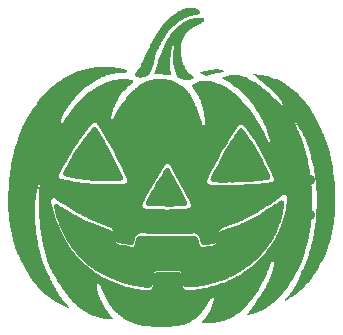
<source format=gbr>
%TF.GenerationSoftware,KiCad,Pcbnew,9.0.2*%
%TF.CreationDate,2025-10-05T19:09:33-07:00*%
%TF.ProjectId,PumpkinPCB,50756d70-6b69-46e5-9043-422e6b696361,rev?*%
%TF.SameCoordinates,Original*%
%TF.FileFunction,Soldermask,Top*%
%TF.FilePolarity,Negative*%
%FSLAX46Y46*%
G04 Gerber Fmt 4.6, Leading zero omitted, Abs format (unit mm)*
G04 Created by KiCad (PCBNEW 9.0.2) date 2025-10-05 19:09:33*
%MOMM*%
%LPD*%
G01*
G04 APERTURE LIST*
%ADD10C,0.000000*%
%ADD11C,0.900000*%
G04 APERTURE END LIST*
D10*
G36*
X148240000Y-78270000D02*
G01*
X148321967Y-78280049D01*
X148403523Y-78295146D01*
X148487669Y-78315199D01*
X148577402Y-78340115D01*
X148785635Y-78404162D01*
X148785635Y-78435912D01*
X148716116Y-78459965D01*
X148646391Y-78482464D01*
X148576430Y-78503584D01*
X148506205Y-78523501D01*
X148435686Y-78542392D01*
X148364843Y-78560432D01*
X148222072Y-78594662D01*
X148133071Y-78615621D01*
X147876899Y-78674744D01*
X147748560Y-78703160D01*
X147619970Y-78730468D01*
X147580870Y-78738889D01*
X147561634Y-78743326D01*
X147542538Y-78748018D01*
X147523531Y-78753044D01*
X147504561Y-78758481D01*
X147485575Y-78764407D01*
X147466521Y-78770900D01*
X147441477Y-78777925D01*
X147415708Y-78783768D01*
X147389330Y-78788430D01*
X147362460Y-78791915D01*
X147335214Y-78794224D01*
X147307711Y-78795361D01*
X147280065Y-78795329D01*
X147252395Y-78794128D01*
X147224817Y-78791763D01*
X147197448Y-78788236D01*
X147170404Y-78783549D01*
X147143803Y-78777704D01*
X147117761Y-78770706D01*
X147092396Y-78762555D01*
X147067823Y-78753254D01*
X147044160Y-78742807D01*
X147018649Y-78727707D01*
X146993533Y-78712191D01*
X146968772Y-78696263D01*
X146944326Y-78679925D01*
X146920154Y-78663181D01*
X146896217Y-78646033D01*
X146872474Y-78628484D01*
X146848885Y-78610537D01*
X146814221Y-78583871D01*
X146804307Y-78575713D01*
X146794523Y-78567400D01*
X146784853Y-78558949D01*
X146775286Y-78550380D01*
X146765806Y-78541710D01*
X146756401Y-78532960D01*
X146737760Y-78515287D01*
X146737760Y-78467662D01*
X147209486Y-78382530D01*
X147571574Y-78320943D01*
X147719004Y-78298745D01*
X147848024Y-78282154D01*
X147961633Y-78271078D01*
X148062833Y-78265422D01*
X148154622Y-78265094D01*
X148240000Y-78270000D01*
G37*
G36*
X146050000Y-73050000D02*
G01*
X146094286Y-73051268D01*
X146138849Y-73053758D01*
X146183539Y-73057587D01*
X146228205Y-73062871D01*
X146272695Y-73069729D01*
X146316861Y-73078277D01*
X146360550Y-73088632D01*
X146403613Y-73100913D01*
X146445899Y-73115236D01*
X146487257Y-73131718D01*
X146527536Y-73150476D01*
X146566587Y-73171629D01*
X146604258Y-73195293D01*
X146640399Y-73221585D01*
X146674859Y-73250622D01*
X146685301Y-73262360D01*
X146695107Y-73273737D01*
X146704288Y-73284846D01*
X146712856Y-73295777D01*
X146720820Y-73306621D01*
X146728193Y-73317469D01*
X146734985Y-73328411D01*
X146741207Y-73339539D01*
X146746869Y-73350944D01*
X146751984Y-73362715D01*
X146756562Y-73374945D01*
X146760613Y-73387724D01*
X146764149Y-73401142D01*
X146767181Y-73415291D01*
X146769720Y-73430262D01*
X146771776Y-73446145D01*
X146769747Y-73465225D01*
X146768800Y-73473113D01*
X146767823Y-73480097D01*
X146766759Y-73486324D01*
X146765550Y-73491945D01*
X146764141Y-73497106D01*
X146762475Y-73501956D01*
X146760495Y-73506643D01*
X146758145Y-73511316D01*
X146755368Y-73516122D01*
X146752106Y-73521210D01*
X146748304Y-73526729D01*
X146743905Y-73532826D01*
X146733088Y-73547348D01*
X146716614Y-73559453D01*
X146700132Y-73570556D01*
X146683609Y-73580712D01*
X146667013Y-73589976D01*
X146650311Y-73598403D01*
X146633471Y-73606047D01*
X146616461Y-73612965D01*
X146599247Y-73619209D01*
X146581797Y-73624836D01*
X146564078Y-73629899D01*
X146546059Y-73634455D01*
X146527706Y-73638557D01*
X146508987Y-73642260D01*
X146489869Y-73645620D01*
X146450308Y-73651528D01*
X146331189Y-73671552D01*
X146213666Y-73694923D01*
X146097734Y-73721673D01*
X145983390Y-73751838D01*
X145870630Y-73785453D01*
X145759451Y-73822551D01*
X145649849Y-73863166D01*
X145541821Y-73907334D01*
X145435363Y-73955089D01*
X145330471Y-74006465D01*
X145227143Y-74061497D01*
X145125374Y-74120218D01*
X145025161Y-74182664D01*
X144926501Y-74248869D01*
X144829389Y-74318866D01*
X144733823Y-74392692D01*
X144705835Y-74415039D01*
X144618742Y-74487172D01*
X144533294Y-74561657D01*
X144449817Y-74638552D01*
X144368636Y-74717914D01*
X144329008Y-74758537D01*
X144290075Y-74799799D01*
X144251879Y-74841706D01*
X144214459Y-74884265D01*
X144177857Y-74927484D01*
X144142112Y-74971370D01*
X144107266Y-75015929D01*
X144073360Y-75061169D01*
X144054826Y-75086084D01*
X144036141Y-75110878D01*
X143998493Y-75160277D01*
X143947570Y-75228635D01*
X143897944Y-75297651D01*
X143849530Y-75367336D01*
X143802240Y-75437702D01*
X143755987Y-75508759D01*
X143710682Y-75580519D01*
X143666240Y-75652992D01*
X143622573Y-75726189D01*
X143601015Y-75762812D01*
X143533629Y-75882397D01*
X143469971Y-76003267D01*
X143409770Y-76125345D01*
X143352758Y-76248553D01*
X143298663Y-76372814D01*
X143247218Y-76498050D01*
X143151197Y-76751138D01*
X143062536Y-77007199D01*
X142979080Y-77265612D01*
X142819155Y-77787017D01*
X142746889Y-78022695D01*
X142689931Y-78202375D01*
X142665601Y-78274599D01*
X142643188Y-78336883D01*
X142622054Y-78390580D01*
X142601562Y-78437043D01*
X142581076Y-78477625D01*
X142559959Y-78513680D01*
X142537573Y-78546559D01*
X142513282Y-78577616D01*
X142486449Y-78608205D01*
X142456436Y-78639678D01*
X142384326Y-78710688D01*
X142358342Y-78737660D01*
X142322856Y-78769492D01*
X142285738Y-78798583D01*
X142247118Y-78825023D01*
X142207124Y-78848905D01*
X142165884Y-78870319D01*
X142123528Y-78889356D01*
X142080183Y-78906109D01*
X142035977Y-78920669D01*
X141991040Y-78933127D01*
X141945500Y-78943574D01*
X141899485Y-78952102D01*
X141853124Y-78958802D01*
X141806545Y-78963765D01*
X141759877Y-78967083D01*
X141713248Y-78968848D01*
X141666787Y-78969150D01*
X141635489Y-78966436D01*
X141604208Y-78962880D01*
X141573018Y-78958419D01*
X141541993Y-78952992D01*
X141511208Y-78946538D01*
X141480736Y-78938994D01*
X141450652Y-78930299D01*
X141421030Y-78920391D01*
X141391943Y-78909209D01*
X141363467Y-78896690D01*
X141335675Y-78882774D01*
X141308642Y-78867398D01*
X141282441Y-78850500D01*
X141257147Y-78832020D01*
X141232834Y-78811895D01*
X141209576Y-78790063D01*
X141208038Y-78782378D01*
X141206783Y-78775013D01*
X141205819Y-78767931D01*
X141205159Y-78761093D01*
X141204814Y-78754461D01*
X141204796Y-78747998D01*
X141205114Y-78741666D01*
X141205781Y-78735426D01*
X141206807Y-78729241D01*
X141208204Y-78723072D01*
X141209983Y-78716883D01*
X141212156Y-78710634D01*
X141214733Y-78704288D01*
X141217725Y-78697807D01*
X141221144Y-78691153D01*
X141225001Y-78684288D01*
X141233464Y-78672718D01*
X141242018Y-78661239D01*
X141259374Y-78638509D01*
X141277020Y-78615999D01*
X141294904Y-78593610D01*
X141347738Y-78525221D01*
X141374557Y-78490439D01*
X141451037Y-78386019D01*
X141524477Y-78279328D01*
X141595068Y-78170557D01*
X141663002Y-78059896D01*
X141728468Y-77947535D01*
X141791657Y-77833666D01*
X141911966Y-77602163D01*
X142025454Y-77366910D01*
X142133645Y-77129432D01*
X142340235Y-76653892D01*
X142373595Y-76577174D01*
X142407631Y-76500827D01*
X142442491Y-76424852D01*
X142478320Y-76349251D01*
X142511104Y-76280480D01*
X142543695Y-76211615D01*
X142686941Y-75920926D01*
X142838218Y-75637205D01*
X142917221Y-75498051D01*
X142998656Y-75360752D01*
X143082663Y-75225345D01*
X143169384Y-75091867D01*
X143258959Y-74960356D01*
X143351531Y-74830850D01*
X143447239Y-74703386D01*
X143546226Y-74578002D01*
X143648632Y-74454735D01*
X143754598Y-74333623D01*
X143864266Y-74214703D01*
X143977776Y-74098012D01*
X144019575Y-74055626D01*
X144055598Y-74020150D01*
X144092062Y-73985449D01*
X144128985Y-73951451D01*
X144166383Y-73918082D01*
X144204274Y-73885270D01*
X144242674Y-73852941D01*
X144281602Y-73821023D01*
X144321073Y-73789442D01*
X144357268Y-73760276D01*
X144475523Y-73667342D01*
X144596454Y-73577272D01*
X144720177Y-73490809D01*
X144783122Y-73449162D01*
X144846807Y-73408695D01*
X144911248Y-73369500D01*
X144976459Y-73331671D01*
X145042454Y-73295300D01*
X145109248Y-73260480D01*
X145176855Y-73227304D01*
X145245289Y-73195865D01*
X145314565Y-73166255D01*
X145384698Y-73138566D01*
X145416257Y-73126141D01*
X145450230Y-73114018D01*
X145484220Y-73103268D01*
X145518243Y-73093807D01*
X145552313Y-73085552D01*
X145586444Y-73078419D01*
X145620651Y-73072326D01*
X145654949Y-73067189D01*
X145689351Y-73062925D01*
X145758529Y-73056684D01*
X145828300Y-73052937D01*
X145898781Y-73051018D01*
X145970089Y-73050262D01*
X146006141Y-73049836D01*
X146050000Y-73050000D01*
G37*
G36*
X146812106Y-73912419D02*
G01*
X146882160Y-73913412D01*
X146910437Y-73914395D01*
X146934941Y-73915825D01*
X146956215Y-73917795D01*
X146974805Y-73920396D01*
X146991255Y-73923720D01*
X147006110Y-73927861D01*
X147019915Y-73932909D01*
X147033214Y-73938957D01*
X147046551Y-73946096D01*
X147060473Y-73954420D01*
X147092244Y-73974989D01*
X147098001Y-73984521D01*
X147103203Y-73993718D01*
X147107873Y-74002643D01*
X147112035Y-74011359D01*
X147115712Y-74019930D01*
X147118929Y-74028420D01*
X147121708Y-74036891D01*
X147124074Y-74045409D01*
X147126050Y-74054036D01*
X147127659Y-74062836D01*
X147128926Y-74071872D01*
X147129874Y-74081209D01*
X147130527Y-74090909D01*
X147130908Y-74101036D01*
X147131040Y-74111654D01*
X147130948Y-74122827D01*
X147121319Y-74135844D01*
X147111529Y-74148453D01*
X147101567Y-74160677D01*
X147091421Y-74172541D01*
X147081080Y-74184068D01*
X147070535Y-74195282D01*
X147059772Y-74206207D01*
X147048783Y-74216867D01*
X147037555Y-74227285D01*
X147026077Y-74237487D01*
X147014339Y-74247494D01*
X147002329Y-74257333D01*
X146990037Y-74267025D01*
X146977451Y-74276596D01*
X146951354Y-74295467D01*
X146922064Y-74316116D01*
X146899164Y-74331482D01*
X146876041Y-74346360D01*
X146829176Y-74374788D01*
X146781565Y-74401666D01*
X146733303Y-74427261D01*
X146684484Y-74451842D01*
X146635203Y-74475674D01*
X146535636Y-74522165D01*
X146440992Y-74566674D01*
X146347917Y-74612428D01*
X146256531Y-74660058D01*
X146166956Y-74710191D01*
X146122886Y-74736393D01*
X146079314Y-74763456D01*
X146036256Y-74791459D01*
X145993726Y-74820482D01*
X145951740Y-74850601D01*
X145910314Y-74881897D01*
X145869461Y-74914447D01*
X145829198Y-74948330D01*
X145789875Y-74981254D01*
X145733994Y-75031617D01*
X145680215Y-75084485D01*
X145628623Y-75139722D01*
X145579297Y-75197194D01*
X145532322Y-75256765D01*
X145487779Y-75318301D01*
X145445750Y-75381665D01*
X145406318Y-75446723D01*
X145369564Y-75513340D01*
X145335571Y-75581381D01*
X145304422Y-75650710D01*
X145276197Y-75721193D01*
X145250981Y-75792694D01*
X145228854Y-75865078D01*
X145209899Y-75938210D01*
X145194198Y-76011955D01*
X145181482Y-76074026D01*
X145170511Y-76133549D01*
X145161023Y-76192966D01*
X145152937Y-76252356D01*
X145146172Y-76311800D01*
X145140646Y-76371377D01*
X145136280Y-76431166D01*
X145132990Y-76491249D01*
X145130698Y-76551704D01*
X145128714Y-76604664D01*
X145128865Y-76743068D01*
X145134745Y-76880354D01*
X145146424Y-77016344D01*
X145163969Y-77150859D01*
X145187450Y-77283722D01*
X145216935Y-77414753D01*
X145252493Y-77543776D01*
X145294193Y-77670612D01*
X145342103Y-77795083D01*
X145396292Y-77917011D01*
X145456829Y-78036217D01*
X145523783Y-78152524D01*
X145597222Y-78265754D01*
X145677215Y-78375728D01*
X145763831Y-78482268D01*
X145857138Y-78585197D01*
X145895937Y-78623927D01*
X145935397Y-78661390D01*
X145975572Y-78697689D01*
X146016513Y-78732925D01*
X146058275Y-78767202D01*
X146100912Y-78800621D01*
X146144476Y-78833285D01*
X146189021Y-78865295D01*
X146222469Y-78889425D01*
X146252441Y-78910317D01*
X146256183Y-78914317D01*
X146259457Y-78917913D01*
X146262296Y-78921231D01*
X146263562Y-78922825D01*
X146264730Y-78924396D01*
X146265805Y-78925961D01*
X146266790Y-78927536D01*
X146267690Y-78929136D01*
X146268508Y-78930776D01*
X146269248Y-78932473D01*
X146269915Y-78934243D01*
X146270511Y-78936100D01*
X146271041Y-78938062D01*
X146271508Y-78940143D01*
X146271918Y-78942360D01*
X146272273Y-78944728D01*
X146272577Y-78947263D01*
X146272834Y-78949981D01*
X146273049Y-78952898D01*
X146273225Y-78956029D01*
X146273366Y-78959390D01*
X146273558Y-78966865D01*
X146273656Y-78975450D01*
X146273698Y-78996454D01*
X146099073Y-79073845D01*
X146049527Y-79095975D01*
X146002629Y-79115602D01*
X145956301Y-79132967D01*
X145910452Y-79148049D01*
X145864990Y-79160822D01*
X145819824Y-79171263D01*
X145774862Y-79179350D01*
X145730012Y-79185057D01*
X145685182Y-79188363D01*
X145640281Y-79189244D01*
X145595217Y-79187675D01*
X145549899Y-79183634D01*
X145504234Y-79177096D01*
X145458131Y-79168040D01*
X145411498Y-79156440D01*
X145364244Y-79142274D01*
X145316277Y-79125518D01*
X145285638Y-79113370D01*
X145255094Y-79101019D01*
X145194198Y-79075830D01*
X145150208Y-79057557D01*
X145084778Y-79029738D01*
X145019573Y-79001408D01*
X144979028Y-78983706D01*
X144953451Y-78971377D01*
X144929953Y-78958601D01*
X144908381Y-78945311D01*
X144888583Y-78931439D01*
X144870406Y-78916917D01*
X144853698Y-78901677D01*
X144838305Y-78885652D01*
X144824076Y-78868772D01*
X144810858Y-78850970D01*
X144798498Y-78832178D01*
X144786845Y-78812328D01*
X144775744Y-78791352D01*
X144765044Y-78769182D01*
X144754592Y-78745751D01*
X144744236Y-78720989D01*
X144733823Y-78694829D01*
X144720901Y-78655087D01*
X144708401Y-78615256D01*
X144696285Y-78575306D01*
X144684515Y-78535207D01*
X144676577Y-78507826D01*
X144673567Y-78498074D01*
X144670714Y-78489578D01*
X144667657Y-78481313D01*
X144664033Y-78472252D01*
X144653638Y-78447640D01*
X144649995Y-78437965D01*
X144646612Y-78428284D01*
X144643471Y-78418594D01*
X144640551Y-78408891D01*
X144635300Y-78389430D01*
X144630703Y-78369870D01*
X144626604Y-78350180D01*
X144622849Y-78330328D01*
X144615745Y-78290017D01*
X144613150Y-78276778D01*
X144610998Y-78266384D01*
X144610000Y-78261975D01*
X144609005Y-78257942D01*
X144607978Y-78254173D01*
X144606884Y-78250556D01*
X144605688Y-78246980D01*
X144604353Y-78243332D01*
X144602843Y-78239502D01*
X144601125Y-78235376D01*
X144596915Y-78225794D01*
X144591440Y-78213690D01*
X144550469Y-78091700D01*
X144518146Y-77963947D01*
X144493743Y-77831208D01*
X144476530Y-77694259D01*
X144465778Y-77553876D01*
X144460757Y-77410834D01*
X144460740Y-77265909D01*
X144464996Y-77119877D01*
X144483411Y-76827594D01*
X144510171Y-76540193D01*
X144565389Y-76004859D01*
X144567989Y-75973897D01*
X144570220Y-75943051D01*
X144572067Y-75912277D01*
X144573517Y-75881532D01*
X144574557Y-75850770D01*
X144575172Y-75819949D01*
X144575348Y-75789025D01*
X144575073Y-75757955D01*
X144521876Y-75913831D01*
X144473306Y-76070083D01*
X144429261Y-76226932D01*
X144389643Y-76384602D01*
X144354352Y-76543317D01*
X144323289Y-76703298D01*
X144296354Y-76864770D01*
X144273448Y-77027955D01*
X144269241Y-77059276D01*
X144259163Y-77145181D01*
X144251354Y-77231006D01*
X144245539Y-77316804D01*
X144241442Y-77402630D01*
X144238788Y-77488537D01*
X144237302Y-77574579D01*
X144236729Y-77747283D01*
X144236745Y-77804290D01*
X144237398Y-77907455D01*
X144239269Y-78010138D01*
X144242516Y-78112464D01*
X144247294Y-78214557D01*
X144253760Y-78316540D01*
X144262070Y-78418538D01*
X144272380Y-78520675D01*
X144284846Y-78623075D01*
X144286742Y-78642083D01*
X144288189Y-78660967D01*
X144289221Y-78679773D01*
X144289871Y-78698544D01*
X144290172Y-78717328D01*
X144290159Y-78736169D01*
X144289865Y-78755113D01*
X144289323Y-78774204D01*
X144226451Y-78767296D01*
X144163682Y-78759851D01*
X144100976Y-78751891D01*
X144038292Y-78743439D01*
X143955349Y-78732855D01*
X143872334Y-78723412D01*
X143789225Y-78714815D01*
X143705996Y-78706768D01*
X143652104Y-78701120D01*
X143598520Y-78694558D01*
X143571791Y-78690876D01*
X143545076Y-78686897D01*
X143518354Y-78682597D01*
X143491604Y-78677955D01*
X143447673Y-78671399D01*
X143403656Y-78666254D01*
X143359562Y-78662297D01*
X143315398Y-78659309D01*
X143271170Y-78657068D01*
X143226886Y-78655353D01*
X143138179Y-78652618D01*
X143076203Y-78650147D01*
X143045468Y-78648412D01*
X143014834Y-78646230D01*
X142984253Y-78643517D01*
X142953674Y-78640186D01*
X142923047Y-78636152D01*
X142892323Y-78631330D01*
X142896654Y-78599299D01*
X142901857Y-78567517D01*
X142907867Y-78535964D01*
X142914617Y-78504619D01*
X142930072Y-78442469D01*
X142947693Y-78380905D01*
X142966951Y-78319762D01*
X142987315Y-78258877D01*
X143029245Y-78137220D01*
X143075028Y-78001616D01*
X143105143Y-77912430D01*
X143132985Y-77829186D01*
X143160343Y-77745806D01*
X143213792Y-77578611D01*
X143289669Y-77343939D01*
X143369206Y-77110584D01*
X143410780Y-76994558D01*
X143453788Y-76879050D01*
X143498404Y-76764124D01*
X143544801Y-76649844D01*
X143554876Y-76625174D01*
X143564808Y-76600459D01*
X143584362Y-76550895D01*
X143674305Y-76334868D01*
X143722274Y-76228477D01*
X143772285Y-76123222D01*
X143824368Y-76019147D01*
X143878558Y-75916294D01*
X143934885Y-75814704D01*
X143993381Y-75714419D01*
X144054080Y-75615483D01*
X144117012Y-75517937D01*
X144182211Y-75421822D01*
X144249708Y-75327182D01*
X144319536Y-75234058D01*
X144391726Y-75142492D01*
X144466311Y-75052527D01*
X144543323Y-74964205D01*
X144565183Y-74939376D01*
X144640263Y-74856601D01*
X144718108Y-74775761D01*
X144798642Y-74697090D01*
X144881792Y-74620822D01*
X144967482Y-74547190D01*
X145055639Y-74476427D01*
X145146186Y-74408767D01*
X145239051Y-74344443D01*
X145334157Y-74283689D01*
X145431430Y-74226738D01*
X145530796Y-74173823D01*
X145632180Y-74125178D01*
X145735507Y-74081037D01*
X145840702Y-74041632D01*
X145947692Y-74007198D01*
X146056401Y-73977967D01*
X146087723Y-73970323D01*
X146158714Y-73955264D01*
X146229591Y-73942714D01*
X146300464Y-73932538D01*
X146371444Y-73924599D01*
X146442643Y-73918760D01*
X146514173Y-73914885D01*
X146586143Y-73912838D01*
X146658667Y-73912483D01*
X146720420Y-73912110D01*
X146812106Y-73912419D01*
G37*
G36*
X138850000Y-78050000D02*
G01*
X138921737Y-78052128D01*
X138993423Y-78055340D01*
X139065058Y-78059497D01*
X139136638Y-78064459D01*
X139279630Y-78076240D01*
X139393103Y-78087209D01*
X139506350Y-78099879D01*
X139619362Y-78114253D01*
X139732135Y-78130335D01*
X139844662Y-78148128D01*
X139956937Y-78167636D01*
X140068955Y-78188864D01*
X140180710Y-78211814D01*
X140202022Y-78216520D01*
X140223219Y-78221519D01*
X140244286Y-78226879D01*
X140265211Y-78232669D01*
X140285980Y-78238957D01*
X140306581Y-78245813D01*
X140327000Y-78253304D01*
X140347223Y-78261501D01*
X140362709Y-78267770D01*
X140378328Y-78273504D01*
X140394082Y-78278731D01*
X140409969Y-78283482D01*
X140425990Y-78287786D01*
X140442146Y-78291674D01*
X140458435Y-78295175D01*
X140474858Y-78298320D01*
X140487338Y-78300761D01*
X140499777Y-78303528D01*
X140512175Y-78306574D01*
X140524535Y-78309854D01*
X140536858Y-78313319D01*
X140549145Y-78316924D01*
X140573617Y-78324364D01*
X140575424Y-78324974D01*
X140577188Y-78325669D01*
X140578908Y-78326446D01*
X140580582Y-78327304D01*
X140582211Y-78328239D01*
X140583792Y-78329247D01*
X140585326Y-78330328D01*
X140586811Y-78331476D01*
X140588246Y-78332691D01*
X140589632Y-78333969D01*
X140590966Y-78335306D01*
X140592248Y-78336701D01*
X140593477Y-78338151D01*
X140594653Y-78339652D01*
X140595774Y-78341202D01*
X140596839Y-78342798D01*
X140597849Y-78344438D01*
X140598801Y-78346117D01*
X140599696Y-78347835D01*
X140600531Y-78349587D01*
X140601307Y-78351371D01*
X140602023Y-78353184D01*
X140602677Y-78355024D01*
X140603269Y-78356887D01*
X140603799Y-78358771D01*
X140604264Y-78360673D01*
X140604664Y-78362589D01*
X140605000Y-78364518D01*
X140605268Y-78366457D01*
X140605470Y-78368402D01*
X140605603Y-78370351D01*
X140605667Y-78372300D01*
X140605574Y-78382649D01*
X140604883Y-78392682D01*
X140603604Y-78402405D01*
X140601746Y-78411823D01*
X140599317Y-78420941D01*
X140596328Y-78429764D01*
X140592786Y-78438295D01*
X140588701Y-78446541D01*
X140584083Y-78454506D01*
X140578939Y-78462195D01*
X140573280Y-78469613D01*
X140567114Y-78476765D01*
X140560450Y-78483655D01*
X140553298Y-78490288D01*
X140545666Y-78496669D01*
X140537564Y-78502804D01*
X140532257Y-78506504D01*
X140526872Y-78510042D01*
X140521411Y-78513420D01*
X140515875Y-78516635D01*
X140510264Y-78519687D01*
X140504580Y-78522576D01*
X140498824Y-78525300D01*
X140492995Y-78527860D01*
X140487096Y-78530254D01*
X140481127Y-78532481D01*
X140475090Y-78534542D01*
X140468984Y-78536436D01*
X140462812Y-78538161D01*
X140456573Y-78539717D01*
X140450270Y-78541104D01*
X140443902Y-78542320D01*
X140426212Y-78545211D01*
X140408498Y-78547674D01*
X140390751Y-78549683D01*
X140372961Y-78551213D01*
X140355118Y-78552236D01*
X140337214Y-78552728D01*
X140319240Y-78552661D01*
X140301185Y-78552010D01*
X140230632Y-78549423D01*
X140160171Y-78548905D01*
X140089792Y-78550248D01*
X140019484Y-78553243D01*
X139949235Y-78557681D01*
X139879035Y-78563355D01*
X139808872Y-78570055D01*
X139738734Y-78577574D01*
X139593297Y-78596826D01*
X139449360Y-78621785D01*
X139306864Y-78652191D01*
X139165746Y-78687783D01*
X139025945Y-78728302D01*
X138887401Y-78773486D01*
X138750050Y-78823076D01*
X138613832Y-78876811D01*
X138465124Y-78940533D01*
X138318621Y-79008358D01*
X138174240Y-79080115D01*
X138031894Y-79155636D01*
X137891498Y-79234750D01*
X137752965Y-79317290D01*
X137616212Y-79403086D01*
X137481151Y-79491967D01*
X137376003Y-79564250D01*
X137272483Y-79638327D01*
X137170575Y-79714183D01*
X137070266Y-79791800D01*
X136971542Y-79871162D01*
X136874390Y-79952253D01*
X136778794Y-80035055D01*
X136684742Y-80119551D01*
X136592219Y-80205726D01*
X136501211Y-80293561D01*
X136411704Y-80383042D01*
X136323685Y-80474150D01*
X136237139Y-80566869D01*
X136152052Y-80661182D01*
X135986202Y-80854525D01*
X135891458Y-80970909D01*
X135799001Y-81088936D01*
X135708785Y-81208567D01*
X135620760Y-81329763D01*
X135534878Y-81452484D01*
X135451091Y-81576691D01*
X135369350Y-81702345D01*
X135289608Y-81829408D01*
X135272368Y-81857879D01*
X135263918Y-81872232D01*
X135255635Y-81886677D01*
X135247560Y-81901227D01*
X135239735Y-81915892D01*
X135232200Y-81930684D01*
X135224996Y-81945613D01*
X135169446Y-82066707D01*
X135115996Y-82188680D01*
X135090213Y-82250065D01*
X135065139Y-82311753D01*
X135040836Y-82373773D01*
X135017367Y-82436151D01*
X135008311Y-82461412D01*
X134999661Y-82486823D01*
X134983248Y-82537975D01*
X134951629Y-82640764D01*
X134949963Y-82646344D01*
X134948475Y-82651952D01*
X134947161Y-82657586D01*
X134946015Y-82663242D01*
X134945035Y-82668918D01*
X134944214Y-82674613D01*
X134943550Y-82680323D01*
X134943036Y-82686047D01*
X134942670Y-82691782D01*
X134942446Y-82697526D01*
X134942361Y-82703277D01*
X134942409Y-82709031D01*
X134942586Y-82714788D01*
X134942888Y-82720544D01*
X134943850Y-82732045D01*
X134944153Y-82734519D01*
X134944524Y-82736998D01*
X134944962Y-82739479D01*
X134945465Y-82741959D01*
X134946029Y-82744436D01*
X134946654Y-82746907D01*
X134947337Y-82749368D01*
X134948077Y-82751817D01*
X134948870Y-82754252D01*
X134949715Y-82756668D01*
X134951552Y-82761437D01*
X134953571Y-82766101D01*
X134955756Y-82770637D01*
X134957718Y-82774255D01*
X134959878Y-82777726D01*
X134962226Y-82781046D01*
X134964753Y-82784215D01*
X134967450Y-82787229D01*
X134970308Y-82790086D01*
X134973318Y-82792784D01*
X134976471Y-82795320D01*
X134979757Y-82797693D01*
X134983168Y-82799899D01*
X134986695Y-82801936D01*
X134990328Y-82803803D01*
X134994059Y-82805496D01*
X134997877Y-82807013D01*
X135001775Y-82808352D01*
X135005743Y-82809511D01*
X135009771Y-82810487D01*
X135013852Y-82811278D01*
X135017975Y-82811882D01*
X135022132Y-82812295D01*
X135026313Y-82812517D01*
X135030510Y-82812543D01*
X135034714Y-82812373D01*
X135038914Y-82812004D01*
X135043103Y-82811433D01*
X135047270Y-82810658D01*
X135051408Y-82809677D01*
X135055506Y-82808487D01*
X135059556Y-82807086D01*
X135063549Y-82805472D01*
X135067475Y-82803642D01*
X135071326Y-82801593D01*
X135075733Y-82799039D01*
X135080122Y-82796372D01*
X135084458Y-82793582D01*
X135088709Y-82790659D01*
X135090792Y-82789146D01*
X135092841Y-82787596D01*
X135094852Y-82786008D01*
X135096820Y-82784382D01*
X135098742Y-82782715D01*
X135100613Y-82781007D01*
X135102430Y-82779257D01*
X135104187Y-82777464D01*
X135121709Y-82758751D01*
X135130407Y-82749327D01*
X135138993Y-82739812D01*
X135147416Y-82730170D01*
X135155622Y-82720367D01*
X135163561Y-82710367D01*
X135167413Y-82705283D01*
X135171180Y-82700136D01*
X135212784Y-82641674D01*
X135253988Y-82582947D01*
X135294744Y-82523922D01*
X135335009Y-82464567D01*
X135429396Y-82324220D01*
X135524545Y-82184405D01*
X135620974Y-82045484D01*
X135719200Y-81907815D01*
X135832132Y-81755126D01*
X135947782Y-81604773D01*
X136066274Y-81456864D01*
X136187737Y-81311505D01*
X136312297Y-81168801D01*
X136440079Y-81028859D01*
X136571210Y-80891786D01*
X136705816Y-80757687D01*
X136831453Y-80638245D01*
X136959573Y-80521911D01*
X137090244Y-80408777D01*
X137223539Y-80298931D01*
X137359528Y-80192464D01*
X137498281Y-80089465D01*
X137639869Y-79990024D01*
X137784363Y-79894230D01*
X137925979Y-79805777D01*
X138069647Y-79721490D01*
X138215441Y-79641532D01*
X138363432Y-79566068D01*
X138513692Y-79495262D01*
X138666295Y-79429278D01*
X138821311Y-79368279D01*
X138978814Y-79312429D01*
X139070301Y-79282807D01*
X139162247Y-79255149D01*
X139254666Y-79229471D01*
X139347570Y-79205787D01*
X139440973Y-79184112D01*
X139534888Y-79164461D01*
X139629327Y-79146850D01*
X139724304Y-79131292D01*
X139798030Y-79120859D01*
X139871825Y-79112004D01*
X139945697Y-79104637D01*
X140019650Y-79098669D01*
X140093693Y-79094011D01*
X140167833Y-79090573D01*
X140242074Y-79088266D01*
X140316426Y-79087001D01*
X140357730Y-79087035D01*
X140398896Y-79087959D01*
X140480824Y-79092409D01*
X140562235Y-79100211D01*
X140643153Y-79111226D01*
X140723603Y-79125313D01*
X140803607Y-79142335D01*
X140883192Y-79162151D01*
X140962380Y-79184622D01*
X140984364Y-79191398D01*
X141006274Y-79198468D01*
X141049930Y-79213236D01*
X141137005Y-79243517D01*
X141137762Y-79243823D01*
X141138485Y-79244203D01*
X141139173Y-79244653D01*
X141139825Y-79245168D01*
X141140442Y-79245744D01*
X141141021Y-79246376D01*
X141141564Y-79247061D01*
X141142067Y-79247794D01*
X141142533Y-79248570D01*
X141142958Y-79249386D01*
X141143344Y-79250237D01*
X141143688Y-79251119D01*
X141143991Y-79252027D01*
X141144252Y-79252958D01*
X141144470Y-79253906D01*
X141144645Y-79254869D01*
X141144775Y-79255840D01*
X141144861Y-79256816D01*
X141144900Y-79257793D01*
X141144894Y-79258767D01*
X141144841Y-79259732D01*
X141144741Y-79260686D01*
X141144592Y-79261623D01*
X141144394Y-79262539D01*
X141144147Y-79263430D01*
X141143849Y-79264291D01*
X141143501Y-79265119D01*
X141143101Y-79265909D01*
X141142649Y-79266656D01*
X141142145Y-79267357D01*
X141141586Y-79268007D01*
X141140974Y-79268601D01*
X141125605Y-79282067D01*
X141110176Y-79295476D01*
X141094628Y-79308706D01*
X141086791Y-79315216D01*
X141078902Y-79321637D01*
X140985610Y-79398060D01*
X140893886Y-79476159D01*
X140803781Y-79555984D01*
X140715345Y-79637587D01*
X140628627Y-79721021D01*
X140543679Y-79806338D01*
X140460551Y-79893590D01*
X140379291Y-79982828D01*
X140280955Y-80096530D01*
X140186574Y-80212315D01*
X140096158Y-80330188D01*
X140009719Y-80450156D01*
X139927267Y-80572226D01*
X139848815Y-80696403D01*
X139774371Y-80822693D01*
X139703949Y-80951104D01*
X139637557Y-81081642D01*
X139575208Y-81214311D01*
X139516912Y-81349120D01*
X139462681Y-81486074D01*
X139412524Y-81625180D01*
X139366454Y-81766443D01*
X139324480Y-81909871D01*
X139286615Y-82055468D01*
X139271889Y-82117818D01*
X139258013Y-82180318D01*
X139244899Y-82242955D01*
X139232461Y-82305718D01*
X139209261Y-82431564D01*
X139187713Y-82557753D01*
X139179022Y-82608176D01*
X139174676Y-82633410D01*
X139170568Y-82658718D01*
X139169988Y-82662190D01*
X139169439Y-82665924D01*
X139169232Y-82667827D01*
X139169099Y-82669721D01*
X139169063Y-82671582D01*
X139169146Y-82673383D01*
X139169370Y-82675100D01*
X139169541Y-82675920D01*
X139169757Y-82676709D01*
X139170019Y-82677466D01*
X139170330Y-82678185D01*
X139170693Y-82678865D01*
X139171111Y-82679502D01*
X139171587Y-82680094D01*
X139172122Y-82680636D01*
X139172721Y-82681127D01*
X139173386Y-82681562D01*
X139174120Y-82681939D01*
X139174925Y-82682255D01*
X139175804Y-82682506D01*
X139176760Y-82682690D01*
X139177412Y-82682762D01*
X139178086Y-82682771D01*
X139178781Y-82682720D01*
X139179494Y-82682612D01*
X139180225Y-82682448D01*
X139180971Y-82682232D01*
X139181731Y-82681965D01*
X139182502Y-82681650D01*
X139184073Y-82680888D01*
X139185670Y-82679963D01*
X139187278Y-82678897D01*
X139188884Y-82677709D01*
X139190473Y-82676418D01*
X139192031Y-82675045D01*
X139193545Y-82673609D01*
X139194998Y-82672130D01*
X139196379Y-82670628D01*
X139197671Y-82669122D01*
X139198862Y-82667633D01*
X139199937Y-82666180D01*
X139294949Y-82529394D01*
X139341584Y-82460431D01*
X139387579Y-82391046D01*
X139432890Y-82321207D01*
X139477471Y-82250882D01*
X139521279Y-82180040D01*
X139564268Y-82108649D01*
X139741493Y-81808632D01*
X139919551Y-81509210D01*
X140043484Y-81310660D01*
X140173392Y-81116881D01*
X140309343Y-80927929D01*
X140451403Y-80743856D01*
X140599639Y-80564717D01*
X140754119Y-80390565D01*
X140914909Y-80221456D01*
X141082077Y-80057441D01*
X141143927Y-79999701D01*
X141206596Y-79942915D01*
X141270069Y-79887071D01*
X141334331Y-79832155D01*
X141399366Y-79778153D01*
X141465161Y-79725054D01*
X141531699Y-79672844D01*
X141598967Y-79621510D01*
X141651191Y-79583253D01*
X141704151Y-79546511D01*
X141757838Y-79511265D01*
X141812238Y-79477494D01*
X141867342Y-79445178D01*
X141923137Y-79414296D01*
X141979614Y-79384828D01*
X142036760Y-79356753D01*
X142094565Y-79330051D01*
X142153017Y-79304702D01*
X142212105Y-79280685D01*
X142271819Y-79257979D01*
X142332146Y-79236564D01*
X142393077Y-79216421D01*
X142454598Y-79197527D01*
X142516701Y-79179863D01*
X142573672Y-79164908D01*
X142630879Y-79151099D01*
X142688321Y-79138407D01*
X142745995Y-79126800D01*
X142803900Y-79116250D01*
X142862034Y-79106728D01*
X142920394Y-79098202D01*
X142978980Y-79090644D01*
X143060803Y-79081817D01*
X143142669Y-79075095D01*
X143224561Y-79070468D01*
X143306462Y-79067926D01*
X143388355Y-79067461D01*
X143470225Y-79069062D01*
X143552053Y-79072720D01*
X143633824Y-79078427D01*
X143737431Y-79088452D01*
X143840062Y-79101408D01*
X143941698Y-79117329D01*
X144042322Y-79136250D01*
X144141918Y-79158206D01*
X144240468Y-79183232D01*
X144337955Y-79211364D01*
X144434361Y-79242636D01*
X144529670Y-79277084D01*
X144623863Y-79314743D01*
X144716925Y-79355647D01*
X144808838Y-79399832D01*
X144899584Y-79447334D01*
X144989146Y-79498186D01*
X145077508Y-79552425D01*
X145164651Y-79610085D01*
X145228277Y-79655023D01*
X145290328Y-79701434D01*
X145350804Y-79749316D01*
X145409704Y-79798669D01*
X145467027Y-79849492D01*
X145522773Y-79901783D01*
X145576941Y-79955543D01*
X145629530Y-80010769D01*
X145680540Y-80067461D01*
X145729969Y-80125618D01*
X145777818Y-80185239D01*
X145824085Y-80246324D01*
X145868770Y-80308870D01*
X145911872Y-80372878D01*
X145953390Y-80438347D01*
X145993324Y-80505275D01*
X146045104Y-80596751D01*
X146095136Y-80689097D01*
X146143520Y-80782262D01*
X146190354Y-80876194D01*
X146235737Y-80970840D01*
X146279768Y-81066148D01*
X146322545Y-81162067D01*
X146364166Y-81258544D01*
X146418266Y-81388697D01*
X146470443Y-81519553D01*
X146520886Y-81651042D01*
X146569786Y-81783093D01*
X146663711Y-82048597D01*
X146753737Y-82315501D01*
X146845158Y-82592778D01*
X146890251Y-82731602D01*
X146934554Y-82870650D01*
X146940024Y-82886986D01*
X146946015Y-82902900D01*
X146952528Y-82918397D01*
X146959565Y-82933483D01*
X146967125Y-82948161D01*
X146975209Y-82962439D01*
X146983819Y-82976320D01*
X146992954Y-82989811D01*
X147002616Y-83002918D01*
X147012805Y-83015644D01*
X147023522Y-83027996D01*
X147034768Y-83039979D01*
X147046542Y-83051598D01*
X147058847Y-83062859D01*
X147071682Y-83073767D01*
X147085049Y-83084327D01*
X147085715Y-83084826D01*
X147086375Y-83085284D01*
X147087027Y-83085702D01*
X147087673Y-83086079D01*
X147088312Y-83086416D01*
X147088943Y-83086712D01*
X147089567Y-83086967D01*
X147090183Y-83087183D01*
X147090791Y-83087358D01*
X147091391Y-83087492D01*
X147091983Y-83087587D01*
X147092566Y-83087641D01*
X147093141Y-83087655D01*
X147093706Y-83087629D01*
X147094263Y-83087562D01*
X147094811Y-83087456D01*
X147095350Y-83087310D01*
X147095879Y-83087124D01*
X147096398Y-83086898D01*
X147096908Y-83086633D01*
X147097407Y-83086327D01*
X147097897Y-83085982D01*
X147098376Y-83085597D01*
X147098844Y-83085173D01*
X147099302Y-83084709D01*
X147099749Y-83084206D01*
X147100185Y-83083663D01*
X147100610Y-83083080D01*
X147101023Y-83082459D01*
X147101425Y-83081798D01*
X147101815Y-83081098D01*
X147102193Y-83080358D01*
X147103977Y-83076978D01*
X147105837Y-83073614D01*
X147107716Y-83070254D01*
X147109556Y-83066885D01*
X147111299Y-83063493D01*
X147112117Y-83061785D01*
X147112888Y-83060066D01*
X147113606Y-83058335D01*
X147114264Y-83056590D01*
X147114855Y-83054830D01*
X147115371Y-83053053D01*
X147125103Y-83013165D01*
X147133788Y-82973140D01*
X147141376Y-82932963D01*
X147147815Y-82892617D01*
X147153057Y-82852084D01*
X147157050Y-82811349D01*
X147159745Y-82770394D01*
X147161090Y-82729204D01*
X147161316Y-82665041D01*
X147160036Y-82601008D01*
X147157354Y-82537087D01*
X147153372Y-82473259D01*
X147148191Y-82409505D01*
X147141915Y-82345807D01*
X147134645Y-82282147D01*
X147126483Y-82218505D01*
X147098996Y-82036738D01*
X147065529Y-81856589D01*
X147026175Y-81678041D01*
X146981029Y-81501074D01*
X146930182Y-81325669D01*
X146873729Y-81151809D01*
X146811761Y-80979474D01*
X146744372Y-80808646D01*
X146690842Y-80684659D01*
X146633259Y-80563040D01*
X146571469Y-80443894D01*
X146538947Y-80385282D01*
X146505316Y-80327328D01*
X146470556Y-80270046D01*
X146434647Y-80213448D01*
X146397571Y-80157549D01*
X146359308Y-80102361D01*
X146319838Y-80047898D01*
X146279144Y-79994174D01*
X146237204Y-79941200D01*
X146194001Y-79888991D01*
X146187424Y-79881156D01*
X146180919Y-79873245D01*
X146174499Y-79865257D01*
X146168176Y-79857190D01*
X146161966Y-79849040D01*
X146155880Y-79840807D01*
X146149933Y-79832487D01*
X146144137Y-79824078D01*
X146139185Y-79816645D01*
X146134345Y-79809109D01*
X146129638Y-79801472D01*
X146125088Y-79793737D01*
X146120716Y-79785906D01*
X146116545Y-79777979D01*
X146112597Y-79769959D01*
X146108895Y-79761848D01*
X146105912Y-79754865D01*
X146103158Y-79747740D01*
X146100638Y-79740495D01*
X146098358Y-79733154D01*
X146096324Y-79725739D01*
X146094541Y-79718272D01*
X146093015Y-79710774D01*
X146091751Y-79703270D01*
X146090842Y-79696015D01*
X146090317Y-79688836D01*
X146090171Y-79681737D01*
X146090401Y-79674719D01*
X146091003Y-79667784D01*
X146091974Y-79660936D01*
X146093309Y-79654176D01*
X146095005Y-79647507D01*
X146097058Y-79640930D01*
X146099465Y-79634449D01*
X146102221Y-79628066D01*
X146105324Y-79621783D01*
X146108768Y-79615602D01*
X146112552Y-79609526D01*
X146116670Y-79603557D01*
X146121119Y-79597698D01*
X146126861Y-79590709D01*
X146132770Y-79583905D01*
X146138837Y-79577278D01*
X146145056Y-79570819D01*
X146151417Y-79564519D01*
X146157912Y-79558372D01*
X146164533Y-79552367D01*
X146171272Y-79546498D01*
X146178121Y-79540755D01*
X146185072Y-79535130D01*
X146199245Y-79524201D01*
X146213726Y-79513645D01*
X146228450Y-79503394D01*
X146274620Y-79473017D01*
X146321589Y-79444181D01*
X146369368Y-79416921D01*
X146417963Y-79391277D01*
X146467386Y-79367284D01*
X146517645Y-79344981D01*
X146568748Y-79324404D01*
X146620706Y-79305592D01*
X146681942Y-79285944D01*
X146743613Y-79268776D01*
X146805724Y-79254067D01*
X146868277Y-79241798D01*
X146931276Y-79231947D01*
X146994726Y-79224493D01*
X147058629Y-79219417D01*
X147122990Y-79216698D01*
X147166910Y-79216159D01*
X147210685Y-79216608D01*
X147254320Y-79218017D01*
X147297819Y-79220358D01*
X147384424Y-79227723D01*
X147470534Y-79238482D01*
X147556183Y-79252410D01*
X147641404Y-79269286D01*
X147726230Y-79288885D01*
X147810696Y-79310986D01*
X147979696Y-79361244D01*
X148145968Y-79417658D01*
X148309549Y-79480130D01*
X148470480Y-79548562D01*
X148628798Y-79622858D01*
X148784544Y-79702921D01*
X148937756Y-79788654D01*
X149088473Y-79879959D01*
X149207084Y-79956645D01*
X149323513Y-80036161D01*
X149437815Y-80118434D01*
X149550040Y-80203392D01*
X149660241Y-80290961D01*
X149768470Y-80381070D01*
X149874780Y-80473646D01*
X149979221Y-80568616D01*
X150154785Y-80736363D01*
X150325060Y-80908678D01*
X150490129Y-81085489D01*
X150650078Y-81266719D01*
X150804988Y-81452295D01*
X150954945Y-81642143D01*
X151100031Y-81836188D01*
X151240331Y-82034355D01*
X151329549Y-82165942D01*
X151416751Y-82298743D01*
X151502004Y-82432718D01*
X151585374Y-82567832D01*
X151666928Y-82704046D01*
X151746733Y-82841324D01*
X151824857Y-82979627D01*
X151901365Y-83118918D01*
X152016694Y-83336158D01*
X152128555Y-83555112D01*
X152237232Y-83775643D01*
X152343006Y-83997616D01*
X152361561Y-84037013D01*
X152380353Y-84076336D01*
X152399443Y-84115510D01*
X152418891Y-84154461D01*
X152437242Y-84189750D01*
X152456251Y-84224636D01*
X152475968Y-84259086D01*
X152496439Y-84293069D01*
X152517714Y-84326554D01*
X152539842Y-84359509D01*
X152562869Y-84391902D01*
X152586846Y-84423701D01*
X152605432Y-84448058D01*
X152623704Y-84472680D01*
X152660130Y-84522046D01*
X152678697Y-84546456D01*
X152697776Y-84570460D01*
X152717573Y-84593891D01*
X152727805Y-84605340D01*
X152738294Y-84616582D01*
X152738494Y-84616787D01*
X152738705Y-84616986D01*
X152739159Y-84617363D01*
X152739654Y-84617715D01*
X152740185Y-84618041D01*
X152740747Y-84618340D01*
X152741336Y-84618614D01*
X152741949Y-84618861D01*
X152742581Y-84619082D01*
X152743228Y-84619278D01*
X152743885Y-84619447D01*
X152744549Y-84619590D01*
X152745216Y-84619707D01*
X152745880Y-84619799D01*
X152746538Y-84619864D01*
X152747186Y-84619903D01*
X152747820Y-84619916D01*
X152747927Y-84619902D01*
X152748042Y-84619862D01*
X152748163Y-84619800D01*
X152748289Y-84619715D01*
X152748420Y-84619609D01*
X152748555Y-84619482D01*
X152748693Y-84619337D01*
X152748834Y-84619175D01*
X152749122Y-84618801D01*
X152749413Y-84618372D01*
X152749702Y-84617895D01*
X152749983Y-84617382D01*
X152750251Y-84616840D01*
X152750501Y-84616281D01*
X152750727Y-84615713D01*
X152750924Y-84615145D01*
X152751086Y-84614588D01*
X152751153Y-84614316D01*
X152751209Y-84614051D01*
X152751253Y-84613793D01*
X152751286Y-84613543D01*
X152751306Y-84613303D01*
X152751313Y-84613074D01*
X152751297Y-84610572D01*
X152751244Y-84608060D01*
X152751146Y-84605543D01*
X152750996Y-84603027D01*
X152750786Y-84600518D01*
X152750509Y-84598021D01*
X152750157Y-84595542D01*
X152749724Y-84593087D01*
X152682575Y-84302259D01*
X152604987Y-84015309D01*
X152517015Y-83732218D01*
X152418712Y-83452964D01*
X152310132Y-83177528D01*
X152191330Y-82905889D01*
X152062359Y-82638027D01*
X151923274Y-82373921D01*
X151829042Y-82206170D01*
X151731850Y-82040342D01*
X151631695Y-81876442D01*
X151528580Y-81714473D01*
X151422503Y-81554439D01*
X151313464Y-81396343D01*
X151201464Y-81240190D01*
X151086502Y-81085982D01*
X150979514Y-80948639D01*
X150869711Y-80814439D01*
X150757100Y-80683377D01*
X150641686Y-80555450D01*
X150523475Y-80430652D01*
X150402473Y-80308980D01*
X150278686Y-80190430D01*
X150152118Y-80074996D01*
X150022778Y-79962674D01*
X149890669Y-79853461D01*
X149755798Y-79747351D01*
X149618171Y-79644341D01*
X149477793Y-79544426D01*
X149334670Y-79447601D01*
X149188809Y-79353863D01*
X149040214Y-79263207D01*
X148993798Y-79236035D01*
X148947104Y-79209334D01*
X148853147Y-79156904D01*
X148664771Y-79052863D01*
X148659257Y-79049716D01*
X148653796Y-79046465D01*
X148648395Y-79043109D01*
X148643061Y-79039650D01*
X148637801Y-79036087D01*
X148632623Y-79032419D01*
X148627535Y-79028647D01*
X148622543Y-79024771D01*
X148622285Y-79024524D01*
X148622048Y-79024231D01*
X148621831Y-79023895D01*
X148621633Y-79023518D01*
X148621454Y-79023104D01*
X148621295Y-79022654D01*
X148621033Y-79021657D01*
X148620844Y-79020551D01*
X148620727Y-79019354D01*
X148620679Y-79018088D01*
X148620698Y-79016773D01*
X148620782Y-79015430D01*
X148620929Y-79014080D01*
X148621137Y-79012744D01*
X148621404Y-79011442D01*
X148621728Y-79010195D01*
X148622107Y-79009023D01*
X148622538Y-79007948D01*
X148623019Y-79006989D01*
X148623312Y-79006487D01*
X148623626Y-79005991D01*
X148624313Y-79005018D01*
X148625071Y-79004074D01*
X148625896Y-79003157D01*
X148626780Y-79002269D01*
X148627718Y-79001411D01*
X148628702Y-79000582D01*
X148629726Y-78999785D01*
X148630783Y-78999019D01*
X148631867Y-78998285D01*
X148632972Y-78997585D01*
X148634091Y-78996918D01*
X148635217Y-78996285D01*
X148636345Y-78995688D01*
X148637466Y-78995127D01*
X148638576Y-78994602D01*
X148720633Y-78958212D01*
X148803155Y-78923154D01*
X148886235Y-78889688D01*
X148969967Y-78858075D01*
X149054442Y-78828575D01*
X149139755Y-78801449D01*
X149225998Y-78776957D01*
X149313264Y-78755361D01*
X149355851Y-78746104D01*
X149398595Y-78737766D01*
X149441492Y-78730389D01*
X149484536Y-78724013D01*
X149527721Y-78718678D01*
X149571042Y-78714426D01*
X149614493Y-78711298D01*
X149658069Y-78709333D01*
X149713368Y-78708734D01*
X149768428Y-78710309D01*
X149823260Y-78713942D01*
X149877879Y-78719515D01*
X149932296Y-78726911D01*
X149986525Y-78736013D01*
X150040579Y-78746703D01*
X150094471Y-78758864D01*
X150161648Y-78776144D01*
X150228083Y-78795482D01*
X150293836Y-78816707D01*
X150358970Y-78839644D01*
X150423545Y-78864122D01*
X150487624Y-78889968D01*
X150551267Y-78917008D01*
X150614536Y-78945070D01*
X150809825Y-79037142D01*
X151001635Y-79134935D01*
X151190029Y-79238350D01*
X151375070Y-79347289D01*
X151556822Y-79461652D01*
X151735348Y-79581342D01*
X151910711Y-79706258D01*
X152082975Y-79836302D01*
X152198752Y-79927633D01*
X152313091Y-80020628D01*
X152426012Y-80115257D01*
X152537536Y-80211488D01*
X152647683Y-80309289D01*
X152756474Y-80408628D01*
X152863929Y-80509474D01*
X152970069Y-80611796D01*
X153101292Y-80741534D01*
X153231293Y-80872464D01*
X153490135Y-81135512D01*
X153516941Y-81162941D01*
X153530120Y-81176896D01*
X153543019Y-81191114D01*
X153555537Y-81205675D01*
X153561624Y-81213109D01*
X153567578Y-81220657D01*
X153573388Y-81228329D01*
X153579042Y-81236137D01*
X153584526Y-81244088D01*
X153589830Y-81252193D01*
X153591561Y-81254851D01*
X153593359Y-81257473D01*
X153595219Y-81260061D01*
X153597137Y-81262615D01*
X153599109Y-81265135D01*
X153601131Y-81267624D01*
X153605308Y-81272507D01*
X153609633Y-81277273D01*
X153614074Y-81281927D01*
X153618597Y-81286476D01*
X153623168Y-81290928D01*
X153627986Y-81295436D01*
X153632918Y-81299725D01*
X153637963Y-81303784D01*
X153643125Y-81307605D01*
X153648404Y-81311176D01*
X153653802Y-81314487D01*
X153659319Y-81317528D01*
X153664958Y-81320289D01*
X153670720Y-81322760D01*
X153676606Y-81324931D01*
X153682617Y-81326791D01*
X153688756Y-81328331D01*
X153695023Y-81329539D01*
X153701419Y-81330406D01*
X153707947Y-81330922D01*
X153714607Y-81331077D01*
X153726097Y-81330883D01*
X153737584Y-81330451D01*
X153749068Y-81329823D01*
X153760546Y-81329040D01*
X153806365Y-81325219D01*
X153807541Y-81325070D01*
X153808686Y-81324834D01*
X153809800Y-81324515D01*
X153810881Y-81324115D01*
X153811926Y-81323638D01*
X153812936Y-81323088D01*
X153813908Y-81322466D01*
X153814840Y-81321778D01*
X153815732Y-81321026D01*
X153816582Y-81320213D01*
X153817388Y-81319342D01*
X153818149Y-81318418D01*
X153818864Y-81317443D01*
X153819530Y-81316420D01*
X153820146Y-81315353D01*
X153820712Y-81314245D01*
X153821225Y-81313099D01*
X153821684Y-81311919D01*
X153822088Y-81310708D01*
X153822434Y-81309469D01*
X153822722Y-81308205D01*
X153822950Y-81306921D01*
X153823117Y-81305618D01*
X153823220Y-81304301D01*
X153823259Y-81302972D01*
X153823233Y-81301635D01*
X153823139Y-81300293D01*
X153822976Y-81298950D01*
X153822742Y-81297608D01*
X153822437Y-81296272D01*
X153822058Y-81294944D01*
X153821605Y-81293627D01*
X153810631Y-81264985D01*
X153804973Y-81250684D01*
X153802056Y-81243560D01*
X153799063Y-81236461D01*
X153783032Y-81199882D01*
X153766323Y-81163712D01*
X153730944Y-81092556D01*
X153693073Y-81022906D01*
X153652854Y-80954674D01*
X153610433Y-80887774D01*
X153565953Y-80822117D01*
X153519562Y-80757617D01*
X153471403Y-80694187D01*
X153428343Y-80639922D01*
X153384336Y-80586505D01*
X153339447Y-80533877D01*
X153293742Y-80481978D01*
X153247285Y-80430749D01*
X153200141Y-80380130D01*
X153152376Y-80330062D01*
X153104055Y-80280485D01*
X153032499Y-80208785D01*
X152960143Y-80137955D01*
X152887036Y-80067942D01*
X152813225Y-79998696D01*
X152738760Y-79930164D01*
X152663688Y-79862294D01*
X152511917Y-79728336D01*
X152370200Y-79606158D01*
X152227421Y-79485270D01*
X151939128Y-79246817D01*
X151647948Y-79011876D01*
X151354788Y-78779345D01*
X151332771Y-78761804D01*
X151310933Y-78744037D01*
X151267317Y-78708372D01*
X151266722Y-78707880D01*
X151266158Y-78707383D01*
X151265625Y-78706882D01*
X151265124Y-78706378D01*
X151264654Y-78705870D01*
X151264216Y-78705357D01*
X151263809Y-78704841D01*
X151263435Y-78704320D01*
X151263093Y-78703795D01*
X151262784Y-78703266D01*
X151262507Y-78702732D01*
X151262264Y-78702195D01*
X151262053Y-78701652D01*
X151261876Y-78701106D01*
X151261732Y-78700554D01*
X151261622Y-78699999D01*
X151261546Y-78699438D01*
X151261504Y-78698873D01*
X151261497Y-78698303D01*
X151261524Y-78697728D01*
X151261586Y-78697149D01*
X151261683Y-78696564D01*
X151261815Y-78695975D01*
X151261982Y-78695380D01*
X151262185Y-78694780D01*
X151262424Y-78694176D01*
X151262699Y-78693566D01*
X151263010Y-78692950D01*
X151263357Y-78692330D01*
X151263741Y-78691704D01*
X151264162Y-78691072D01*
X151264619Y-78690435D01*
X151264965Y-78690017D01*
X151265344Y-78689599D01*
X151265754Y-78689185D01*
X151266190Y-78688778D01*
X151266649Y-78688383D01*
X151267128Y-78688002D01*
X151267624Y-78687640D01*
X151268132Y-78687300D01*
X151268649Y-78686986D01*
X151269172Y-78686702D01*
X151269698Y-78686452D01*
X151270222Y-78686238D01*
X151270742Y-78686066D01*
X151270999Y-78685996D01*
X151271254Y-78685938D01*
X151271505Y-78685892D01*
X151271754Y-78685859D01*
X151271998Y-78685838D01*
X151272238Y-78685832D01*
X151390011Y-78687084D01*
X151419459Y-78687606D01*
X151448890Y-78688447D01*
X151478295Y-78689723D01*
X151507665Y-78691551D01*
X151544672Y-78694482D01*
X151581642Y-78697856D01*
X151655501Y-78705559D01*
X151803098Y-78722185D01*
X151870595Y-78730147D01*
X151937843Y-78739443D01*
X152004860Y-78749978D01*
X152071664Y-78761657D01*
X152138275Y-78774385D01*
X152204712Y-78788068D01*
X152270992Y-78802610D01*
X152337134Y-78817916D01*
X152521568Y-78865286D01*
X152703326Y-78919396D01*
X152882487Y-78980050D01*
X153059130Y-79047054D01*
X153233331Y-79120213D01*
X153405169Y-79199330D01*
X153574724Y-79284210D01*
X153742071Y-79374657D01*
X153867585Y-79446919D01*
X153990950Y-79521769D01*
X154112186Y-79599187D01*
X154231309Y-79679152D01*
X154348337Y-79761645D01*
X154463288Y-79846644D01*
X154576180Y-79934131D01*
X154687030Y-80024084D01*
X154795856Y-80116483D01*
X154902676Y-80211308D01*
X155007507Y-80308540D01*
X155110367Y-80408157D01*
X155211273Y-80510139D01*
X155310244Y-80614467D01*
X155407297Y-80721120D01*
X155502449Y-80830077D01*
X155618414Y-80968986D01*
X155730881Y-81110385D01*
X155839970Y-81254190D01*
X155945799Y-81400319D01*
X156048488Y-81548688D01*
X156148155Y-81699213D01*
X156244921Y-81851811D01*
X156338904Y-82006399D01*
X156430106Y-82162456D01*
X156518725Y-82319853D01*
X156604810Y-82478561D01*
X156688411Y-82638549D01*
X156769579Y-82799788D01*
X156848364Y-82962246D01*
X156924817Y-83125894D01*
X156998987Y-83290702D01*
X157029594Y-83361132D01*
X157059479Y-83431885D01*
X157117651Y-83574110D01*
X157231556Y-83859662D01*
X157431738Y-84364328D01*
X157480728Y-84491044D01*
X157527370Y-84618524D01*
X157571728Y-84746745D01*
X157613864Y-84875682D01*
X157653843Y-85005311D01*
X157691727Y-85135608D01*
X157727579Y-85266548D01*
X157761463Y-85398108D01*
X157789330Y-85512600D01*
X157815929Y-85627353D01*
X157865483Y-85857610D01*
X157910454Y-86088819D01*
X157951168Y-86320922D01*
X157979202Y-86492789D01*
X158005897Y-86664840D01*
X158030865Y-86837131D01*
X158053720Y-87009722D01*
X158091027Y-87304469D01*
X158126905Y-87599336D01*
X158135227Y-87678262D01*
X158142283Y-87757351D01*
X158155162Y-87915725D01*
X158186911Y-88303868D01*
X158188083Y-88319180D01*
X158188631Y-88326849D01*
X158189134Y-88334491D01*
X158199116Y-88520125D01*
X158206751Y-88705790D01*
X158212145Y-88891486D01*
X158215408Y-89077211D01*
X158215968Y-89448751D01*
X158209295Y-89820407D01*
X158204210Y-89881705D01*
X158200430Y-89943071D01*
X158194929Y-90065914D01*
X158189070Y-90188756D01*
X158184843Y-90250122D01*
X158179132Y-90311421D01*
X158174740Y-90354734D01*
X158170866Y-90398106D01*
X158164072Y-90484954D01*
X158157546Y-90571832D01*
X158150083Y-90658607D01*
X158143232Y-90724845D01*
X158135517Y-90790964D01*
X158118808Y-90923084D01*
X158074995Y-91247887D01*
X158065773Y-91315151D01*
X158055783Y-91382291D01*
X158033818Y-91516234D01*
X158009740Y-91649790D01*
X157984189Y-91783033D01*
X157942815Y-91988909D01*
X157899178Y-92194294D01*
X157852922Y-92399114D01*
X157803689Y-92603294D01*
X157763904Y-92758429D01*
X157722043Y-92912916D01*
X157677904Y-93066689D01*
X157631287Y-93219681D01*
X157581992Y-93371824D01*
X157529816Y-93523052D01*
X157474560Y-93673298D01*
X157416022Y-93822495D01*
X157380362Y-93908970D01*
X157343598Y-93994920D01*
X157305679Y-94080324D01*
X157266559Y-94165162D01*
X157226189Y-94249412D01*
X157184520Y-94333055D01*
X157141505Y-94416070D01*
X157097094Y-94498436D01*
X156951290Y-94760366D01*
X156801839Y-95020108D01*
X156725332Y-95148921D01*
X156647417Y-95276903D01*
X156567928Y-95403959D01*
X156486700Y-95529993D01*
X156415783Y-95636826D01*
X156343465Y-95742611D01*
X156269656Y-95847284D01*
X156194263Y-95950780D01*
X156117195Y-96053033D01*
X156038363Y-96153978D01*
X155957673Y-96253551D01*
X155875036Y-96351685D01*
X155760896Y-96480649D01*
X155643315Y-96605895D01*
X155522363Y-96727498D01*
X155398111Y-96845534D01*
X155270629Y-96960081D01*
X155139989Y-97071214D01*
X155006260Y-97179010D01*
X154869514Y-97283545D01*
X154762789Y-97361434D01*
X154654663Y-97437099D01*
X154545135Y-97510536D01*
X154434202Y-97581738D01*
X154321862Y-97650701D01*
X154208114Y-97717418D01*
X154092956Y-97781884D01*
X153976386Y-97844093D01*
X153973092Y-97845753D01*
X153969760Y-97847345D01*
X153963001Y-97850350D01*
X153956138Y-97853158D01*
X153949200Y-97855820D01*
X153921300Y-97866000D01*
X153920615Y-97866250D01*
X153919958Y-97866465D01*
X153919329Y-97866646D01*
X153918729Y-97866794D01*
X153918158Y-97866907D01*
X153917616Y-97866988D01*
X153917104Y-97867037D01*
X153916622Y-97867054D01*
X153916170Y-97867039D01*
X153915749Y-97866993D01*
X153915358Y-97866917D01*
X153914999Y-97866812D01*
X153914671Y-97866676D01*
X153914375Y-97866512D01*
X153914110Y-97866319D01*
X153913878Y-97866099D01*
X153913679Y-97865851D01*
X153913512Y-97865576D01*
X153913379Y-97865275D01*
X153913279Y-97864947D01*
X153913212Y-97864594D01*
X153913180Y-97864217D01*
X153913182Y-97863814D01*
X153913218Y-97863388D01*
X153913290Y-97862938D01*
X153913396Y-97862466D01*
X153913539Y-97861970D01*
X153913716Y-97861453D01*
X153913930Y-97860914D01*
X153914180Y-97860354D01*
X153914467Y-97859774D01*
X153914791Y-97859174D01*
X153924396Y-97841314D01*
X153926918Y-97836914D01*
X153929570Y-97832607D01*
X153930958Y-97830499D01*
X153932393Y-97828426D01*
X153933882Y-97826394D01*
X153935429Y-97824406D01*
X154153711Y-97552626D01*
X154257984Y-97419447D01*
X154360323Y-97284794D01*
X154410665Y-97216846D01*
X154460400Y-97148446D01*
X154509488Y-97079566D01*
X154557887Y-97010178D01*
X154622678Y-96914669D01*
X154685870Y-96818227D01*
X154747320Y-96720770D01*
X154806887Y-96622213D01*
X154864431Y-96522473D01*
X154919809Y-96421466D01*
X154972879Y-96319109D01*
X155023502Y-96215317D01*
X155038672Y-96182855D01*
X155053425Y-96150169D01*
X155060515Y-96133711D01*
X155067345Y-96117157D01*
X155073863Y-96100496D01*
X155080016Y-96083713D01*
X155107618Y-96007810D01*
X155136531Y-95932466D01*
X155166634Y-95857633D01*
X155197809Y-95783259D01*
X155229936Y-95709294D01*
X155262897Y-95635688D01*
X155330843Y-95489353D01*
X155428036Y-95285915D01*
X155525945Y-95082952D01*
X155576065Y-94976159D01*
X155623919Y-94868472D01*
X155669697Y-94759966D01*
X155713588Y-94650717D01*
X155755783Y-94540797D01*
X155796470Y-94430282D01*
X155835841Y-94319247D01*
X155874084Y-94207765D01*
X155943412Y-93997173D01*
X156009346Y-93785681D01*
X156071867Y-93573282D01*
X156130960Y-93359969D01*
X156186608Y-93145732D01*
X156238794Y-92930565D01*
X156287502Y-92714459D01*
X156332713Y-92497408D01*
X156369764Y-92306275D01*
X156404567Y-92114801D01*
X156436899Y-91922939D01*
X156466538Y-91730645D01*
X156486846Y-91588743D01*
X156505888Y-91446602D01*
X156522996Y-91304164D01*
X156537500Y-91161368D01*
X156563713Y-90891156D01*
X156576947Y-90756028D01*
X156589094Y-90620825D01*
X156596498Y-90523734D01*
X156602727Y-90426554D01*
X156608092Y-90329315D01*
X156612907Y-90232046D01*
X156624386Y-89958048D01*
X156632116Y-89683973D01*
X156634963Y-89409809D01*
X156634203Y-89272689D01*
X156631798Y-89135543D01*
X156627668Y-88981839D01*
X156622571Y-88828164D01*
X156616372Y-88674548D01*
X156608939Y-88521023D01*
X156601303Y-88393184D01*
X156592149Y-88265423D01*
X156581746Y-88137751D01*
X156570360Y-88010180D01*
X156558623Y-87895528D01*
X156545517Y-87781037D01*
X156532053Y-87666575D01*
X156519245Y-87552012D01*
X156504436Y-87424784D01*
X156487336Y-87297854D01*
X156468568Y-87171162D01*
X156448758Y-87044648D01*
X156429036Y-86923363D01*
X156408376Y-86802197D01*
X156386675Y-86681210D01*
X156363827Y-86560460D01*
X156310680Y-86299519D01*
X156252861Y-86039615D01*
X156190279Y-85780780D01*
X156122845Y-85523045D01*
X156079992Y-85368768D01*
X156035498Y-85215020D01*
X155989374Y-85061793D01*
X155941632Y-84909079D01*
X155892282Y-84756871D01*
X155841336Y-84605162D01*
X155788806Y-84453944D01*
X155734702Y-84303210D01*
X155711118Y-84240726D01*
X155686196Y-84178889D01*
X155659924Y-84117707D01*
X155632288Y-84057187D01*
X155603276Y-83997337D01*
X155572873Y-83938164D01*
X155541068Y-83879676D01*
X155507847Y-83821879D01*
X155438047Y-83705399D01*
X155367235Y-83589529D01*
X155225432Y-83358012D01*
X155189827Y-83298694D01*
X155154668Y-83239108D01*
X155119927Y-83179284D01*
X155085573Y-83119252D01*
X155068143Y-83087925D01*
X155051211Y-83056338D01*
X155034765Y-83024497D01*
X155018798Y-82992411D01*
X155003300Y-82960087D01*
X154988261Y-82927532D01*
X154973673Y-82894754D01*
X154959525Y-82861760D01*
X154945853Y-82828553D01*
X154942300Y-82820320D01*
X154938607Y-82812164D01*
X154934733Y-82804109D01*
X154930633Y-82796180D01*
X154927672Y-82791038D01*
X154924455Y-82786207D01*
X154920997Y-82781690D01*
X154917314Y-82777486D01*
X154913421Y-82773596D01*
X154909334Y-82770020D01*
X154905068Y-82766758D01*
X154900639Y-82763812D01*
X154896062Y-82761182D01*
X154891352Y-82758869D01*
X154886526Y-82756872D01*
X154881598Y-82755192D01*
X154876584Y-82753831D01*
X154871499Y-82752787D01*
X154866359Y-82752063D01*
X154861180Y-82751659D01*
X154855976Y-82751574D01*
X154850763Y-82751810D01*
X154845558Y-82752366D01*
X154840374Y-82753245D01*
X154835229Y-82754445D01*
X154830136Y-82755968D01*
X154825112Y-82757814D01*
X154820172Y-82759983D01*
X154815331Y-82762477D01*
X154810606Y-82765295D01*
X154806011Y-82768439D01*
X154801562Y-82771908D01*
X154797274Y-82775704D01*
X154793164Y-82779826D01*
X154789245Y-82784275D01*
X154785534Y-82789052D01*
X154782521Y-82793535D01*
X154779859Y-82798262D01*
X154777561Y-82803187D01*
X154775640Y-82808263D01*
X154774109Y-82813446D01*
X154772980Y-82818688D01*
X154772267Y-82823944D01*
X154771982Y-82829168D01*
X154772137Y-82834314D01*
X154772384Y-82836843D01*
X154772746Y-82839336D01*
X154773225Y-82841786D01*
X154773822Y-82844188D01*
X154774539Y-82846535D01*
X154775377Y-82848823D01*
X154776338Y-82851046D01*
X154777424Y-82853197D01*
X154778636Y-82855271D01*
X154779976Y-82857262D01*
X154781445Y-82859165D01*
X154783046Y-82860973D01*
X154784779Y-82862681D01*
X154786646Y-82864284D01*
X154794783Y-82871205D01*
X154802373Y-82878437D01*
X154809458Y-82885960D01*
X154816079Y-82893749D01*
X154822278Y-82901784D01*
X154828097Y-82910040D01*
X154833575Y-82918496D01*
X154838756Y-82927129D01*
X154843680Y-82935916D01*
X154848388Y-82944835D01*
X154857325Y-82962979D01*
X154874436Y-82999856D01*
X155002230Y-83281359D01*
X155123273Y-83565299D01*
X155237675Y-83851639D01*
X155345545Y-84140344D01*
X155446994Y-84431378D01*
X155542130Y-84724706D01*
X155631065Y-85020291D01*
X155713907Y-85318098D01*
X155787070Y-85603419D01*
X155854756Y-85889987D01*
X155917144Y-86177746D01*
X155974413Y-86466639D01*
X156005541Y-86635365D01*
X156034838Y-86804407D01*
X156061902Y-86973836D01*
X156086332Y-87143723D01*
X156123223Y-87412657D01*
X156141496Y-87547130D01*
X156159040Y-87681711D01*
X156167297Y-87752923D01*
X156174379Y-87824316D01*
X156187456Y-87967159D01*
X156218888Y-88303709D01*
X156219881Y-88313949D01*
X156220317Y-88319068D01*
X156220494Y-88321628D01*
X156220634Y-88324188D01*
X156233871Y-88538994D01*
X156240080Y-88646431D01*
X156245083Y-88753908D01*
X156253124Y-88969037D01*
X156259886Y-89184169D01*
X156263969Y-89399360D01*
X156264569Y-89506995D01*
X156263974Y-89614667D01*
X156260568Y-89791514D01*
X156254944Y-89968241D01*
X156240320Y-90321565D01*
X156233134Y-90457120D01*
X156223670Y-90592571D01*
X156212570Y-90727933D01*
X156200473Y-90863220D01*
X156188930Y-90980439D01*
X156175987Y-91097542D01*
X156162031Y-91214527D01*
X156147451Y-91331389D01*
X156114590Y-91585369D01*
X156096820Y-91712173D01*
X156077442Y-91838754D01*
X156047436Y-92018025D01*
X156015271Y-92196954D01*
X155980934Y-92375495D01*
X155944409Y-92553606D01*
X155883762Y-92828729D01*
X155818204Y-93102603D01*
X155747645Y-93375226D01*
X155671996Y-93646600D01*
X155632693Y-93779290D01*
X155591625Y-93911358D01*
X155548678Y-94042762D01*
X155503739Y-94173457D01*
X155456694Y-94303402D01*
X155407430Y-94432553D01*
X155355833Y-94560867D01*
X155301789Y-94688301D01*
X155277082Y-94744565D01*
X155251883Y-94800636D01*
X155225999Y-94856379D01*
X155199237Y-94911661D01*
X155104220Y-95100578D01*
X155007023Y-95288271D01*
X154907435Y-95474618D01*
X154805240Y-95659494D01*
X154700224Y-95842777D01*
X154592175Y-96024345D01*
X154480878Y-96204075D01*
X154366118Y-96381844D01*
X154272365Y-96521308D01*
X154176196Y-96658906D01*
X154077530Y-96794573D01*
X153976287Y-96928243D01*
X153872388Y-97059852D01*
X153765752Y-97189335D01*
X153656300Y-97316626D01*
X153543951Y-97441660D01*
X153427838Y-97565217D01*
X153309063Y-97685738D01*
X153187464Y-97803045D01*
X153062879Y-97916958D01*
X152935146Y-98027299D01*
X152870049Y-98081075D01*
X152804104Y-98133890D01*
X152737291Y-98185723D01*
X152669591Y-98236551D01*
X152600981Y-98286353D01*
X152531444Y-98335105D01*
X152383411Y-98433220D01*
X152308331Y-98480079D01*
X152232532Y-98525458D01*
X152156010Y-98569346D01*
X152078759Y-98611733D01*
X152000771Y-98652606D01*
X151922042Y-98691955D01*
X151842565Y-98729770D01*
X151762334Y-98766039D01*
X151681344Y-98800751D01*
X151599587Y-98833895D01*
X151517058Y-98865462D01*
X151433751Y-98895438D01*
X151349660Y-98923814D01*
X151264779Y-98950579D01*
X151210695Y-98966603D01*
X151156443Y-98981855D01*
X151102031Y-98996397D01*
X151047469Y-99010289D01*
X150937929Y-99036371D01*
X150827898Y-99060594D01*
X150810294Y-99064054D01*
X150792613Y-99066876D01*
X150783748Y-99068021D01*
X150774869Y-99068973D01*
X150765978Y-99069722D01*
X150757076Y-99070257D01*
X150748164Y-99070566D01*
X150739245Y-99070640D01*
X150730319Y-99070467D01*
X150721390Y-99070036D01*
X150712457Y-99069336D01*
X150703523Y-99068357D01*
X150694590Y-99067086D01*
X150685658Y-99065515D01*
X150685294Y-99065408D01*
X150684918Y-99065239D01*
X150684532Y-99065011D01*
X150684137Y-99064729D01*
X150683736Y-99064397D01*
X150683330Y-99064017D01*
X150682922Y-99063595D01*
X150682512Y-99063133D01*
X150681698Y-99062108D01*
X150680902Y-99060971D01*
X150680140Y-99059755D01*
X150679426Y-99058490D01*
X150678776Y-99057206D01*
X150678204Y-99055934D01*
X150677725Y-99054705D01*
X150677353Y-99053549D01*
X150677105Y-99052498D01*
X150677031Y-99052020D01*
X150676994Y-99051581D01*
X150676995Y-99051183D01*
X150677036Y-99050830D01*
X150677118Y-99050526D01*
X150677245Y-99050275D01*
X150688329Y-99033179D01*
X150693984Y-99024691D01*
X150699727Y-99016262D01*
X150705566Y-99007908D01*
X150711511Y-98999643D01*
X150717572Y-98991482D01*
X150723757Y-98983439D01*
X150859387Y-98809688D01*
X150993573Y-98634865D01*
X151126241Y-98458911D01*
X151257315Y-98281765D01*
X151367990Y-98129339D01*
X151477299Y-97975983D01*
X151585142Y-97821630D01*
X151691418Y-97666212D01*
X151796027Y-97509663D01*
X151898869Y-97351917D01*
X151999844Y-97192905D01*
X152098850Y-97032562D01*
X152170811Y-96912835D01*
X152241361Y-96792336D01*
X152310381Y-96671007D01*
X152377754Y-96548791D01*
X152443364Y-96425629D01*
X152507092Y-96301466D01*
X152568823Y-96176241D01*
X152628438Y-96049899D01*
X152665942Y-95966988D01*
X152702183Y-95883604D01*
X152737063Y-95799707D01*
X152770481Y-95715255D01*
X152802336Y-95630208D01*
X152832527Y-95544524D01*
X152860956Y-95458164D01*
X152887520Y-95371085D01*
X152903196Y-95315490D01*
X152917712Y-95259672D01*
X152931052Y-95203630D01*
X152943201Y-95147366D01*
X152954145Y-95090878D01*
X152963869Y-95034168D01*
X152972357Y-94977234D01*
X152979596Y-94920076D01*
X152983180Y-94884329D01*
X152985650Y-94848534D01*
X152987082Y-94812701D01*
X152987553Y-94776843D01*
X152987138Y-94740970D01*
X152985913Y-94705093D01*
X152983956Y-94669224D01*
X152981341Y-94633373D01*
X152980853Y-94628348D01*
X152980228Y-94623334D01*
X152979480Y-94618328D01*
X152978623Y-94613331D01*
X152976631Y-94603358D01*
X152974356Y-94593407D01*
X152969375Y-94573544D01*
X152966878Y-94563616D01*
X152964514Y-94553680D01*
X152964324Y-94552910D01*
X152964112Y-94552175D01*
X152963879Y-94551476D01*
X152963624Y-94550811D01*
X152963347Y-94550182D01*
X152963050Y-94549587D01*
X152962732Y-94549026D01*
X152962393Y-94548499D01*
X152962034Y-94548005D01*
X152961655Y-94547543D01*
X152961257Y-94547115D01*
X152960839Y-94546718D01*
X152960402Y-94546353D01*
X152959945Y-94546020D01*
X152959471Y-94545717D01*
X152958977Y-94545445D01*
X152958466Y-94545204D01*
X152957937Y-94544992D01*
X152957390Y-94544809D01*
X152956826Y-94544656D01*
X152956245Y-94544532D01*
X152955646Y-94544436D01*
X152955032Y-94544367D01*
X152954401Y-94544327D01*
X152953754Y-94544313D01*
X152953091Y-94544327D01*
X152952413Y-94544367D01*
X152951719Y-94544433D01*
X152951011Y-94544524D01*
X152950288Y-94544641D01*
X152948798Y-94544950D01*
X152926344Y-94550841D01*
X152904765Y-94557741D01*
X152884064Y-94565655D01*
X152864246Y-94574587D01*
X152845314Y-94584543D01*
X152827273Y-94595526D01*
X152810126Y-94607542D01*
X152793877Y-94620595D01*
X152778531Y-94634690D01*
X152764091Y-94649831D01*
X152750560Y-94666023D01*
X152737945Y-94683271D01*
X152726247Y-94701579D01*
X152715471Y-94720953D01*
X152705622Y-94741396D01*
X152696702Y-94762913D01*
X152691228Y-94777235D01*
X152685888Y-94791647D01*
X152683329Y-94798895D01*
X152680875Y-94806177D01*
X152678552Y-94813497D01*
X152676383Y-94820857D01*
X152659039Y-94879862D01*
X152640469Y-94938453D01*
X152620860Y-94996690D01*
X152600402Y-95054635D01*
X152557685Y-95169895D01*
X152513822Y-95284724D01*
X152451313Y-95444677D01*
X152386590Y-95603628D01*
X152319552Y-95761531D01*
X152250100Y-95918335D01*
X152178132Y-96073994D01*
X152103549Y-96228458D01*
X152026249Y-96381680D01*
X151946133Y-96533611D01*
X151837693Y-96729019D01*
X151724562Y-96921198D01*
X151606587Y-97110044D01*
X151483615Y-97295451D01*
X151355493Y-97477317D01*
X151222069Y-97655536D01*
X151083190Y-97830005D01*
X150938705Y-98000619D01*
X150827482Y-98125116D01*
X150713622Y-98246796D01*
X150596972Y-98365493D01*
X150477378Y-98481037D01*
X150354688Y-98593263D01*
X150228751Y-98702002D01*
X150099412Y-98807087D01*
X150033420Y-98858207D01*
X149966521Y-98908351D01*
X149892886Y-98961640D01*
X149818478Y-99013438D01*
X149743283Y-99063717D01*
X149667287Y-99112449D01*
X149590476Y-99159605D01*
X149512837Y-99205157D01*
X149434354Y-99249077D01*
X149355016Y-99291336D01*
X149274806Y-99331905D01*
X149193712Y-99370757D01*
X149111719Y-99407863D01*
X149028814Y-99443195D01*
X148944982Y-99476724D01*
X148860210Y-99508423D01*
X148774484Y-99538262D01*
X148687789Y-99566213D01*
X148611649Y-99588923D01*
X148535155Y-99610054D01*
X148458312Y-99629649D01*
X148381123Y-99647749D01*
X148303592Y-99664399D01*
X148225722Y-99679641D01*
X148147517Y-99693517D01*
X148068980Y-99706071D01*
X147973500Y-99719001D01*
X147877918Y-99729149D01*
X147782235Y-99736766D01*
X147686453Y-99742107D01*
X147590575Y-99745423D01*
X147494601Y-99746968D01*
X147398534Y-99746995D01*
X147302376Y-99745757D01*
X147267696Y-99744471D01*
X147233167Y-99742047D01*
X147198765Y-99738670D01*
X147164464Y-99734526D01*
X147130236Y-99729802D01*
X147096057Y-99724684D01*
X147027740Y-99714008D01*
X146997412Y-99709104D01*
X146967158Y-99703709D01*
X146936993Y-99697868D01*
X146906933Y-99691625D01*
X146901862Y-99690518D01*
X146896551Y-99689199D01*
X146893870Y-99688450D01*
X146891207Y-99687634D01*
X146888587Y-99686749D01*
X146886036Y-99685791D01*
X146883580Y-99684753D01*
X146881245Y-99683634D01*
X146879056Y-99682428D01*
X146877039Y-99681132D01*
X146875221Y-99679740D01*
X146873626Y-99678250D01*
X146872921Y-99677466D01*
X146872282Y-99676656D01*
X146871711Y-99675820D01*
X146871212Y-99674955D01*
X146870707Y-99673869D01*
X146870317Y-99672781D01*
X146870039Y-99671694D01*
X146869868Y-99670607D01*
X146869799Y-99669521D01*
X146869828Y-99668436D01*
X146869949Y-99667353D01*
X146870159Y-99666272D01*
X146870452Y-99665193D01*
X146870823Y-99664117D01*
X146871269Y-99663045D01*
X146871785Y-99661977D01*
X146872365Y-99660913D01*
X146873005Y-99659854D01*
X146874447Y-99657751D01*
X146876073Y-99655673D01*
X146877846Y-99653622D01*
X146879728Y-99651603D01*
X146881683Y-99649618D01*
X146889470Y-99642094D01*
X146933264Y-99598953D01*
X146976939Y-99555574D01*
X147009320Y-99522679D01*
X147041103Y-99489245D01*
X147072302Y-99455287D01*
X147102929Y-99420817D01*
X147132998Y-99385848D01*
X147162522Y-99350393D01*
X147191513Y-99314466D01*
X147219986Y-99278080D01*
X147253015Y-99234463D01*
X147285199Y-99190357D01*
X147347085Y-99100707D01*
X147405757Y-99009196D01*
X147461326Y-98915892D01*
X147513904Y-98820862D01*
X147563601Y-98724172D01*
X147610531Y-98625890D01*
X147654803Y-98526082D01*
X147695875Y-98426473D01*
X147734423Y-98326037D01*
X147770601Y-98224828D01*
X147804564Y-98122896D01*
X147836465Y-98020295D01*
X147866459Y-97917077D01*
X147894701Y-97813293D01*
X147921344Y-97708996D01*
X147930152Y-97671861D01*
X147938349Y-97634562D01*
X147946101Y-97597174D01*
X147953569Y-97559771D01*
X147953691Y-97559052D01*
X147953761Y-97558355D01*
X147953781Y-97557680D01*
X147953751Y-97557028D01*
X147953673Y-97556398D01*
X147953550Y-97555791D01*
X147953383Y-97555207D01*
X147953173Y-97554646D01*
X147952922Y-97554109D01*
X147952632Y-97553596D01*
X147952304Y-97553108D01*
X147951941Y-97552644D01*
X147951542Y-97552205D01*
X147951111Y-97551791D01*
X147950649Y-97551402D01*
X147950157Y-97551040D01*
X147949637Y-97550703D01*
X147949091Y-97550393D01*
X147948521Y-97550109D01*
X147947927Y-97549852D01*
X147947312Y-97549622D01*
X147946677Y-97549420D01*
X147946024Y-97549246D01*
X147945355Y-97549100D01*
X147944670Y-97548982D01*
X147943973Y-97548892D01*
X147943264Y-97548832D01*
X147942544Y-97548801D01*
X147941817Y-97548799D01*
X147941082Y-97548828D01*
X147940343Y-97548886D01*
X147939600Y-97548975D01*
X147938970Y-97549048D01*
X147938331Y-97549094D01*
X147937684Y-97549117D01*
X147937033Y-97549122D01*
X147934421Y-97549075D01*
X147933777Y-97549073D01*
X147933141Y-97549086D01*
X147932514Y-97549119D01*
X147931899Y-97549177D01*
X147931297Y-97549266D01*
X147930712Y-97549390D01*
X147930145Y-97549557D01*
X147929599Y-97549769D01*
X147896557Y-97565377D01*
X147864185Y-97581796D01*
X147832506Y-97599054D01*
X147801545Y-97617178D01*
X147771327Y-97636196D01*
X147741878Y-97656133D01*
X147713221Y-97677017D01*
X147685382Y-97698875D01*
X147658386Y-97721734D01*
X147632258Y-97745620D01*
X147607022Y-97770562D01*
X147582703Y-97796585D01*
X147559327Y-97823717D01*
X147536918Y-97851985D01*
X147515501Y-97881416D01*
X147495100Y-97912036D01*
X147478089Y-97939132D01*
X147461433Y-97966460D01*
X147445086Y-97993986D01*
X147429001Y-98021673D01*
X147397432Y-98077391D01*
X147366353Y-98133334D01*
X147335095Y-98189283D01*
X147303211Y-98244841D01*
X147270672Y-98299990D01*
X147237449Y-98354711D01*
X147203512Y-98408986D01*
X147168830Y-98462795D01*
X147133374Y-98516121D01*
X147097115Y-98568944D01*
X147028775Y-98663900D01*
X146957888Y-98756557D01*
X146884379Y-98846847D01*
X146808170Y-98934704D01*
X146729185Y-99020061D01*
X146647349Y-99102850D01*
X146605337Y-99143262D01*
X146562584Y-99183006D01*
X146519080Y-99222074D01*
X146474815Y-99260460D01*
X146403198Y-99319699D01*
X146330334Y-99376517D01*
X146256231Y-99430926D01*
X146180894Y-99482939D01*
X146104332Y-99532569D01*
X146026550Y-99579826D01*
X145947556Y-99624724D01*
X145867358Y-99667276D01*
X145785961Y-99707492D01*
X145703373Y-99745386D01*
X145619601Y-99780970D01*
X145534652Y-99814256D01*
X145448533Y-99845257D01*
X145361251Y-99873984D01*
X145272812Y-99900451D01*
X145183225Y-99924669D01*
X145127230Y-99938480D01*
X145071053Y-99951278D01*
X145014704Y-99963148D01*
X144958196Y-99974180D01*
X144901539Y-99984460D01*
X144844745Y-99994075D01*
X144730787Y-100011664D01*
X144671095Y-100019872D01*
X144611330Y-100027232D01*
X144491649Y-100040120D01*
X144252155Y-100063575D01*
X144247036Y-100064044D01*
X144241916Y-100064467D01*
X144239356Y-100064649D01*
X144236796Y-100064802D01*
X144234236Y-100064922D01*
X144231677Y-100065003D01*
X143842521Y-100080601D01*
X143745191Y-100083217D01*
X143647832Y-100084649D01*
X143550440Y-100084564D01*
X143453009Y-100082625D01*
X143212210Y-100075402D01*
X143091827Y-100071151D01*
X142971519Y-100065798D01*
X142856438Y-100059297D01*
X142741431Y-100051649D01*
X142511462Y-100035475D01*
X142488458Y-100034032D01*
X142465424Y-100032738D01*
X142419387Y-100030239D01*
X142231895Y-100015471D01*
X142046054Y-99993423D01*
X141861920Y-99963896D01*
X141770512Y-99946266D01*
X141679552Y-99926693D01*
X141589048Y-99905152D01*
X141499007Y-99881617D01*
X141409436Y-99856065D01*
X141320343Y-99828471D01*
X141231734Y-99798811D01*
X141143618Y-99767058D01*
X141056000Y-99733190D01*
X140968888Y-99697181D01*
X140886815Y-99661162D01*
X140805682Y-99623643D01*
X140725499Y-99584611D01*
X140646276Y-99544054D01*
X140568023Y-99501959D01*
X140490751Y-99458314D01*
X140414469Y-99413107D01*
X140339186Y-99366325D01*
X140264915Y-99317957D01*
X140191663Y-99267989D01*
X140119441Y-99216410D01*
X140048260Y-99163207D01*
X139978128Y-99108367D01*
X139909057Y-99051880D01*
X139841056Y-98993731D01*
X139774135Y-98933909D01*
X139696520Y-98860812D01*
X139621252Y-98785642D01*
X139548234Y-98708486D01*
X139477372Y-98629428D01*
X139408572Y-98548554D01*
X139341738Y-98465951D01*
X139276775Y-98381702D01*
X139213589Y-98295895D01*
X139150150Y-98205637D01*
X139088807Y-98114108D01*
X139029420Y-98021393D01*
X138971853Y-97927574D01*
X138915967Y-97832736D01*
X138861626Y-97736963D01*
X138808691Y-97640337D01*
X138757025Y-97542943D01*
X138719490Y-97470066D01*
X138682697Y-97396829D01*
X138611141Y-97249375D01*
X138541966Y-97100789D01*
X138474783Y-96951280D01*
X138465692Y-96930122D01*
X138456946Y-96908816D01*
X138440207Y-96865874D01*
X138407775Y-96779514D01*
X138399040Y-96756771D01*
X138390049Y-96734164D01*
X138380724Y-96711725D01*
X138370985Y-96689484D01*
X138360754Y-96667474D01*
X138349955Y-96645726D01*
X138338508Y-96624272D01*
X138326336Y-96603143D01*
X138316233Y-96586966D01*
X138305633Y-96571352D01*
X138294542Y-96556293D01*
X138282965Y-96541783D01*
X138270906Y-96527816D01*
X138258372Y-96514384D01*
X138245368Y-96501481D01*
X138231899Y-96489101D01*
X138217971Y-96477235D01*
X138203588Y-96465878D01*
X138188756Y-96455023D01*
X138173482Y-96444663D01*
X138157769Y-96434791D01*
X138141623Y-96425401D01*
X138125050Y-96416486D01*
X138108054Y-96408039D01*
X138107308Y-96407711D01*
X138106528Y-96407442D01*
X138105718Y-96407228D01*
X138104881Y-96407070D01*
X138104021Y-96406966D01*
X138103140Y-96406913D01*
X138102242Y-96406911D01*
X138101330Y-96406957D01*
X138100407Y-96407051D01*
X138099476Y-96407192D01*
X138097604Y-96407603D01*
X138095739Y-96408181D01*
X138093906Y-96408912D01*
X138092131Y-96409784D01*
X138090438Y-96410786D01*
X138088855Y-96411905D01*
X138087405Y-96413129D01*
X138086738Y-96413777D01*
X138086113Y-96414446D01*
X138085536Y-96415136D01*
X138085007Y-96415844D01*
X138084531Y-96416570D01*
X138084110Y-96417311D01*
X138083748Y-96418067D01*
X138083448Y-96418835D01*
X138073845Y-96449458D01*
X138065289Y-96480261D01*
X138057801Y-96511256D01*
X138051401Y-96542461D01*
X138046109Y-96573888D01*
X138041948Y-96605553D01*
X138038935Y-96637472D01*
X138037093Y-96669658D01*
X138036236Y-96702658D01*
X138036263Y-96735522D01*
X138037143Y-96768256D01*
X138038844Y-96800864D01*
X138041337Y-96833351D01*
X138044589Y-96865725D01*
X138048569Y-96897989D01*
X138053246Y-96930149D01*
X138064568Y-96994178D01*
X138078304Y-97057856D01*
X138094205Y-97121225D01*
X138112023Y-97184327D01*
X138129081Y-97239451D01*
X138147345Y-97294111D01*
X138166740Y-97348335D01*
X138187191Y-97402152D01*
X138208625Y-97455590D01*
X138230967Y-97508676D01*
X138254142Y-97561439D01*
X138278076Y-97613906D01*
X138321143Y-97704187D01*
X138365971Y-97793501D01*
X138412448Y-97881907D01*
X138460460Y-97969465D01*
X138509893Y-98056234D01*
X138560633Y-98142274D01*
X138612569Y-98227645D01*
X138665584Y-98312405D01*
X138743976Y-98434189D01*
X138824059Y-98554796D01*
X138905723Y-98674302D01*
X138988859Y-98792781D01*
X139073357Y-98910308D01*
X139159106Y-99026957D01*
X139333922Y-99257918D01*
X139380555Y-99318959D01*
X139403618Y-99349627D01*
X139426474Y-99380474D01*
X139426757Y-99380888D01*
X139427013Y-99381325D01*
X139427242Y-99381784D01*
X139427446Y-99382263D01*
X139427626Y-99382762D01*
X139427782Y-99383280D01*
X139428029Y-99384366D01*
X139428196Y-99385513D01*
X139428293Y-99386711D01*
X139428327Y-99387952D01*
X139428307Y-99389226D01*
X139428243Y-99390524D01*
X139428143Y-99391837D01*
X139427871Y-99394472D01*
X139427282Y-99399525D01*
X139427192Y-99400311D01*
X139427075Y-99401065D01*
X139426931Y-99401787D01*
X139426760Y-99402476D01*
X139426563Y-99403133D01*
X139426339Y-99403759D01*
X139426090Y-99404354D01*
X139425815Y-99404919D01*
X139425515Y-99405454D01*
X139425191Y-99405959D01*
X139424842Y-99406435D01*
X139424469Y-99406882D01*
X139424073Y-99407302D01*
X139423653Y-99407693D01*
X139423210Y-99408057D01*
X139422745Y-99408394D01*
X139422257Y-99408705D01*
X139421747Y-99408989D01*
X139421216Y-99409248D01*
X139420664Y-99409481D01*
X139420090Y-99409690D01*
X139419496Y-99409875D01*
X139418882Y-99410035D01*
X139418248Y-99410173D01*
X139417595Y-99410287D01*
X139416922Y-99410378D01*
X139416231Y-99410448D01*
X139415521Y-99410496D01*
X139414047Y-99410528D01*
X139412504Y-99410478D01*
X139411250Y-99410413D01*
X139409989Y-99410395D01*
X139408723Y-99410418D01*
X139407451Y-99410475D01*
X139404894Y-99410670D01*
X139402324Y-99410934D01*
X139397167Y-99411483D01*
X139394591Y-99411674D01*
X139393307Y-99411729D01*
X139392025Y-99411749D01*
X139297253Y-99411934D01*
X139202497Y-99411093D01*
X139155129Y-99409855D01*
X139107770Y-99407841D01*
X139060423Y-99404878D01*
X139013088Y-99400793D01*
X138946815Y-99394932D01*
X138880452Y-99389741D01*
X138814090Y-99384162D01*
X138780937Y-99380898D01*
X138747817Y-99377140D01*
X138652433Y-99364510D01*
X138557496Y-99349833D01*
X138463006Y-99333097D01*
X138368962Y-99314295D01*
X138275366Y-99293417D01*
X138182217Y-99270453D01*
X138089516Y-99245394D01*
X137997263Y-99218232D01*
X137899292Y-99186811D01*
X137802537Y-99153111D01*
X137706983Y-99117159D01*
X137612614Y-99078983D01*
X137519415Y-99038609D01*
X137427371Y-98996066D01*
X137336466Y-98951381D01*
X137246685Y-98904581D01*
X137158013Y-98855694D01*
X137070434Y-98804747D01*
X136983934Y-98751767D01*
X136898496Y-98696783D01*
X136814106Y-98639821D01*
X136730748Y-98580909D01*
X136648408Y-98520074D01*
X136567068Y-98457344D01*
X136450330Y-98362598D01*
X136336610Y-98264777D01*
X136225790Y-98164006D01*
X136117746Y-98060409D01*
X136012360Y-97954110D01*
X135909509Y-97845235D01*
X135809072Y-97733908D01*
X135710930Y-97620254D01*
X135579266Y-97461081D01*
X135451140Y-97299369D01*
X135326445Y-97135197D01*
X135205073Y-96968646D01*
X135086915Y-96799795D01*
X134971864Y-96628725D01*
X134859812Y-96455515D01*
X134750651Y-96280246D01*
X134677128Y-96158498D01*
X134604901Y-96036029D01*
X134533958Y-95912845D01*
X134464286Y-95788954D01*
X134395871Y-95664364D01*
X134328701Y-95539082D01*
X134262762Y-95413115D01*
X134198042Y-95286470D01*
X134172563Y-95236225D01*
X134159555Y-95211237D01*
X134152906Y-95198816D01*
X134146131Y-95186458D01*
X134092636Y-95086964D01*
X134042167Y-94986176D01*
X133994552Y-94884166D01*
X133949618Y-94781011D01*
X133907192Y-94676784D01*
X133867101Y-94571560D01*
X133829171Y-94465413D01*
X133793230Y-94358419D01*
X133764157Y-94266844D01*
X133736380Y-94174908D01*
X133709768Y-94082649D01*
X133684188Y-93990106D01*
X133635599Y-93804322D01*
X133589554Y-93617865D01*
X133536464Y-93393564D01*
X133485830Y-93168742D01*
X133438084Y-92943294D01*
X133393656Y-92717118D01*
X133369112Y-92583654D01*
X133345654Y-92449981D01*
X133323179Y-92316130D01*
X133301581Y-92182130D01*
X133281802Y-92053074D01*
X133263005Y-91923836D01*
X133227286Y-91665066D01*
X133219329Y-91601526D01*
X133212324Y-91537868D01*
X133199505Y-91410431D01*
X133166644Y-91073896D01*
X133165096Y-91058629D01*
X133164367Y-91050957D01*
X133164052Y-91047106D01*
X133163786Y-91043243D01*
X133149915Y-90807963D01*
X133137116Y-90572564D01*
X133128856Y-90385631D01*
X133123067Y-90198668D01*
X133120730Y-90011646D01*
X133121164Y-89918103D01*
X133122829Y-89824534D01*
X133130072Y-89532426D01*
X133132886Y-89461272D01*
X134148480Y-89461272D01*
X134148661Y-89471996D01*
X134149222Y-89482755D01*
X134150162Y-89493553D01*
X134151482Y-89504392D01*
X134153181Y-89515277D01*
X134155260Y-89526211D01*
X134157720Y-89537197D01*
X134234503Y-89855768D01*
X134274868Y-90014577D01*
X134296044Y-90093733D01*
X134318073Y-90172672D01*
X134377033Y-90373037D01*
X134439170Y-90572279D01*
X134504536Y-90770375D01*
X134573185Y-90967304D01*
X134645166Y-91163042D01*
X134720534Y-91357567D01*
X134799340Y-91550855D01*
X134881636Y-91742885D01*
X134966410Y-91931146D01*
X135054710Y-92117518D01*
X135146638Y-92301944D01*
X135242296Y-92484361D01*
X135341786Y-92664710D01*
X135445210Y-92842931D01*
X135552672Y-93018964D01*
X135664273Y-93192749D01*
X135759723Y-93334640D01*
X135857675Y-93474207D01*
X135958151Y-93611429D01*
X136061171Y-93746289D01*
X136166756Y-93878767D01*
X136274926Y-94008845D01*
X136385702Y-94136503D01*
X136499105Y-94261723D01*
X136615156Y-94384486D01*
X136733875Y-94504773D01*
X136855282Y-94622565D01*
X136979399Y-94737843D01*
X137106246Y-94850588D01*
X137235844Y-94960782D01*
X137368214Y-95068405D01*
X137503376Y-95173439D01*
X137662266Y-95290972D01*
X137823755Y-95404295D01*
X137987805Y-95513469D01*
X138154378Y-95618556D01*
X138323436Y-95719617D01*
X138494942Y-95816713D01*
X138668858Y-95909906D01*
X138845147Y-95999258D01*
X139055533Y-96100363D01*
X139267632Y-96197011D01*
X139481506Y-96289060D01*
X139697215Y-96376369D01*
X139914822Y-96458796D01*
X140134386Y-96536200D01*
X140355969Y-96608440D01*
X140579634Y-96675375D01*
X140694402Y-96707378D01*
X140809513Y-96737892D01*
X140924967Y-96766904D01*
X141040763Y-96794397D01*
X141156901Y-96820358D01*
X141273381Y-96844771D01*
X141390204Y-96867621D01*
X141507368Y-96888894D01*
X141610878Y-96906182D01*
X141714656Y-96922191D01*
X141818613Y-96937069D01*
X141922658Y-96950965D01*
X142009107Y-96961052D01*
X142095735Y-96969756D01*
X142269051Y-96986524D01*
X142281306Y-96987654D01*
X142293546Y-96988489D01*
X142305768Y-96989034D01*
X142317971Y-96989295D01*
X142330153Y-96989277D01*
X142342313Y-96988988D01*
X142354450Y-96988432D01*
X142366563Y-96987615D01*
X142390708Y-96985223D01*
X142414739Y-96981858D01*
X142438642Y-96977567D01*
X142462408Y-96972396D01*
X142484091Y-96966691D01*
X142504961Y-96959994D01*
X142525010Y-96952299D01*
X142544229Y-96943605D01*
X142562607Y-96933907D01*
X142580137Y-96923201D01*
X142596809Y-96911485D01*
X142612613Y-96898755D01*
X142627542Y-96885007D01*
X142641585Y-96870239D01*
X142654734Y-96854445D01*
X142666979Y-96837624D01*
X142678311Y-96819771D01*
X142688721Y-96800883D01*
X142698201Y-96780956D01*
X142706740Y-96759988D01*
X142712371Y-96744323D01*
X142717468Y-96728521D01*
X142722022Y-96712577D01*
X142726021Y-96696488D01*
X142729454Y-96680251D01*
X142732311Y-96663860D01*
X142734580Y-96647314D01*
X142736252Y-96630607D01*
X142742009Y-96561675D01*
X142748138Y-96492772D01*
X142754714Y-96423930D01*
X142761810Y-96355176D01*
X142774689Y-96230265D01*
X142785901Y-96105264D01*
X142790528Y-96042702D01*
X142794315Y-95980085D01*
X142797119Y-95917400D01*
X142798799Y-95854637D01*
X142798901Y-95845642D01*
X142798896Y-95836639D01*
X142798847Y-95818640D01*
X142798944Y-95809660D01*
X142799215Y-95800702D01*
X142799731Y-95791773D01*
X142800562Y-95782882D01*
X142804121Y-95749797D01*
X142807963Y-95716683D01*
X142810246Y-95700198D01*
X142812907Y-95683807D01*
X142816047Y-95667543D01*
X142819770Y-95651438D01*
X142824671Y-95634117D01*
X142830443Y-95617636D01*
X142837083Y-95602000D01*
X142844587Y-95587211D01*
X142852952Y-95573273D01*
X142862175Y-95560190D01*
X142872253Y-95547965D01*
X142883183Y-95536601D01*
X142894960Y-95526103D01*
X142907583Y-95516473D01*
X142921048Y-95507715D01*
X142935351Y-95499833D01*
X142950490Y-95492830D01*
X142966461Y-95486709D01*
X142983261Y-95481474D01*
X143000887Y-95477129D01*
X143017215Y-95473766D01*
X143033580Y-95470824D01*
X143049990Y-95468305D01*
X143066451Y-95466215D01*
X143082973Y-95464557D01*
X143099561Y-95463333D01*
X143116223Y-95462549D01*
X143132968Y-95462208D01*
X144752376Y-95451412D01*
X144808718Y-95451308D01*
X144865089Y-95451650D01*
X144977802Y-95453316D01*
X144993086Y-95453696D01*
X145008334Y-95454418D01*
X145023541Y-95455571D01*
X145038702Y-95457246D01*
X145046264Y-95458306D01*
X145053811Y-95459530D01*
X145061344Y-95460929D01*
X145068862Y-95462514D01*
X145076364Y-95464296D01*
X145083850Y-95466286D01*
X145091318Y-95468496D01*
X145098769Y-95470936D01*
X145112365Y-95476044D01*
X145125291Y-95481724D01*
X145137549Y-95487978D01*
X145149137Y-95494810D01*
X145160058Y-95502222D01*
X145170309Y-95510218D01*
X145179893Y-95518799D01*
X145188808Y-95527969D01*
X145197056Y-95537731D01*
X145204635Y-95548087D01*
X145211548Y-95559040D01*
X145217793Y-95570594D01*
X145223371Y-95582750D01*
X145228282Y-95595511D01*
X145232526Y-95608881D01*
X145236104Y-95622863D01*
X145239536Y-95639190D01*
X145242461Y-95655555D01*
X145244894Y-95671964D01*
X145246851Y-95688426D01*
X145248346Y-95704947D01*
X145249395Y-95721535D01*
X145250014Y-95738198D01*
X145250216Y-95754942D01*
X145250607Y-95797240D01*
X145251553Y-95839486D01*
X145253077Y-95881687D01*
X145255197Y-95923852D01*
X145257935Y-95965986D01*
X145261312Y-96008098D01*
X145265347Y-96050195D01*
X145270060Y-96092285D01*
X145282252Y-96196538D01*
X145287830Y-96248738D01*
X145292809Y-96301001D01*
X145297000Y-96353338D01*
X145300212Y-96405761D01*
X145302254Y-96458280D01*
X145302938Y-96510908D01*
X145303200Y-96529997D01*
X145304082Y-96549141D01*
X145305550Y-96568302D01*
X145307573Y-96587447D01*
X145310117Y-96606540D01*
X145313149Y-96625545D01*
X145316635Y-96644427D01*
X145320543Y-96663151D01*
X145327443Y-96690716D01*
X145335705Y-96717028D01*
X145345332Y-96742076D01*
X145356326Y-96765850D01*
X145368690Y-96788339D01*
X145382428Y-96809534D01*
X145397542Y-96829423D01*
X145414035Y-96847995D01*
X145431910Y-96865242D01*
X145451171Y-96881151D01*
X145471819Y-96895714D01*
X145493859Y-96908918D01*
X145517293Y-96920754D01*
X145542124Y-96931211D01*
X145568356Y-96940279D01*
X145595990Y-96947947D01*
X145605921Y-96950261D01*
X145615938Y-96952318D01*
X145626025Y-96954115D01*
X145636166Y-96955648D01*
X145646344Y-96956912D01*
X145656542Y-96957905D01*
X145666745Y-96958623D01*
X145676936Y-96959062D01*
X145720085Y-96959805D01*
X145761241Y-96959894D01*
X145829352Y-96959536D01*
X145829749Y-96959695D01*
X145830146Y-96959855D01*
X145898738Y-96957351D01*
X145965498Y-96954025D01*
X146030676Y-96949903D01*
X146094523Y-96945011D01*
X146157290Y-96939375D01*
X146219228Y-96933021D01*
X146280589Y-96925975D01*
X146341622Y-96918262D01*
X146534664Y-96893775D01*
X146631080Y-96880846D01*
X146679196Y-96873794D01*
X146727227Y-96866191D01*
X146870971Y-96841309D01*
X147014327Y-96814180D01*
X147157326Y-96784998D01*
X147299998Y-96753956D01*
X147509761Y-96704765D01*
X147718157Y-96651324D01*
X147925172Y-96593567D01*
X148130795Y-96531428D01*
X148335011Y-96464838D01*
X148537807Y-96393732D01*
X148739172Y-96318041D01*
X148939090Y-96237700D01*
X149183192Y-96132109D01*
X149423382Y-96019602D01*
X149659621Y-95900107D01*
X149891868Y-95773554D01*
X150120081Y-95639873D01*
X150344221Y-95498992D01*
X150564245Y-95350840D01*
X150780113Y-95195348D01*
X150924452Y-95085429D01*
X151065956Y-94972795D01*
X151204643Y-94857465D01*
X151340534Y-94739460D01*
X151473645Y-94618798D01*
X151603997Y-94495500D01*
X151731609Y-94369584D01*
X151856498Y-94241070D01*
X151978685Y-94109978D01*
X152098187Y-93976326D01*
X152215023Y-93840136D01*
X152329213Y-93701425D01*
X152440776Y-93560214D01*
X152549729Y-93416521D01*
X152656092Y-93270368D01*
X152759884Y-93121772D01*
X152843455Y-92997056D01*
X152924336Y-92871041D01*
X153002547Y-92743737D01*
X153078107Y-92615156D01*
X153151035Y-92485308D01*
X153221352Y-92354204D01*
X153289075Y-92221854D01*
X153354225Y-92088270D01*
X153416821Y-91953461D01*
X153476882Y-91817439D01*
X153534427Y-91680214D01*
X153589476Y-91541797D01*
X153692161Y-91261431D01*
X153785094Y-90976424D01*
X153819894Y-90859833D01*
X153852993Y-90742828D01*
X153884419Y-90625411D01*
X153914196Y-90507584D01*
X153942351Y-90389347D01*
X153968910Y-90270702D01*
X153993899Y-90151651D01*
X154017345Y-90032195D01*
X154043160Y-89888526D01*
X154066715Y-89744512D01*
X154088603Y-89600230D01*
X154109419Y-89455758D01*
X154110914Y-89444379D01*
X154112153Y-89432893D01*
X154113086Y-89421339D01*
X154113666Y-89409760D01*
X154113844Y-89398195D01*
X154113572Y-89386686D01*
X154113251Y-89380966D01*
X154112801Y-89375274D01*
X154112213Y-89369617D01*
X154111483Y-89364000D01*
X154110204Y-89354365D01*
X154109157Y-89344747D01*
X154107700Y-89325553D01*
X154106998Y-89306405D01*
X154106938Y-89287286D01*
X154107407Y-89268184D01*
X154108290Y-89249082D01*
X154110847Y-89210822D01*
X154111884Y-89195508D01*
X154112737Y-89180169D01*
X154113943Y-89149438D01*
X154114553Y-89118677D01*
X154114658Y-89087935D01*
X154114439Y-89080060D01*
X154113903Y-89072273D01*
X154113054Y-89064576D01*
X154111895Y-89056971D01*
X154110429Y-89049459D01*
X154108659Y-89042044D01*
X154106588Y-89034727D01*
X154104220Y-89027510D01*
X154101559Y-89020395D01*
X154098607Y-89013385D01*
X154095367Y-89006482D01*
X154091843Y-88999687D01*
X154088038Y-88993002D01*
X154083956Y-88986431D01*
X154079599Y-88979974D01*
X154074972Y-88973635D01*
X154068939Y-88965996D01*
X154062521Y-88958540D01*
X154055732Y-88951286D01*
X154048586Y-88944252D01*
X154041099Y-88937456D01*
X154033285Y-88930916D01*
X154025159Y-88924651D01*
X154016737Y-88918680D01*
X154008032Y-88913020D01*
X153999060Y-88907690D01*
X153989836Y-88902709D01*
X153980374Y-88898095D01*
X153970690Y-88893865D01*
X153960798Y-88890039D01*
X153950713Y-88886635D01*
X153940450Y-88883671D01*
X153930023Y-88881166D01*
X153919449Y-88879137D01*
X153908740Y-88877604D01*
X153897913Y-88876585D01*
X153886982Y-88876097D01*
X153875962Y-88876160D01*
X153864868Y-88876792D01*
X153853715Y-88878011D01*
X153842517Y-88879835D01*
X153831290Y-88882283D01*
X153820048Y-88885374D01*
X153808806Y-88889125D01*
X153797579Y-88893555D01*
X153786382Y-88898682D01*
X153775230Y-88904525D01*
X153764137Y-88911102D01*
X153752322Y-88918673D01*
X153740608Y-88926513D01*
X153729049Y-88934640D01*
X153717703Y-88943069D01*
X153706624Y-88951817D01*
X153695870Y-88960902D01*
X153690631Y-88965575D01*
X153685494Y-88970338D01*
X153680467Y-88975193D01*
X153675555Y-88980143D01*
X153664210Y-88991598D01*
X153652685Y-89002812D01*
X153640988Y-89013801D01*
X153629130Y-89024576D01*
X153604965Y-89045539D01*
X153580265Y-89065808D01*
X153555103Y-89085490D01*
X153529555Y-89104690D01*
X153503694Y-89123514D01*
X153477596Y-89142068D01*
X153419035Y-89183462D01*
X153360597Y-89225094D01*
X153006715Y-89474513D01*
X152650050Y-89719886D01*
X152289724Y-89959842D01*
X152107914Y-90077360D01*
X151924859Y-90193009D01*
X151756895Y-90296585D01*
X151587873Y-90398268D01*
X151417720Y-90497919D01*
X151246362Y-90595400D01*
X151073724Y-90690575D01*
X150899731Y-90783306D01*
X150724310Y-90873454D01*
X150547386Y-90960882D01*
X150423670Y-91019916D01*
X150299322Y-91077450D01*
X150174324Y-91133443D01*
X150048654Y-91187856D01*
X149922291Y-91240646D01*
X149795216Y-91291772D01*
X149667408Y-91341195D01*
X149538847Y-91388873D01*
X149396379Y-91439125D01*
X149253138Y-91487040D01*
X149109241Y-91533020D01*
X148964807Y-91577468D01*
X148921971Y-91591080D01*
X148879678Y-91605886D01*
X148837951Y-91621949D01*
X148796811Y-91639332D01*
X148756281Y-91658099D01*
X148716384Y-91678314D01*
X148677141Y-91700041D01*
X148638576Y-91723342D01*
X148608789Y-91742997D01*
X148580150Y-91763562D01*
X148552656Y-91785036D01*
X148526303Y-91807418D01*
X148501090Y-91830707D01*
X148477013Y-91854902D01*
X148454071Y-91880002D01*
X148432261Y-91906005D01*
X148411580Y-91932910D01*
X148392026Y-91960716D01*
X148373596Y-91989422D01*
X148356287Y-92019027D01*
X148340098Y-92049530D01*
X148325025Y-92080929D01*
X148311065Y-92113223D01*
X148298217Y-92146411D01*
X148293921Y-92158427D01*
X148289831Y-92170534D01*
X148285930Y-92182719D01*
X148282203Y-92194969D01*
X148278632Y-92207271D01*
X148275200Y-92219612D01*
X148268690Y-92244360D01*
X148259681Y-92281768D01*
X148251626Y-92319337D01*
X148244587Y-92357067D01*
X148238625Y-92394954D01*
X148233802Y-92432998D01*
X148230179Y-92471196D01*
X148227818Y-92509547D01*
X148226779Y-92548048D01*
X148226156Y-92576290D01*
X148224829Y-92604464D01*
X148222900Y-92632579D01*
X148220469Y-92660642D01*
X148217635Y-92688661D01*
X148214501Y-92716642D01*
X148207729Y-92772522D01*
X148205770Y-92786384D01*
X148203371Y-92800219D01*
X148200565Y-92814013D01*
X148197390Y-92827755D01*
X148193880Y-92841429D01*
X148190070Y-92855023D01*
X148185996Y-92868523D01*
X148181693Y-92881916D01*
X148177891Y-92892562D01*
X148173634Y-92902839D01*
X148168926Y-92912747D01*
X148163772Y-92922289D01*
X148158179Y-92931466D01*
X148152150Y-92940279D01*
X148145693Y-92948730D01*
X148138811Y-92956821D01*
X148131511Y-92964552D01*
X148123798Y-92971927D01*
X148115677Y-92978946D01*
X148107153Y-92985610D01*
X148098232Y-92991922D01*
X148088919Y-92997883D01*
X148079220Y-93003494D01*
X148069140Y-93008757D01*
X148060445Y-93012981D01*
X148051686Y-93017023D01*
X148033984Y-93024578D01*
X148016056Y-93031459D01*
X147997921Y-93037702D01*
X147979600Y-93043342D01*
X147961113Y-93048414D01*
X147942481Y-93052956D01*
X147923725Y-93057001D01*
X147850935Y-93071559D01*
X147814461Y-93078296D01*
X147777893Y-93084406D01*
X147741197Y-93089690D01*
X147704344Y-93093948D01*
X147667301Y-93096983D01*
X147630036Y-93098593D01*
X147619910Y-93099045D01*
X147609774Y-93099884D01*
X147599635Y-93101050D01*
X147589497Y-93102483D01*
X147579367Y-93104125D01*
X147569249Y-93105916D01*
X147549074Y-93109706D01*
X147458590Y-93127295D01*
X147368002Y-93144334D01*
X147322617Y-93152307D01*
X147277145Y-93159735D01*
X147231564Y-93166482D01*
X147185855Y-93172412D01*
X147169390Y-93174236D01*
X147152863Y-93175779D01*
X147136287Y-93177042D01*
X147119677Y-93178029D01*
X147103043Y-93178740D01*
X147086401Y-93179177D01*
X147069763Y-93179343D01*
X147053141Y-93179239D01*
X147038718Y-93178627D01*
X147024742Y-93177209D01*
X147011216Y-93174987D01*
X146998146Y-93171961D01*
X146985534Y-93168134D01*
X146973384Y-93163506D01*
X146961701Y-93158079D01*
X146950488Y-93151854D01*
X146939750Y-93144834D01*
X146929490Y-93137018D01*
X146919713Y-93128409D01*
X146910421Y-93119008D01*
X146901620Y-93108817D01*
X146893313Y-93097836D01*
X146885505Y-93086067D01*
X146878198Y-93073512D01*
X146870902Y-93059991D01*
X146867351Y-93053171D01*
X146863890Y-93046306D01*
X146860542Y-93039388D01*
X146857325Y-93032412D01*
X146854261Y-93025374D01*
X146851369Y-93018266D01*
X146839180Y-92987293D01*
X146827199Y-92956215D01*
X146821427Y-92940605D01*
X146815874Y-92924929D01*
X146810596Y-92909176D01*
X146805650Y-92893330D01*
X146786205Y-92827003D01*
X146767370Y-92760496D01*
X146729925Y-92627424D01*
X146710240Y-92558408D01*
X146699877Y-92524108D01*
X146694396Y-92507062D01*
X146688651Y-92490106D01*
X146680243Y-92467236D01*
X146671069Y-92444723D01*
X146661091Y-92422597D01*
X146655789Y-92411689D01*
X146650272Y-92400888D01*
X146644536Y-92390199D01*
X146638576Y-92379625D01*
X146632387Y-92369171D01*
X146625964Y-92358839D01*
X146619303Y-92348634D01*
X146612399Y-92338559D01*
X146605248Y-92328618D01*
X146597845Y-92318814D01*
X146583978Y-92301670D01*
X146569582Y-92285428D01*
X146554655Y-92270096D01*
X146539197Y-92255681D01*
X146523207Y-92242193D01*
X146506684Y-92229640D01*
X146489628Y-92218030D01*
X146472036Y-92207372D01*
X146453908Y-92197673D01*
X146435244Y-92188943D01*
X146416043Y-92181190D01*
X146396302Y-92174421D01*
X146376022Y-92168646D01*
X146355202Y-92163873D01*
X146333841Y-92160110D01*
X146311937Y-92157365D01*
X146287701Y-92155406D01*
X146263458Y-92154309D01*
X146239215Y-92154102D01*
X146214980Y-92154813D01*
X146190760Y-92156469D01*
X146166561Y-92159097D01*
X146142393Y-92162726D01*
X146118261Y-92167382D01*
X146059124Y-92179384D01*
X145999824Y-92189910D01*
X145940360Y-92198958D01*
X145880732Y-92206526D01*
X145820940Y-92212614D01*
X145760985Y-92217219D01*
X145700866Y-92220341D01*
X145640584Y-92221977D01*
X145476594Y-92224695D01*
X145394614Y-92225750D01*
X145312605Y-92226104D01*
X144297876Y-92222771D01*
X143913477Y-92220119D01*
X143529168Y-92213463D01*
X142760699Y-92193084D01*
X142642879Y-92188952D01*
X142525134Y-92183825D01*
X142289688Y-92172780D01*
X142279449Y-92172358D01*
X142269210Y-92171800D01*
X142258970Y-92171092D01*
X142248730Y-92170224D01*
X142195072Y-92165639D01*
X142141374Y-92162239D01*
X142087642Y-92159856D01*
X142033883Y-92158324D01*
X141926302Y-92157145D01*
X141818677Y-92157365D01*
X141795569Y-92157814D01*
X141772552Y-92158898D01*
X141749614Y-92160582D01*
X141726741Y-92162831D01*
X141703919Y-92165607D01*
X141681137Y-92168876D01*
X141658381Y-92172602D01*
X141635638Y-92176749D01*
X141609774Y-92182319D01*
X141584755Y-92189033D01*
X141560585Y-92196896D01*
X141537273Y-92205912D01*
X141514823Y-92216086D01*
X141493243Y-92227425D01*
X141472540Y-92239933D01*
X141452719Y-92253616D01*
X141433787Y-92268477D01*
X141415751Y-92284524D01*
X141398618Y-92301760D01*
X141382393Y-92320191D01*
X141367083Y-92339822D01*
X141352695Y-92360658D01*
X141339236Y-92382705D01*
X141326711Y-92405968D01*
X141317127Y-92425431D01*
X141307906Y-92445112D01*
X141299054Y-92464990D01*
X141290575Y-92485045D01*
X141282476Y-92505257D01*
X141274762Y-92525604D01*
X141267438Y-92546066D01*
X141260511Y-92566624D01*
X141251618Y-92594674D01*
X141243116Y-92622853D01*
X141227063Y-92679514D01*
X141211904Y-92736443D01*
X141197187Y-92793477D01*
X141182180Y-92853020D01*
X141167738Y-92912757D01*
X141139719Y-93032395D01*
X141136593Y-93044887D01*
X141133138Y-93057232D01*
X141129311Y-93069417D01*
X141125066Y-93081429D01*
X141120361Y-93093255D01*
X141117821Y-93099094D01*
X141115149Y-93104882D01*
X141112340Y-93110617D01*
X141109388Y-93116297D01*
X141106287Y-93121921D01*
X141103032Y-93127487D01*
X141100126Y-93132051D01*
X141097064Y-93136394D01*
X141093843Y-93140511D01*
X141090464Y-93144396D01*
X141086924Y-93148044D01*
X141083224Y-93151449D01*
X141079363Y-93154607D01*
X141075338Y-93157512D01*
X141071150Y-93160158D01*
X141066797Y-93162541D01*
X141062278Y-93164654D01*
X141057593Y-93166493D01*
X141052740Y-93168053D01*
X141047719Y-93169327D01*
X141042528Y-93170311D01*
X141037166Y-93171000D01*
X141029585Y-93171685D01*
X141021968Y-93172191D01*
X141014329Y-93172518D01*
X141006678Y-93172667D01*
X140999028Y-93172637D01*
X140991388Y-93172429D01*
X140983772Y-93172042D01*
X140976190Y-93171476D01*
X140967275Y-93170568D01*
X140958386Y-93169422D01*
X140949519Y-93168086D01*
X140940671Y-93166606D01*
X140905388Y-93160189D01*
X140309916Y-93057478D01*
X140186464Y-93035122D01*
X140063339Y-93011143D01*
X139940630Y-92985170D01*
X139818427Y-92956830D01*
X139798531Y-92951861D01*
X139778737Y-92946573D01*
X139759059Y-92940932D01*
X139739509Y-92934903D01*
X139720100Y-92928449D01*
X139700846Y-92921536D01*
X139681759Y-92914127D01*
X139662853Y-92906189D01*
X139651290Y-92900827D01*
X139640179Y-92895037D01*
X139629527Y-92888817D01*
X139619340Y-92882163D01*
X139609623Y-92875072D01*
X139600384Y-92867540D01*
X139591626Y-92859565D01*
X139583358Y-92851142D01*
X139575585Y-92842270D01*
X139568312Y-92832944D01*
X139561547Y-92823161D01*
X139555294Y-92812918D01*
X139549561Y-92802212D01*
X139544352Y-92791040D01*
X139539675Y-92779398D01*
X139535535Y-92767282D01*
X139532196Y-92756254D01*
X139528974Y-92745194D01*
X139525882Y-92734102D01*
X139522934Y-92722974D01*
X139520142Y-92711810D01*
X139517519Y-92700607D01*
X139515079Y-92689365D01*
X139512834Y-92678082D01*
X139505640Y-92637708D01*
X139499431Y-92597206D01*
X139494045Y-92556599D01*
X139489318Y-92515910D01*
X139481200Y-92434377D01*
X139473781Y-92352787D01*
X139462994Y-92230279D01*
X139457140Y-92169067D01*
X139450301Y-92108010D01*
X139448066Y-92091588D01*
X139445425Y-92075191D01*
X139442404Y-92058830D01*
X139439030Y-92042518D01*
X139435329Y-92026265D01*
X139431326Y-92010083D01*
X139427048Y-91993983D01*
X139422520Y-91977978D01*
X139414000Y-91951018D01*
X139404335Y-91925028D01*
X139393525Y-91900010D01*
X139381573Y-91875966D01*
X139368480Y-91852898D01*
X139354246Y-91830808D01*
X139338873Y-91809697D01*
X139322363Y-91789569D01*
X139304716Y-91770425D01*
X139285934Y-91752268D01*
X139266018Y-91735098D01*
X139244969Y-91718919D01*
X139222788Y-91703732D01*
X139199478Y-91689539D01*
X139175038Y-91676343D01*
X139149470Y-91664145D01*
X139136613Y-91658531D01*
X139123651Y-91653105D01*
X139110599Y-91647849D01*
X139097472Y-91642746D01*
X139071054Y-91632923D01*
X139044521Y-91623489D01*
X138826149Y-91545427D01*
X138608841Y-91464789D01*
X138392620Y-91381517D01*
X138177508Y-91295552D01*
X137963526Y-91206833D01*
X137750698Y-91115301D01*
X137539046Y-91020897D01*
X137328592Y-90923560D01*
X137068647Y-90798454D01*
X136811161Y-90668963D01*
X136556168Y-90535029D01*
X136303702Y-90396598D01*
X136053795Y-90253612D01*
X135806482Y-90106016D01*
X135561796Y-89953754D01*
X135319770Y-89796769D01*
X135308848Y-89789439D01*
X141873060Y-89789439D01*
X141873158Y-89800458D01*
X141873604Y-89811533D01*
X141874610Y-89824224D01*
X141876142Y-89836640D01*
X141878206Y-89848781D01*
X141880808Y-89860646D01*
X141883952Y-89872235D01*
X141887646Y-89883547D01*
X141891894Y-89894583D01*
X141896702Y-89905342D01*
X141902076Y-89915824D01*
X141908021Y-89926028D01*
X141914542Y-89935955D01*
X141921646Y-89945603D01*
X141929338Y-89954973D01*
X141937623Y-89964065D01*
X141946507Y-89972878D01*
X141955995Y-89981411D01*
X141962484Y-89986809D01*
X141969088Y-89991991D01*
X141975807Y-89996963D01*
X141982636Y-90001729D01*
X141989572Y-90006294D01*
X141996614Y-90010662D01*
X142003759Y-90014839D01*
X142011002Y-90018828D01*
X142018343Y-90022636D01*
X142025777Y-90026266D01*
X142033303Y-90029723D01*
X142040917Y-90033011D01*
X142048616Y-90036136D01*
X142056399Y-90039103D01*
X142064261Y-90041915D01*
X142072200Y-90044577D01*
X142099204Y-90052901D01*
X142126394Y-90060361D01*
X142153762Y-90066938D01*
X142181302Y-90072617D01*
X142209005Y-90077380D01*
X142236864Y-90081212D01*
X142264872Y-90084094D01*
X142293022Y-90086011D01*
X142538568Y-90098719D01*
X142661416Y-90103081D01*
X142722872Y-90104163D01*
X142784353Y-90104283D01*
X143706373Y-90099504D01*
X143742310Y-90099057D01*
X143751280Y-90099025D01*
X143760241Y-90099094D01*
X143769191Y-90099301D01*
X143778128Y-90099680D01*
X143781455Y-90099945D01*
X143784704Y-90100383D01*
X143787869Y-90100998D01*
X143790942Y-90101793D01*
X143793917Y-90102772D01*
X143796786Y-90103936D01*
X143799542Y-90105290D01*
X143802179Y-90106835D01*
X143804689Y-90108577D01*
X143807066Y-90110516D01*
X143809302Y-90112657D01*
X143811391Y-90115003D01*
X143813326Y-90117556D01*
X143815099Y-90120320D01*
X143816703Y-90123298D01*
X143818133Y-90126492D01*
X143818565Y-90127529D01*
X143819028Y-90128525D01*
X143819521Y-90129482D01*
X143820042Y-90130399D01*
X143820590Y-90131279D01*
X143821165Y-90132120D01*
X143821765Y-90132925D01*
X143822389Y-90133693D01*
X143823037Y-90134426D01*
X143823707Y-90135123D01*
X143824398Y-90135786D01*
X143825109Y-90136415D01*
X143825840Y-90137010D01*
X143826588Y-90137573D01*
X143827353Y-90138104D01*
X143828134Y-90138604D01*
X143828930Y-90139072D01*
X143829740Y-90139511D01*
X143831397Y-90140301D01*
X143833097Y-90140977D01*
X143834832Y-90141546D01*
X143836592Y-90142012D01*
X143838370Y-90142380D01*
X143840158Y-90142656D01*
X143841946Y-90142844D01*
X143849626Y-90143412D01*
X143857307Y-90143816D01*
X143864989Y-90144069D01*
X143872672Y-90144182D01*
X143880354Y-90144168D01*
X143888036Y-90144041D01*
X143895718Y-90143813D01*
X143903398Y-90143495D01*
X144026046Y-90137077D01*
X144087414Y-90133904D01*
X144148825Y-90131255D01*
X144220975Y-90128819D01*
X144296020Y-90126770D01*
X144466325Y-90122524D01*
X144466151Y-90122365D01*
X144572235Y-90116062D01*
X144635368Y-90112913D01*
X144668207Y-90111727D01*
X144701417Y-90110950D01*
X144778244Y-90109069D01*
X144855023Y-90106203D01*
X145008480Y-90098461D01*
X145315305Y-90081566D01*
X145381714Y-90077880D01*
X145448079Y-90073022D01*
X145514414Y-90067359D01*
X145580734Y-90061262D01*
X145598539Y-90059496D01*
X145616346Y-90057522D01*
X145634142Y-90055327D01*
X145651913Y-90052900D01*
X145669648Y-90050227D01*
X145687332Y-90047297D01*
X145704953Y-90044095D01*
X145722498Y-90040609D01*
X145741192Y-90036482D01*
X145759742Y-90031791D01*
X145778110Y-90026464D01*
X145796257Y-90020428D01*
X145805235Y-90017121D01*
X145814144Y-90013611D01*
X145822977Y-90009886D01*
X145831730Y-90005939D01*
X145840399Y-90001761D01*
X145848979Y-89997342D01*
X145857463Y-89992673D01*
X145865849Y-89987745D01*
X145879130Y-89979257D01*
X145891639Y-89970334D01*
X145903363Y-89960968D01*
X145914290Y-89951148D01*
X145919450Y-89946065D01*
X145924406Y-89940865D01*
X145929155Y-89935547D01*
X145933697Y-89930110D01*
X145938030Y-89924551D01*
X145942152Y-89918871D01*
X145946061Y-89913067D01*
X145949756Y-89907140D01*
X145953236Y-89901086D01*
X145956498Y-89894906D01*
X145959540Y-89888598D01*
X145962363Y-89882161D01*
X145964962Y-89875593D01*
X145967338Y-89868893D01*
X145969489Y-89862061D01*
X145971412Y-89855094D01*
X145973106Y-89847992D01*
X145974569Y-89840754D01*
X145975801Y-89833378D01*
X145976799Y-89825863D01*
X145977561Y-89818207D01*
X145978086Y-89810410D01*
X145978373Y-89802471D01*
X145978420Y-89794388D01*
X145977988Y-89777717D01*
X145977030Y-89761157D01*
X145975509Y-89744697D01*
X145973390Y-89728328D01*
X145970639Y-89712041D01*
X145967221Y-89695826D01*
X145965250Y-89687743D01*
X145963100Y-89679675D01*
X145960765Y-89671620D01*
X145958241Y-89663578D01*
X145950292Y-89640436D01*
X145941620Y-89617654D01*
X145932303Y-89595193D01*
X145922423Y-89573011D01*
X145912060Y-89551067D01*
X145901293Y-89529320D01*
X145890202Y-89507729D01*
X145878867Y-89486254D01*
X145468657Y-88718555D01*
X144967708Y-87785849D01*
X147328521Y-87785849D01*
X147328844Y-87800019D01*
X147330015Y-87813770D01*
X147332032Y-87827098D01*
X147334892Y-87839999D01*
X147338595Y-87852472D01*
X147343136Y-87864512D01*
X147348515Y-87876116D01*
X147354729Y-87887282D01*
X147361776Y-87898005D01*
X147369655Y-87908282D01*
X147378362Y-87918111D01*
X147387896Y-87927487D01*
X147398255Y-87936408D01*
X147409437Y-87944871D01*
X147421439Y-87952872D01*
X147426870Y-87956168D01*
X147432384Y-87959335D01*
X147437974Y-87962382D01*
X147443632Y-87965316D01*
X147455130Y-87970885D01*
X147466823Y-87976109D01*
X147478658Y-87981057D01*
X147490579Y-87985800D01*
X147514469Y-87994941D01*
X147524746Y-87998694D01*
X147535096Y-88002168D01*
X147545512Y-88005381D01*
X147555989Y-88008350D01*
X147577101Y-88013631D01*
X147598387Y-88018158D01*
X147619800Y-88022074D01*
X147641292Y-88025525D01*
X147684331Y-88031612D01*
X147816497Y-88048476D01*
X147882683Y-88055803D01*
X147948946Y-88062231D01*
X148015291Y-88067639D01*
X148081724Y-88071907D01*
X148148249Y-88074913D01*
X148214873Y-88076538D01*
X148409520Y-88078768D01*
X148506895Y-88079275D01*
X148604286Y-88079094D01*
X149331998Y-88072251D01*
X149332155Y-88072251D01*
X149332155Y-88076697D01*
X149506304Y-88073959D01*
X149593393Y-88072322D01*
X149680453Y-88070030D01*
X149762343Y-88066917D01*
X149844203Y-88063104D01*
X150007954Y-88055107D01*
X150043791Y-88053750D01*
X150079630Y-88052587D01*
X150115468Y-88051334D01*
X150151305Y-88049709D01*
X150744713Y-88018118D01*
X151235725Y-87990337D01*
X151243371Y-87989787D01*
X151251046Y-87989135D01*
X151266366Y-87987813D01*
X151654191Y-87954936D01*
X151802126Y-87942156D01*
X151876071Y-87935290D01*
X151949941Y-87927472D01*
X152056804Y-87914871D01*
X152163561Y-87901675D01*
X152376820Y-87873973D01*
X152539222Y-87851768D01*
X152620289Y-87839795D01*
X152701148Y-87826825D01*
X152718678Y-87823553D01*
X152736140Y-87819726D01*
X152753523Y-87815400D01*
X152770819Y-87810632D01*
X152788018Y-87805477D01*
X152805111Y-87799991D01*
X152822089Y-87794229D01*
X152838942Y-87788248D01*
X152844256Y-87786244D01*
X152849542Y-87784103D01*
X152854794Y-87781833D01*
X152860011Y-87779438D01*
X152865189Y-87776923D01*
X152870324Y-87774295D01*
X152875414Y-87771560D01*
X152880455Y-87768722D01*
X152890377Y-87762761D01*
X152900066Y-87756458D01*
X152909494Y-87749858D01*
X152918635Y-87743004D01*
X152926933Y-87736281D01*
X152934741Y-87729270D01*
X152942054Y-87721972D01*
X152948869Y-87714390D01*
X152955183Y-87706524D01*
X152960992Y-87698378D01*
X152966293Y-87689953D01*
X152971082Y-87681251D01*
X152975356Y-87672273D01*
X152979111Y-87663022D01*
X152982343Y-87653499D01*
X152985050Y-87643706D01*
X152987228Y-87633646D01*
X152988872Y-87623319D01*
X152989981Y-87612728D01*
X152990550Y-87601875D01*
X152990814Y-87583869D01*
X152990581Y-87565934D01*
X152989743Y-87548080D01*
X152989062Y-87539187D01*
X152988188Y-87530319D01*
X152987108Y-87521477D01*
X152985807Y-87512662D01*
X152984273Y-87503877D01*
X152982490Y-87495121D01*
X152980447Y-87486397D01*
X152978128Y-87477706D01*
X152975521Y-87469050D01*
X152972611Y-87460429D01*
X152954095Y-87407308D01*
X152944593Y-87380799D01*
X152939644Y-87367630D01*
X152934510Y-87354544D01*
X152857647Y-87167397D01*
X152778597Y-86981203D01*
X152697494Y-86795902D01*
X152614471Y-86611435D01*
X152457514Y-86275695D01*
X152294234Y-85943479D01*
X152124529Y-85614842D01*
X151948295Y-85289841D01*
X151765431Y-84968530D01*
X151575835Y-84650966D01*
X151379403Y-84337205D01*
X151176035Y-84027302D01*
X151037422Y-83824055D01*
X150895922Y-83622906D01*
X150751563Y-83423811D01*
X150604376Y-83226726D01*
X150587183Y-83204328D01*
X150569734Y-83182174D01*
X150551965Y-83160314D01*
X150533812Y-83138798D01*
X150515213Y-83117677D01*
X150496104Y-83097000D01*
X150476422Y-83076818D01*
X150456104Y-83057181D01*
X150444731Y-83046746D01*
X150433103Y-83036653D01*
X150421203Y-83026932D01*
X150415147Y-83022220D01*
X150409015Y-83017612D01*
X150402808Y-83013113D01*
X150396522Y-83008725D01*
X150390156Y-83004452D01*
X150383707Y-83000299D01*
X150377174Y-82996268D01*
X150370554Y-82992364D01*
X150363844Y-82988590D01*
X150357044Y-82984950D01*
X150343266Y-82978148D01*
X150336307Y-82974974D01*
X150329296Y-82971967D01*
X150322231Y-82969136D01*
X150315107Y-82966493D01*
X150307921Y-82964048D01*
X150300670Y-82961812D01*
X150293350Y-82959795D01*
X150285957Y-82958008D01*
X150278489Y-82956463D01*
X150270941Y-82955169D01*
X150263311Y-82954137D01*
X150255594Y-82953379D01*
X150247788Y-82952904D01*
X150239888Y-82952723D01*
X150230587Y-82952875D01*
X150221432Y-82953439D01*
X150212417Y-82954398D01*
X150203536Y-82955737D01*
X150194782Y-82957440D01*
X150186150Y-82959490D01*
X150177632Y-82961872D01*
X150169223Y-82964570D01*
X150160917Y-82967567D01*
X150152707Y-82970848D01*
X150144586Y-82974396D01*
X150136549Y-82978195D01*
X150128589Y-82982230D01*
X150120700Y-82986484D01*
X150112876Y-82990941D01*
X150105110Y-82995586D01*
X150095803Y-83001450D01*
X150086693Y-83007548D01*
X150077775Y-83013871D01*
X150069043Y-83020410D01*
X150060494Y-83027158D01*
X150052123Y-83034106D01*
X150043924Y-83041246D01*
X150035894Y-83048569D01*
X150028028Y-83056066D01*
X150020321Y-83063731D01*
X150012768Y-83071553D01*
X150005365Y-83079525D01*
X149998107Y-83087639D01*
X149990989Y-83095885D01*
X149977157Y-83112744D01*
X149962125Y-83131867D01*
X149947270Y-83151134D01*
X149932589Y-83170538D01*
X149918082Y-83190074D01*
X149903746Y-83209737D01*
X149889579Y-83229521D01*
X149861746Y-83269430D01*
X149701176Y-83507403D01*
X149543678Y-83747265D01*
X149389078Y-83988908D01*
X149237203Y-84232228D01*
X149087881Y-84477119D01*
X148940939Y-84723473D01*
X148653501Y-85220150D01*
X148331691Y-85797384D01*
X148017844Y-86378906D01*
X147709921Y-86963582D01*
X147405882Y-87550282D01*
X147399514Y-87562821D01*
X147393274Y-87575434D01*
X147387172Y-87588121D01*
X147381217Y-87600883D01*
X147375418Y-87613720D01*
X147369784Y-87626631D01*
X147364326Y-87639616D01*
X147359051Y-87652675D01*
X147353543Y-87666965D01*
X147348381Y-87681384D01*
X147343642Y-87695945D01*
X147339406Y-87710659D01*
X147337501Y-87718076D01*
X147335751Y-87725536D01*
X147334165Y-87733040D01*
X147332754Y-87740588D01*
X147331526Y-87748184D01*
X147330493Y-87755827D01*
X147329664Y-87763519D01*
X147329048Y-87771263D01*
X147328521Y-87785849D01*
X144967708Y-87785849D01*
X144644919Y-87184855D01*
X144470147Y-86860350D01*
X144294541Y-86536203D01*
X144284024Y-86517194D01*
X144273299Y-86498279D01*
X144262350Y-86479480D01*
X144251163Y-86460816D01*
X144239723Y-86442309D01*
X144228016Y-86423979D01*
X144216025Y-86405846D01*
X144203737Y-86387930D01*
X144199692Y-86382244D01*
X144195532Y-86376616D01*
X144191261Y-86371050D01*
X144186884Y-86365549D01*
X144182404Y-86360115D01*
X144177828Y-86354750D01*
X144168401Y-86344242D01*
X144158638Y-86334047D01*
X144148576Y-86324186D01*
X144138250Y-86314681D01*
X144127696Y-86305555D01*
X144115041Y-86295699D01*
X144102148Y-86287081D01*
X144095620Y-86283236D01*
X144089042Y-86279699D01*
X144082417Y-86276471D01*
X144075746Y-86273550D01*
X144069035Y-86270937D01*
X144062285Y-86268630D01*
X144055499Y-86266631D01*
X144048681Y-86264937D01*
X144041833Y-86263549D01*
X144034958Y-86262467D01*
X144028060Y-86261689D01*
X144021141Y-86261217D01*
X144014204Y-86261048D01*
X144007253Y-86261183D01*
X144000289Y-86261621D01*
X143993317Y-86262363D01*
X143986340Y-86263407D01*
X143979359Y-86264753D01*
X143972378Y-86266401D01*
X143965401Y-86268350D01*
X143951467Y-86273151D01*
X143937581Y-86279152D01*
X143923767Y-86286351D01*
X143910049Y-86294744D01*
X143902701Y-86299730D01*
X143895434Y-86304919D01*
X143888272Y-86310306D01*
X143881236Y-86315886D01*
X143874349Y-86321651D01*
X143867633Y-86327596D01*
X143861111Y-86333716D01*
X143854804Y-86340004D01*
X143845916Y-86349225D01*
X143837126Y-86358557D01*
X143828459Y-86368009D01*
X143819939Y-86377588D01*
X143811590Y-86387300D01*
X143803436Y-86397154D01*
X143795502Y-86407156D01*
X143787812Y-86417315D01*
X143765317Y-86448450D01*
X143743342Y-86479954D01*
X143732564Y-86495850D01*
X143721934Y-86511844D01*
X143711455Y-86527941D01*
X143701135Y-86544140D01*
X143436399Y-86964399D01*
X143173449Y-87385848D01*
X142914962Y-87809981D01*
X142661699Y-88237165D01*
X142414002Y-88667593D01*
X142172213Y-89101460D01*
X142120763Y-89195789D01*
X142069819Y-89290443D01*
X142019471Y-89385455D01*
X141969808Y-89480856D01*
X141960077Y-89500266D01*
X141950752Y-89519901D01*
X141941807Y-89539734D01*
X141933215Y-89559735D01*
X141924951Y-89579878D01*
X141916988Y-89600135D01*
X141909300Y-89620477D01*
X141901862Y-89640876D01*
X141894905Y-89661460D01*
X141888740Y-89682253D01*
X141885984Y-89692729D01*
X141883461Y-89703259D01*
X141881183Y-89713841D01*
X141879161Y-89724478D01*
X141877406Y-89735168D01*
X141875932Y-89745913D01*
X141874748Y-89756712D01*
X141873867Y-89767566D01*
X141873301Y-89778475D01*
X141873060Y-89789439D01*
X135308848Y-89789439D01*
X135117660Y-89661119D01*
X135017389Y-89592198D01*
X134917749Y-89522389D01*
X134818823Y-89451576D01*
X134720692Y-89379641D01*
X134623440Y-89306467D01*
X134527147Y-89231937D01*
X134520062Y-89226501D01*
X134512859Y-89221164D01*
X134505540Y-89215953D01*
X134498107Y-89210894D01*
X134490563Y-89206014D01*
X134482909Y-89201339D01*
X134475148Y-89196895D01*
X134467282Y-89192709D01*
X134454694Y-89186742D01*
X134442170Y-89181752D01*
X134429713Y-89177730D01*
X134417323Y-89174666D01*
X134405003Y-89172553D01*
X134392752Y-89171381D01*
X134380574Y-89171140D01*
X134368468Y-89171822D01*
X134356437Y-89173417D01*
X134344482Y-89175917D01*
X134332604Y-89179311D01*
X134320804Y-89183592D01*
X134309084Y-89188750D01*
X134297446Y-89194776D01*
X134285889Y-89201660D01*
X134274417Y-89209394D01*
X134271343Y-89211639D01*
X134268310Y-89213963D01*
X134265318Y-89216357D01*
X134262364Y-89218812D01*
X134259447Y-89221318D01*
X134256567Y-89223868D01*
X134253720Y-89226453D01*
X134250906Y-89229062D01*
X134243342Y-89236243D01*
X134236067Y-89243615D01*
X134229080Y-89251176D01*
X134222381Y-89258925D01*
X134215967Y-89266859D01*
X134209837Y-89274975D01*
X134203991Y-89283273D01*
X134198427Y-89291749D01*
X134193144Y-89300402D01*
X134188141Y-89309230D01*
X134183416Y-89318231D01*
X134178968Y-89327401D01*
X134174797Y-89336740D01*
X134170900Y-89346246D01*
X134167277Y-89355915D01*
X134163927Y-89365747D01*
X134160693Y-89376314D01*
X134157839Y-89386885D01*
X134155364Y-89397463D01*
X134153268Y-89408051D01*
X134151552Y-89418653D01*
X134150215Y-89429273D01*
X134149257Y-89439914D01*
X134148679Y-89450579D01*
X134148480Y-89461272D01*
X133132886Y-89461272D01*
X133135844Y-89386475D01*
X133139925Y-89313592D01*
X133145054Y-89240795D01*
X133150476Y-89158744D01*
X133154023Y-89076766D01*
X133155903Y-88994845D01*
X133156325Y-88912964D01*
X133155496Y-88831105D01*
X133153626Y-88749251D01*
X133147594Y-88585490D01*
X133145820Y-88526432D01*
X133145847Y-88467505D01*
X133147839Y-88408733D01*
X133151959Y-88350144D01*
X133158371Y-88291763D01*
X133162488Y-88262659D01*
X133167239Y-88233616D01*
X133172645Y-88204639D01*
X133178726Y-88175730D01*
X133185503Y-88146893D01*
X133192996Y-88118130D01*
X133195077Y-88110632D01*
X133196057Y-88106832D01*
X133196905Y-88103029D01*
X133197258Y-88101135D01*
X133197552Y-88099250D01*
X133197779Y-88097376D01*
X133197930Y-88095516D01*
X133197996Y-88093675D01*
X133197969Y-88091854D01*
X133197839Y-88090056D01*
X133197600Y-88088286D01*
X133197275Y-88086588D01*
X133196843Y-88084889D01*
X133196309Y-88083194D01*
X133195680Y-88081504D01*
X133194964Y-88079824D01*
X133194168Y-88078156D01*
X133193298Y-88076504D01*
X133192361Y-88074872D01*
X133191365Y-88073261D01*
X133190317Y-88071676D01*
X133189222Y-88070120D01*
X133188090Y-88068596D01*
X133186925Y-88067107D01*
X133185736Y-88065657D01*
X133184530Y-88064249D01*
X133183312Y-88062885D01*
X133182914Y-88062479D01*
X133182492Y-88062094D01*
X133182047Y-88061728D01*
X133181583Y-88061380D01*
X133180594Y-88060738D01*
X133179535Y-88060159D01*
X133178413Y-88059638D01*
X133177237Y-88059166D01*
X133176017Y-88058736D01*
X133174760Y-88058341D01*
X133173475Y-88057975D01*
X133172170Y-88057629D01*
X133169538Y-88056970D01*
X133166932Y-88056307D01*
X133165661Y-88055956D01*
X133164421Y-88055583D01*
X133136566Y-88046606D01*
X133125372Y-88043205D01*
X133115767Y-88040651D01*
X133111505Y-88039721D01*
X133107576Y-88039039D01*
X133103956Y-88038615D01*
X133100624Y-88038461D01*
X133097558Y-88038589D01*
X133094736Y-88039010D01*
X133092136Y-88039737D01*
X133089737Y-88040780D01*
X133087517Y-88042151D01*
X133085453Y-88043863D01*
X133083524Y-88045926D01*
X133081708Y-88048353D01*
X133079984Y-88051154D01*
X133078328Y-88054342D01*
X133076720Y-88057928D01*
X133075138Y-88061923D01*
X133071962Y-88071190D01*
X133068626Y-88082236D01*
X133060773Y-88110034D01*
X133034507Y-88205122D01*
X133009537Y-88300490D01*
X132985879Y-88396147D01*
X132963551Y-88492106D01*
X132942570Y-88588377D01*
X132922952Y-88684972D01*
X132904716Y-88781902D01*
X132887879Y-88879178D01*
X132862439Y-89043759D01*
X132840333Y-89208681D01*
X132821442Y-89373987D01*
X132805646Y-89539721D01*
X132795267Y-89671427D01*
X132786757Y-89803176D01*
X132780127Y-89934968D01*
X132775384Y-90066798D01*
X132772540Y-90198666D01*
X132771602Y-90330569D01*
X132772580Y-90462505D01*
X132775484Y-90594471D01*
X132779862Y-90742982D01*
X132785147Y-90891505D01*
X132792785Y-91039938D01*
X132797936Y-91114089D01*
X132804217Y-91188180D01*
X132811884Y-91280079D01*
X132818406Y-91372100D01*
X132824778Y-91464121D01*
X132831999Y-91556021D01*
X132839507Y-91637640D01*
X132847774Y-91719168D01*
X132865336Y-91882077D01*
X132871044Y-91932989D01*
X132877064Y-91983842D01*
X132889149Y-92085594D01*
X132906192Y-92222804D01*
X132925482Y-92359704D01*
X132946410Y-92496396D01*
X132968365Y-92632981D01*
X133001060Y-92822297D01*
X133036925Y-93010944D01*
X133075856Y-93198966D01*
X133117749Y-93386408D01*
X133197578Y-93710651D01*
X133286564Y-94031600D01*
X133384875Y-94349192D01*
X133492676Y-94663359D01*
X133610137Y-94974037D01*
X133737424Y-95281160D01*
X133874705Y-95584663D01*
X134022147Y-95884482D01*
X134056504Y-95950562D01*
X134091501Y-96016285D01*
X134162165Y-96147372D01*
X134189906Y-96199271D01*
X134203029Y-96225465D01*
X134209238Y-96238697D01*
X134215148Y-96252048D01*
X134220712Y-96265538D01*
X134225882Y-96279188D01*
X134230611Y-96293021D01*
X134234853Y-96307057D01*
X134238558Y-96321317D01*
X134241680Y-96335822D01*
X134244172Y-96350594D01*
X134245985Y-96365654D01*
X134246554Y-96369841D01*
X134247410Y-96374010D01*
X134248528Y-96378160D01*
X134249882Y-96382292D01*
X134251446Y-96386405D01*
X134253195Y-96390500D01*
X134255103Y-96394576D01*
X134257145Y-96398633D01*
X134261526Y-96406692D01*
X134266135Y-96414677D01*
X134270764Y-96422588D01*
X134275211Y-96430424D01*
X134356394Y-96575843D01*
X134439985Y-96719863D01*
X134526077Y-96862396D01*
X134570089Y-96933076D01*
X134614761Y-97003351D01*
X134728284Y-97175946D01*
X134845300Y-97345881D01*
X134965703Y-97513239D01*
X135089383Y-97678098D01*
X135216234Y-97840539D01*
X135346147Y-98000641D01*
X135479014Y-98158485D01*
X135614727Y-98314150D01*
X135682380Y-98391045D01*
X135749665Y-98468296D01*
X135750195Y-98468934D01*
X135750685Y-98469568D01*
X135751134Y-98470197D01*
X135751544Y-98470820D01*
X135751915Y-98471437D01*
X135752248Y-98472047D01*
X135752541Y-98472650D01*
X135752797Y-98473245D01*
X135753016Y-98473831D01*
X135753197Y-98474408D01*
X135753342Y-98474976D01*
X135753451Y-98475532D01*
X135753524Y-98476078D01*
X135753562Y-98476612D01*
X135753565Y-98477134D01*
X135753534Y-98477643D01*
X135753469Y-98478138D01*
X135753370Y-98478619D01*
X135753238Y-98479086D01*
X135753074Y-98479537D01*
X135752877Y-98479973D01*
X135752648Y-98480391D01*
X135752389Y-98480793D01*
X135752098Y-98481177D01*
X135751777Y-98481542D01*
X135751426Y-98481889D01*
X135751045Y-98482216D01*
X135750635Y-98482523D01*
X135750196Y-98482809D01*
X135749729Y-98483073D01*
X135749234Y-98483316D01*
X135748712Y-98483536D01*
X135747541Y-98484015D01*
X135746306Y-98484479D01*
X135745674Y-98484696D01*
X135745035Y-98484898D01*
X135744394Y-98485082D01*
X135743753Y-98485243D01*
X135743116Y-98485378D01*
X135742487Y-98485483D01*
X135741868Y-98485555D01*
X135741262Y-98485590D01*
X135740674Y-98485584D01*
X135740106Y-98485533D01*
X135739562Y-98485434D01*
X135739299Y-98485365D01*
X135739044Y-98485283D01*
X135589097Y-98433313D01*
X135514360Y-98406814D01*
X135477156Y-98393143D01*
X135440102Y-98379080D01*
X135265113Y-98307857D01*
X135093122Y-98231082D01*
X134924058Y-98148886D01*
X134757854Y-98061401D01*
X134594441Y-97968759D01*
X134433749Y-97871092D01*
X134275710Y-97768533D01*
X134120255Y-97661213D01*
X133989064Y-97565526D01*
X133860687Y-97467134D01*
X133735097Y-97366063D01*
X133612270Y-97262335D01*
X133492179Y-97155974D01*
X133374799Y-97047003D01*
X133260105Y-96935445D01*
X133148070Y-96821325D01*
X133038670Y-96704665D01*
X132931878Y-96585489D01*
X132827669Y-96463821D01*
X132726018Y-96339684D01*
X132626899Y-96213102D01*
X132530286Y-96084098D01*
X132436154Y-95952695D01*
X132344477Y-95818917D01*
X132248858Y-95673008D01*
X132156363Y-95525347D01*
X132066903Y-95375986D01*
X131980389Y-95224975D01*
X131896732Y-95072364D01*
X131815844Y-94918203D01*
X131737634Y-94762543D01*
X131662014Y-94605433D01*
X131601735Y-94475275D01*
X131543153Y-94344389D01*
X131486060Y-94212817D01*
X131430246Y-94080606D01*
X131399082Y-94007621D01*
X131366682Y-93935111D01*
X131333240Y-93863079D01*
X131298952Y-93791522D01*
X131250069Y-93686825D01*
X131204268Y-93581015D01*
X131161368Y-93474156D01*
X131121191Y-93366310D01*
X131083559Y-93257543D01*
X131048294Y-93147915D01*
X131015217Y-93037492D01*
X130984149Y-92926335D01*
X130958400Y-92828494D01*
X130933801Y-92730378D01*
X130887471Y-92533468D01*
X130843998Y-92335904D01*
X130802223Y-92137982D01*
X130755315Y-91912367D01*
X130709359Y-91686513D01*
X130688162Y-91575874D01*
X130668495Y-91464938D01*
X130650526Y-91353703D01*
X130634419Y-91242171D01*
X130608050Y-91049350D01*
X130582515Y-90856409D01*
X130576050Y-90803012D01*
X130570208Y-90749523D01*
X130564963Y-90695974D01*
X130560283Y-90642398D01*
X130546715Y-90463580D01*
X130534099Y-90284750D01*
X130526837Y-90169596D01*
X130521154Y-90054402D01*
X130516919Y-89939174D01*
X130513999Y-89823919D01*
X130511576Y-89593347D01*
X130512829Y-89362731D01*
X130512023Y-89363192D01*
X130512023Y-89127463D01*
X130512526Y-89032599D01*
X130514349Y-88937784D01*
X130520978Y-88748269D01*
X130539339Y-88369432D01*
X130546869Y-88231329D01*
X130556244Y-88093286D01*
X130567286Y-87955362D01*
X130579817Y-87817617D01*
X130595935Y-87654536D01*
X130613036Y-87491544D01*
X130631386Y-87328672D01*
X130634784Y-87300841D01*
X134792220Y-87300841D01*
X134792720Y-87317570D01*
X134793404Y-87326876D01*
X134794500Y-87335985D01*
X134796005Y-87344901D01*
X134797914Y-87353627D01*
X134800223Y-87362166D01*
X134802928Y-87370524D01*
X134806024Y-87378702D01*
X134809508Y-87386706D01*
X134813375Y-87394539D01*
X134817621Y-87402204D01*
X134822241Y-87409706D01*
X134827233Y-87417047D01*
X134832591Y-87424233D01*
X134838311Y-87431265D01*
X134844390Y-87438149D01*
X134850822Y-87444888D01*
X134856400Y-87450337D01*
X134862117Y-87455560D01*
X134867967Y-87460569D01*
X134873943Y-87465374D01*
X134880039Y-87469988D01*
X134886248Y-87474422D01*
X134892565Y-87478688D01*
X134898983Y-87482797D01*
X134905496Y-87486761D01*
X134912098Y-87490592D01*
X134918782Y-87494300D01*
X134925542Y-87497899D01*
X134939264Y-87504810D01*
X134953216Y-87511419D01*
X134962659Y-87515611D01*
X134972170Y-87519566D01*
X134981747Y-87523297D01*
X134991383Y-87526821D01*
X135010815Y-87533306D01*
X135030428Y-87539142D01*
X135050182Y-87544449D01*
X135070039Y-87549349D01*
X135109902Y-87558410D01*
X135372777Y-87614967D01*
X135636159Y-87668812D01*
X135900135Y-87719443D01*
X136164796Y-87766356D01*
X136349226Y-87796620D01*
X136533909Y-87825102D01*
X136718861Y-87851916D01*
X136904095Y-87877180D01*
X137061584Y-87897138D01*
X137219239Y-87915518D01*
X137377040Y-87932589D01*
X137534967Y-87948618D01*
X137670185Y-87961283D01*
X137805536Y-87972442D01*
X137940978Y-87981845D01*
X138076463Y-87989241D01*
X138403945Y-88005017D01*
X138567797Y-88010829D01*
X138649771Y-88012493D01*
X138731783Y-88013053D01*
X138977687Y-88013053D01*
X138978004Y-88012911D01*
X138978004Y-88012578D01*
X139838906Y-88012578D01*
X139856810Y-88012432D01*
X139874689Y-88011978D01*
X139892545Y-88011188D01*
X139910383Y-88010038D01*
X139928206Y-88008501D01*
X139946017Y-88006550D01*
X139963821Y-88004161D01*
X139981622Y-88001306D01*
X140059916Y-87988294D01*
X140138322Y-87976014D01*
X140216761Y-87963882D01*
X140295153Y-87951317D01*
X140307770Y-87949134D01*
X140320372Y-87946747D01*
X140332939Y-87944145D01*
X140345457Y-87941315D01*
X140357908Y-87938247D01*
X140370274Y-87934930D01*
X140382541Y-87931353D01*
X140394690Y-87927504D01*
X140406762Y-87923394D01*
X140418792Y-87919033D01*
X140430752Y-87914411D01*
X140442612Y-87909517D01*
X140454346Y-87904341D01*
X140465926Y-87898871D01*
X140477323Y-87893096D01*
X140488510Y-87887006D01*
X140500225Y-87879972D01*
X140511250Y-87872498D01*
X140521574Y-87864580D01*
X140526469Y-87860454D01*
X140531185Y-87856216D01*
X140535719Y-87851865D01*
X140540070Y-87847401D01*
X140544236Y-87842822D01*
X140548217Y-87838130D01*
X140552010Y-87833323D01*
X140555614Y-87828400D01*
X140559028Y-87823362D01*
X140562250Y-87818208D01*
X140565279Y-87812937D01*
X140568112Y-87807548D01*
X140570749Y-87802042D01*
X140573188Y-87796418D01*
X140575427Y-87790675D01*
X140577466Y-87784813D01*
X140579301Y-87778831D01*
X140580933Y-87772728D01*
X140582359Y-87766506D01*
X140583578Y-87760162D01*
X140584589Y-87753696D01*
X140585389Y-87747108D01*
X140585978Y-87740398D01*
X140586354Y-87733564D01*
X140586515Y-87726607D01*
X140586460Y-87719525D01*
X140585964Y-87704144D01*
X140585143Y-87688835D01*
X140583923Y-87673596D01*
X140582233Y-87658427D01*
X140579999Y-87643324D01*
X140578656Y-87635797D01*
X140577150Y-87628286D01*
X140575472Y-87620791D01*
X140573613Y-87613312D01*
X140571563Y-87605848D01*
X140569315Y-87598399D01*
X140561759Y-87575224D01*
X140553755Y-87552243D01*
X140545330Y-87529441D01*
X140536513Y-87506802D01*
X140527331Y-87484314D01*
X140517813Y-87461960D01*
X140507985Y-87439727D01*
X140497877Y-87417599D01*
X140316567Y-87030303D01*
X140132057Y-86644538D01*
X139944124Y-86260410D01*
X139752545Y-85878025D01*
X139447741Y-85288735D01*
X139133143Y-84704863D01*
X138808008Y-84126824D01*
X138641257Y-83840123D01*
X138471592Y-83555037D01*
X138335933Y-83331715D01*
X138267402Y-83220486D01*
X138198368Y-83109584D01*
X138183254Y-83085820D01*
X138167821Y-83062259D01*
X138152106Y-83038880D01*
X138136146Y-83015664D01*
X138103637Y-82969634D01*
X138070590Y-82924005D01*
X138064837Y-82916293D01*
X138058948Y-82908697D01*
X138052922Y-82901222D01*
X138046755Y-82893873D01*
X138040445Y-82886654D01*
X138033992Y-82879570D01*
X138027392Y-82872625D01*
X138020643Y-82865825D01*
X138013743Y-82859174D01*
X138006691Y-82852677D01*
X137999484Y-82846338D01*
X137992120Y-82840162D01*
X137984597Y-82834154D01*
X137976913Y-82828318D01*
X137969065Y-82822659D01*
X137961052Y-82817182D01*
X137948783Y-82809494D01*
X137936444Y-82802737D01*
X137924036Y-82796905D01*
X137911559Y-82791991D01*
X137899015Y-82787989D01*
X137886403Y-82784894D01*
X137873724Y-82782698D01*
X137860980Y-82781396D01*
X137848171Y-82780982D01*
X137835297Y-82781448D01*
X137822360Y-82782790D01*
X137809359Y-82785000D01*
X137796296Y-82788073D01*
X137783172Y-82792002D01*
X137769987Y-82796780D01*
X137756741Y-82802403D01*
X137747941Y-82806553D01*
X137739282Y-82810905D01*
X137730762Y-82815455D01*
X137722381Y-82820200D01*
X137714138Y-82825139D01*
X137706031Y-82830266D01*
X137698060Y-82835581D01*
X137690225Y-82841078D01*
X137682522Y-82846757D01*
X137674953Y-82852612D01*
X137667517Y-82858642D01*
X137660211Y-82864844D01*
X137653035Y-82871214D01*
X137645989Y-82877749D01*
X137639071Y-82884446D01*
X137632281Y-82891303D01*
X137591125Y-82933531D01*
X137550207Y-82975996D01*
X137530024Y-82997467D01*
X137510123Y-83019176D01*
X137490579Y-83041183D01*
X137471467Y-83063547D01*
X137378048Y-83175761D01*
X137285134Y-83288436D01*
X137192995Y-83401736D01*
X137101898Y-83515826D01*
X136976048Y-83677689D01*
X136852605Y-83841270D01*
X136731433Y-84006470D01*
X136612392Y-84173189D01*
X136495345Y-84341330D01*
X136380155Y-84510794D01*
X136266685Y-84681481D01*
X136154795Y-84853294D01*
X135973535Y-85138719D01*
X135796278Y-85426600D01*
X135623099Y-85716951D01*
X135454072Y-86009788D01*
X135165961Y-86523551D01*
X134879874Y-87038504D01*
X134869997Y-87056398D01*
X134860298Y-87074389D01*
X134850852Y-87092512D01*
X134841734Y-87110806D01*
X134833017Y-87129309D01*
X134824777Y-87148057D01*
X134817088Y-87167089D01*
X134810023Y-87186442D01*
X134807372Y-87194486D01*
X134804950Y-87202547D01*
X134802754Y-87210624D01*
X134800779Y-87218718D01*
X134799020Y-87226831D01*
X134797474Y-87234964D01*
X134796136Y-87243117D01*
X134795002Y-87251292D01*
X134794066Y-87259489D01*
X134793325Y-87267709D01*
X134792775Y-87275953D01*
X134792410Y-87284223D01*
X134792226Y-87292518D01*
X134792220Y-87300841D01*
X130634784Y-87300841D01*
X130651255Y-87165949D01*
X130680141Y-86950158D01*
X130711722Y-86734783D01*
X130746249Y-86519885D01*
X130783975Y-86305523D01*
X130855181Y-85942927D01*
X130934851Y-85582767D01*
X131023160Y-85225095D01*
X131120284Y-84869967D01*
X131226397Y-84517436D01*
X131341674Y-84167555D01*
X131466290Y-83820380D01*
X131600421Y-83475963D01*
X131699560Y-83236950D01*
X131802985Y-82999872D01*
X131856453Y-82882124D01*
X131911172Y-82764937D01*
X131967200Y-82648338D01*
X132024598Y-82532354D01*
X132034511Y-82513012D01*
X132044703Y-82493795D01*
X132055136Y-82474693D01*
X132065775Y-82455697D01*
X132087531Y-82417986D01*
X132109686Y-82380589D01*
X132115665Y-82370768D01*
X132121831Y-82360988D01*
X132128204Y-82351304D01*
X132134808Y-82341774D01*
X132141666Y-82332452D01*
X132148798Y-82323393D01*
X132152475Y-82318981D01*
X132156228Y-82314655D01*
X132160062Y-82310424D01*
X132163979Y-82306293D01*
X132172897Y-82296902D01*
X132181510Y-82287313D01*
X132189838Y-82277538D01*
X132197904Y-82267590D01*
X132205729Y-82257484D01*
X132213335Y-82247232D01*
X132227975Y-82226343D01*
X132241997Y-82205030D01*
X132255575Y-82183398D01*
X132282089Y-82139606D01*
X132415243Y-81920625D01*
X132551269Y-81703520D01*
X132690778Y-81488676D01*
X132762029Y-81382224D01*
X132834380Y-81276482D01*
X132912352Y-81165178D01*
X132991664Y-81054912D01*
X133072406Y-80945754D01*
X133154666Y-80837777D01*
X133238534Y-80731049D01*
X133324097Y-80625642D01*
X133411446Y-80521627D01*
X133500669Y-80419073D01*
X133603177Y-80305803D01*
X133707977Y-80194988D01*
X133815132Y-80086688D01*
X133924703Y-79980963D01*
X134036751Y-79877872D01*
X134151340Y-79777476D01*
X134268530Y-79679832D01*
X134388384Y-79585001D01*
X134551435Y-79462205D01*
X134716927Y-79343351D01*
X134884960Y-79228586D01*
X135055638Y-79118056D01*
X135229061Y-79011910D01*
X135405332Y-78910294D01*
X135584553Y-78813354D01*
X135766825Y-78721239D01*
X135923518Y-78647182D01*
X136081679Y-78577200D01*
X136241330Y-78511337D01*
X136402492Y-78449635D01*
X136565187Y-78392137D01*
X136729437Y-78338886D01*
X136895263Y-78289927D01*
X137062686Y-78245300D01*
X137151037Y-78223707D01*
X137239640Y-78203437D01*
X137328492Y-78184457D01*
X137417591Y-78166737D01*
X137506936Y-78150245D01*
X137596525Y-78134949D01*
X137686356Y-78120818D01*
X137776426Y-78107820D01*
X137842535Y-78099133D01*
X137908700Y-78091251D01*
X138041181Y-78077658D01*
X138173842Y-78066566D01*
X138306651Y-78057497D01*
X138356507Y-78054877D01*
X138406413Y-78053087D01*
X138506338Y-78051266D01*
X138706384Y-78049560D01*
X138778215Y-78049098D01*
X138850000Y-78050000D01*
G37*
G36*
X150236394Y-83267241D02*
G01*
X150243371Y-83267666D01*
X150250271Y-83268345D01*
X150257095Y-83269269D01*
X150263847Y-83270427D01*
X150270530Y-83271810D01*
X150277146Y-83273409D01*
X150283699Y-83275213D01*
X150290192Y-83277215D01*
X150296627Y-83279403D01*
X150303008Y-83281768D01*
X150309336Y-83284301D01*
X150315616Y-83286993D01*
X150321850Y-83289833D01*
X150334192Y-83295920D01*
X150340255Y-83299177D01*
X150346241Y-83302555D01*
X150352152Y-83306049D01*
X150357989Y-83309656D01*
X150363754Y-83313373D01*
X150369447Y-83317197D01*
X150380626Y-83325150D01*
X150391537Y-83333490D01*
X150402192Y-83342190D01*
X150412600Y-83351222D01*
X150422775Y-83360561D01*
X150440926Y-83378134D01*
X150458510Y-83396196D01*
X150475585Y-83414700D01*
X150492207Y-83433602D01*
X150508435Y-83452857D01*
X150524326Y-83472421D01*
X150539939Y-83492247D01*
X150555330Y-83512291D01*
X150686951Y-83688667D01*
X150816057Y-83866840D01*
X150942633Y-84046852D01*
X151066663Y-84228742D01*
X151248502Y-84506082D01*
X151424149Y-84786875D01*
X151593694Y-85071070D01*
X151757226Y-85358619D01*
X151914835Y-85649470D01*
X152066611Y-85943574D01*
X152212641Y-86240881D01*
X152353016Y-86541341D01*
X152427318Y-86706421D01*
X152499879Y-86872249D01*
X152570565Y-87038878D01*
X152639241Y-87206361D01*
X152643846Y-87218072D01*
X152648280Y-87229857D01*
X152656783Y-87253579D01*
X152673372Y-87301118D01*
X152675971Y-87308832D01*
X152678300Y-87316578D01*
X152680371Y-87324355D01*
X152682195Y-87332162D01*
X152683787Y-87339998D01*
X152685157Y-87347860D01*
X152686318Y-87355749D01*
X152687283Y-87363662D01*
X152688064Y-87371598D01*
X152688672Y-87379557D01*
X152689424Y-87395536D01*
X152689635Y-87411589D01*
X152689406Y-87427705D01*
X152688897Y-87437417D01*
X152687907Y-87446895D01*
X152686439Y-87456136D01*
X152684495Y-87465139D01*
X152682079Y-87473902D01*
X152679193Y-87482424D01*
X152675841Y-87490704D01*
X152672024Y-87498738D01*
X152667745Y-87506526D01*
X152663009Y-87514067D01*
X152657816Y-87521357D01*
X152652171Y-87528397D01*
X152646075Y-87535183D01*
X152639532Y-87541715D01*
X152632544Y-87547990D01*
X152625114Y-87554007D01*
X152616939Y-87560140D01*
X152608506Y-87566047D01*
X152599838Y-87571688D01*
X152595425Y-87574395D01*
X152590961Y-87577022D01*
X152586451Y-87579561D01*
X152581898Y-87582009D01*
X152577304Y-87584360D01*
X152572673Y-87586609D01*
X152568008Y-87588751D01*
X152563311Y-87590782D01*
X152558585Y-87592696D01*
X152553835Y-87594488D01*
X152538768Y-87599842D01*
X152523581Y-87605000D01*
X152508285Y-87609911D01*
X152492894Y-87614526D01*
X152477422Y-87618794D01*
X152461881Y-87622666D01*
X152446284Y-87626090D01*
X152430645Y-87629016D01*
X152358267Y-87640621D01*
X152285725Y-87651334D01*
X152140449Y-87671212D01*
X151949810Y-87696003D01*
X151854364Y-87707812D01*
X151758813Y-87719091D01*
X151692707Y-87726085D01*
X151626555Y-87732230D01*
X151494178Y-87743665D01*
X151147308Y-87773066D01*
X151140498Y-87773644D01*
X151133657Y-87774263D01*
X151126815Y-87774854D01*
X151120004Y-87775352D01*
X150680900Y-87800212D01*
X150150122Y-87828486D01*
X150118069Y-87829938D01*
X150086017Y-87831059D01*
X150053966Y-87832100D01*
X150021915Y-87833312D01*
X149875460Y-87840463D01*
X149802244Y-87843876D01*
X149729005Y-87846663D01*
X149651142Y-87848716D01*
X149573255Y-87850183D01*
X149417505Y-87852631D01*
X149417505Y-87848647D01*
X149417363Y-87848647D01*
X148766535Y-87854759D01*
X148679432Y-87854924D01*
X148592341Y-87854475D01*
X148418254Y-87852489D01*
X148358667Y-87851036D01*
X148299169Y-87848347D01*
X148239755Y-87844528D01*
X148180418Y-87839687D01*
X148121155Y-87833934D01*
X148061959Y-87827376D01*
X147943750Y-87812277D01*
X147905262Y-87806833D01*
X147886041Y-87803745D01*
X147866891Y-87800240D01*
X147847854Y-87796189D01*
X147828972Y-87791462D01*
X147819603Y-87788805D01*
X147810288Y-87785930D01*
X147801032Y-87782822D01*
X147791842Y-87779463D01*
X147770475Y-87771285D01*
X147759813Y-87767042D01*
X147749229Y-87762614D01*
X147738773Y-87757940D01*
X147728490Y-87752958D01*
X147723430Y-87750332D01*
X147718431Y-87747607D01*
X147713499Y-87744773D01*
X147708642Y-87741824D01*
X147703182Y-87738295D01*
X147697906Y-87734663D01*
X147692813Y-87730927D01*
X147687904Y-87727089D01*
X147683179Y-87723147D01*
X147678639Y-87719104D01*
X147674283Y-87714958D01*
X147670111Y-87710712D01*
X147666125Y-87706364D01*
X147662324Y-87701915D01*
X147658708Y-87697366D01*
X147655278Y-87692717D01*
X147652034Y-87687968D01*
X147648976Y-87683120D01*
X147646104Y-87678173D01*
X147643419Y-87673127D01*
X147640920Y-87667983D01*
X147638609Y-87662742D01*
X147636485Y-87657403D01*
X147634548Y-87651966D01*
X147632799Y-87646434D01*
X147631238Y-87640804D01*
X147629865Y-87635079D01*
X147628680Y-87629259D01*
X147627684Y-87623343D01*
X147626877Y-87617332D01*
X147626259Y-87611227D01*
X147625830Y-87605027D01*
X147625591Y-87598734D01*
X147625541Y-87592347D01*
X147625681Y-87585868D01*
X147626012Y-87579296D01*
X147626562Y-87572366D01*
X147627304Y-87565481D01*
X147628227Y-87558641D01*
X147629324Y-87551844D01*
X147630585Y-87545089D01*
X147632003Y-87538374D01*
X147635271Y-87525061D01*
X147639058Y-87511894D01*
X147643295Y-87498864D01*
X147647912Y-87485960D01*
X147652840Y-87473171D01*
X147657558Y-87461483D01*
X147662440Y-87449862D01*
X147667479Y-87438307D01*
X147672666Y-87426818D01*
X147677992Y-87415396D01*
X147683449Y-87404040D01*
X147689027Y-87392750D01*
X147694718Y-87381525D01*
X147966643Y-86856479D01*
X148242040Y-86333243D01*
X148522731Y-85812829D01*
X148810541Y-85296249D01*
X149067616Y-84851761D01*
X149199035Y-84631293D01*
X149332582Y-84412136D01*
X149468412Y-84194383D01*
X149606680Y-83978131D01*
X149747542Y-83763474D01*
X149891152Y-83550507D01*
X149916044Y-83514792D01*
X149941535Y-83479490D01*
X149954510Y-83462006D01*
X149967639Y-83444641D01*
X149980925Y-83427399D01*
X149994370Y-83410284D01*
X150000497Y-83402689D01*
X150006740Y-83395198D01*
X150013106Y-83387818D01*
X150019597Y-83380557D01*
X150026217Y-83373422D01*
X150032972Y-83366422D01*
X150039864Y-83359563D01*
X150046899Y-83352853D01*
X150054081Y-83346300D01*
X150061412Y-83339911D01*
X150068899Y-83333693D01*
X150076544Y-83327654D01*
X150084353Y-83321802D01*
X150092329Y-83316143D01*
X150100476Y-83310686D01*
X150108798Y-83305438D01*
X150115746Y-83301282D01*
X150122745Y-83297293D01*
X150129802Y-83293486D01*
X150136921Y-83289875D01*
X150144110Y-83286475D01*
X150151373Y-83283300D01*
X150158716Y-83280364D01*
X150166144Y-83277682D01*
X150173664Y-83275267D01*
X150181281Y-83273136D01*
X150189001Y-83271301D01*
X150196829Y-83269777D01*
X150204771Y-83268578D01*
X150212832Y-83267720D01*
X150221019Y-83267216D01*
X150229337Y-83267080D01*
X150236394Y-83267241D01*
G37*
G36*
X137837751Y-83140502D02*
G01*
X137848924Y-83141646D01*
X137860039Y-83143577D01*
X137871096Y-83146299D01*
X137882094Y-83149819D01*
X137893032Y-83154142D01*
X137903910Y-83159273D01*
X137914727Y-83165219D01*
X137925482Y-83171983D01*
X137932508Y-83176805D01*
X137939389Y-83181787D01*
X137946127Y-83186923D01*
X137952723Y-83192212D01*
X137959179Y-83197647D01*
X137965498Y-83203226D01*
X137971681Y-83208944D01*
X137977729Y-83214797D01*
X137983645Y-83220781D01*
X137989431Y-83226892D01*
X137995089Y-83233125D01*
X138000619Y-83239478D01*
X138006025Y-83245944D01*
X138011307Y-83252522D01*
X138016468Y-83259205D01*
X138021510Y-83265992D01*
X138050485Y-83306140D01*
X138078992Y-83346642D01*
X138092988Y-83367071D01*
X138106769Y-83387642D01*
X138120302Y-83408374D01*
X138133556Y-83429284D01*
X138194074Y-83526867D01*
X138254151Y-83624739D01*
X138373078Y-83821241D01*
X138521828Y-84072090D01*
X138668024Y-84324361D01*
X138811747Y-84578008D01*
X138953079Y-84832983D01*
X139228895Y-85346737D01*
X139496123Y-85865256D01*
X139664085Y-86201715D01*
X139828847Y-86539708D01*
X139990609Y-86879144D01*
X140149570Y-87219933D01*
X140158432Y-87239406D01*
X140167048Y-87258971D01*
X140175393Y-87278641D01*
X140183443Y-87298429D01*
X140191173Y-87318349D01*
X140198558Y-87338415D01*
X140205574Y-87358638D01*
X140212197Y-87379033D01*
X140214169Y-87385588D01*
X140215967Y-87392155D01*
X140217597Y-87398736D01*
X140219069Y-87405330D01*
X140220389Y-87411938D01*
X140221566Y-87418560D01*
X140223524Y-87431847D01*
X140225005Y-87445192D01*
X140226073Y-87458598D01*
X140226794Y-87472067D01*
X140227230Y-87485602D01*
X140227139Y-87497956D01*
X140226294Y-87509875D01*
X140224707Y-87521362D01*
X140222388Y-87532421D01*
X140219348Y-87543055D01*
X140215597Y-87553268D01*
X140211147Y-87563063D01*
X140206007Y-87572444D01*
X140200189Y-87581413D01*
X140193704Y-87589975D01*
X140186561Y-87598134D01*
X140178771Y-87605891D01*
X140170346Y-87613252D01*
X140161296Y-87620218D01*
X140151631Y-87626795D01*
X140141362Y-87632985D01*
X140131553Y-87638339D01*
X140121559Y-87643416D01*
X140111406Y-87648225D01*
X140101117Y-87652777D01*
X140090718Y-87657081D01*
X140080232Y-87661145D01*
X140069684Y-87664979D01*
X140059098Y-87668593D01*
X140048450Y-87671981D01*
X140037699Y-87675130D01*
X140026857Y-87678050D01*
X140015942Y-87680749D01*
X140004967Y-87683238D01*
X139993947Y-87685528D01*
X139982898Y-87687628D01*
X139971834Y-87689548D01*
X139903106Y-87700607D01*
X139834342Y-87711288D01*
X139765605Y-87722101D01*
X139696958Y-87733553D01*
X139681354Y-87736062D01*
X139665745Y-87738164D01*
X139650128Y-87739881D01*
X139634502Y-87741235D01*
X139618861Y-87742249D01*
X139603205Y-87742945D01*
X139587529Y-87743346D01*
X139571831Y-87743475D01*
X138817070Y-87743475D01*
X138817070Y-87743745D01*
X138816784Y-87743888D01*
X138601202Y-87743888D01*
X138529301Y-87743395D01*
X138457433Y-87741931D01*
X138313781Y-87736816D01*
X138026670Y-87722933D01*
X137907887Y-87716425D01*
X137789144Y-87708147D01*
X137670478Y-87698325D01*
X137551928Y-87687182D01*
X137413464Y-87673076D01*
X137275115Y-87658053D01*
X137136898Y-87641880D01*
X136998827Y-87624317D01*
X136836426Y-87602086D01*
X136674277Y-87578494D01*
X136512362Y-87553438D01*
X136350667Y-87526813D01*
X136118632Y-87485534D01*
X135887198Y-87440979D01*
X135656288Y-87393593D01*
X135425821Y-87343822D01*
X135390872Y-87335852D01*
X135373463Y-87331542D01*
X135356144Y-87326874D01*
X135338949Y-87321740D01*
X135321913Y-87316035D01*
X135313465Y-87312935D01*
X135305069Y-87309652D01*
X135296730Y-87306173D01*
X135288451Y-87302484D01*
X135276219Y-87296669D01*
X135264188Y-87290588D01*
X135252402Y-87284159D01*
X135246614Y-87280789D01*
X135240904Y-87277302D01*
X135235277Y-87273687D01*
X135229739Y-87269934D01*
X135224295Y-87266033D01*
X135218951Y-87261974D01*
X135213711Y-87257746D01*
X135208583Y-87253341D01*
X135203571Y-87248746D01*
X135198680Y-87243952D01*
X135193041Y-87238023D01*
X135187711Y-87231966D01*
X135182696Y-87225778D01*
X135177999Y-87219456D01*
X135173623Y-87212996D01*
X135169571Y-87206396D01*
X135165849Y-87199651D01*
X135162459Y-87192759D01*
X135159404Y-87185717D01*
X135156690Y-87178520D01*
X135154318Y-87171166D01*
X135152294Y-87163652D01*
X135150620Y-87155974D01*
X135149301Y-87148128D01*
X135148340Y-87140112D01*
X135147740Y-87131922D01*
X135147302Y-87117204D01*
X135147308Y-87109881D01*
X135147469Y-87102583D01*
X135147789Y-87095307D01*
X135148271Y-87088053D01*
X135148921Y-87080820D01*
X135149741Y-87073608D01*
X135150736Y-87066415D01*
X135151909Y-87059240D01*
X135153264Y-87052084D01*
X135154806Y-87044945D01*
X135156537Y-87037822D01*
X135158463Y-87030715D01*
X135160586Y-87023622D01*
X135162910Y-87016543D01*
X135169104Y-86999514D01*
X135175845Y-86982766D01*
X135183070Y-86966266D01*
X135190712Y-86949983D01*
X135198706Y-86933882D01*
X135206987Y-86917932D01*
X135215490Y-86902100D01*
X135224150Y-86886352D01*
X135474968Y-86433254D01*
X135727562Y-85981191D01*
X135875751Y-85723527D01*
X136027581Y-85468044D01*
X136182987Y-85214734D01*
X136341904Y-84963588D01*
X136439998Y-84812408D01*
X136539479Y-84662219D01*
X136640468Y-84513107D01*
X136743085Y-84365159D01*
X136847450Y-84218461D01*
X136953685Y-84073101D01*
X137061910Y-83929165D01*
X137172246Y-83786739D01*
X137252112Y-83686351D01*
X137332893Y-83586657D01*
X137414352Y-83487513D01*
X137496254Y-83388775D01*
X137513009Y-83369097D01*
X137530142Y-83349734D01*
X137547588Y-83330632D01*
X137565283Y-83311739D01*
X137601156Y-83274373D01*
X137637240Y-83237216D01*
X137643195Y-83231183D01*
X137649261Y-83225290D01*
X137655440Y-83219540D01*
X137661731Y-83213935D01*
X137668137Y-83208478D01*
X137674657Y-83203172D01*
X137681293Y-83198020D01*
X137688046Y-83193023D01*
X137694916Y-83188186D01*
X137701904Y-83183510D01*
X137709011Y-83178998D01*
X137716239Y-83174653D01*
X137723587Y-83170477D01*
X137731057Y-83166473D01*
X137738649Y-83162644D01*
X137746365Y-83158993D01*
X137757977Y-83154045D01*
X137769537Y-83149840D01*
X137781043Y-83146382D01*
X137792495Y-83143678D01*
X137803892Y-83141732D01*
X137815235Y-83140550D01*
X137826521Y-83140138D01*
X137837751Y-83140502D01*
G37*
G36*
X144004816Y-86588817D02*
G01*
X144010702Y-86589220D01*
X144016570Y-86589884D01*
X144022419Y-86590809D01*
X144028245Y-86591994D01*
X144034045Y-86593441D01*
X144039818Y-86595149D01*
X144045561Y-86597119D01*
X144051272Y-86599352D01*
X144062584Y-86604606D01*
X144073736Y-86610914D01*
X144084706Y-86618278D01*
X144095476Y-86626701D01*
X144104450Y-86634496D01*
X144108867Y-86638517D01*
X144113232Y-86642617D01*
X144117541Y-86646794D01*
X144121790Y-86651044D01*
X144125976Y-86655367D01*
X144130095Y-86659758D01*
X144134143Y-86664217D01*
X144138115Y-86668739D01*
X144142010Y-86673324D01*
X144145821Y-86677968D01*
X144149547Y-86682669D01*
X144153182Y-86687425D01*
X144156723Y-86692233D01*
X144160167Y-86697090D01*
X144170620Y-86712399D01*
X144180820Y-86727893D01*
X144190779Y-86743554D01*
X144200511Y-86759366D01*
X144210027Y-86775311D01*
X144219341Y-86791372D01*
X144228465Y-86807532D01*
X144237413Y-86823773D01*
X144386792Y-87100744D01*
X144535467Y-87378001D01*
X145236253Y-88688434D01*
X145585217Y-89344389D01*
X145594858Y-89362739D01*
X145604292Y-89381187D01*
X145613452Y-89399769D01*
X145622269Y-89418519D01*
X145630676Y-89437473D01*
X145638604Y-89456665D01*
X145645984Y-89476129D01*
X145652750Y-89495900D01*
X145654895Y-89502772D01*
X145656879Y-89509655D01*
X145658707Y-89516549D01*
X145660382Y-89523456D01*
X145663288Y-89537311D01*
X145665626Y-89551229D01*
X145667426Y-89565216D01*
X145668718Y-89579281D01*
X145669531Y-89593432D01*
X145669895Y-89607676D01*
X145669613Y-89621366D01*
X145668519Y-89634568D01*
X145666624Y-89647291D01*
X145663938Y-89659543D01*
X145660474Y-89671332D01*
X145656242Y-89682668D01*
X145651253Y-89693557D01*
X145645519Y-89704010D01*
X145639050Y-89714033D01*
X145631858Y-89723635D01*
X145623953Y-89732826D01*
X145615348Y-89741612D01*
X145606052Y-89750004D01*
X145596078Y-89758007D01*
X145585435Y-89765633D01*
X145574136Y-89772887D01*
X145567003Y-89777096D01*
X145559785Y-89781084D01*
X145552486Y-89784858D01*
X145545112Y-89788427D01*
X145537666Y-89791799D01*
X145530151Y-89794980D01*
X145522574Y-89797979D01*
X145514937Y-89800803D01*
X145507245Y-89803461D01*
X145499501Y-89805960D01*
X145483878Y-89810512D01*
X145468100Y-89814522D01*
X145452201Y-89818052D01*
X145437271Y-89821028D01*
X145422277Y-89823761D01*
X145407231Y-89826262D01*
X145392143Y-89828543D01*
X145377025Y-89830615D01*
X145361888Y-89832489D01*
X145346742Y-89834176D01*
X145331599Y-89835689D01*
X145275175Y-89840898D01*
X145218743Y-89845740D01*
X145162287Y-89849894D01*
X145105793Y-89853040D01*
X144844766Y-89867471D01*
X144714214Y-89874083D01*
X144648896Y-89876531D01*
X144583537Y-89878139D01*
X144555286Y-89878804D01*
X144527352Y-89879818D01*
X144473646Y-89882514D01*
X144383401Y-89887902D01*
X144383433Y-89887937D01*
X144383464Y-89887973D01*
X144383496Y-89888009D01*
X144383528Y-89888045D01*
X144238656Y-89891668D01*
X144174814Y-89893420D01*
X144113430Y-89895506D01*
X144061186Y-89897765D01*
X144008982Y-89900473D01*
X143904642Y-89905951D01*
X143898106Y-89906221D01*
X143891572Y-89906416D01*
X143885038Y-89906525D01*
X143878506Y-89906537D01*
X143871974Y-89906441D01*
X143865443Y-89906226D01*
X143858912Y-89905881D01*
X143852382Y-89905396D01*
X143850859Y-89905235D01*
X143849337Y-89904999D01*
X143847824Y-89904685D01*
X143846326Y-89904287D01*
X143844850Y-89903801D01*
X143843404Y-89903223D01*
X143841994Y-89902549D01*
X143840628Y-89901774D01*
X143839313Y-89900894D01*
X143838056Y-89899905D01*
X143836864Y-89898802D01*
X143836294Y-89898206D01*
X143835743Y-89897580D01*
X143835212Y-89896924D01*
X143834702Y-89896236D01*
X143834214Y-89895517D01*
X143833747Y-89894766D01*
X143833305Y-89893981D01*
X143832886Y-89893164D01*
X143832493Y-89892312D01*
X143832125Y-89891426D01*
X143831536Y-89890039D01*
X143830908Y-89888698D01*
X143830244Y-89887403D01*
X143829543Y-89886154D01*
X143828806Y-89884951D01*
X143828034Y-89883793D01*
X143827227Y-89882680D01*
X143826387Y-89881611D01*
X143825515Y-89880587D01*
X143824610Y-89879607D01*
X143823673Y-89878670D01*
X143822707Y-89877777D01*
X143821710Y-89876926D01*
X143820684Y-89876119D01*
X143819630Y-89875353D01*
X143818548Y-89874630D01*
X143817440Y-89873948D01*
X143816305Y-89873308D01*
X143815145Y-89872709D01*
X143813960Y-89872150D01*
X143812751Y-89871632D01*
X143811519Y-89871154D01*
X143810265Y-89870715D01*
X143808989Y-89870316D01*
X143806375Y-89869635D01*
X143803683Y-89869107D01*
X143800919Y-89868731D01*
X143798089Y-89868503D01*
X143790487Y-89868181D01*
X143782873Y-89868007D01*
X143775249Y-89867950D01*
X143767617Y-89867980D01*
X143737049Y-89868375D01*
X142952667Y-89872439D01*
X142900363Y-89872337D01*
X142848081Y-89871415D01*
X142743571Y-89867693D01*
X142534677Y-89856850D01*
X142510732Y-89855212D01*
X142486906Y-89852747D01*
X142463206Y-89849471D01*
X142439639Y-89845398D01*
X142416212Y-89840543D01*
X142392929Y-89834921D01*
X142369800Y-89828546D01*
X142346828Y-89821433D01*
X142340074Y-89819159D01*
X142333385Y-89816757D01*
X142326764Y-89814223D01*
X142320214Y-89811553D01*
X142313736Y-89808743D01*
X142307334Y-89805789D01*
X142301009Y-89802688D01*
X142294765Y-89799434D01*
X142288602Y-89796025D01*
X142282525Y-89792455D01*
X142276535Y-89788722D01*
X142270634Y-89784821D01*
X142264825Y-89780748D01*
X142259111Y-89776499D01*
X142253494Y-89772070D01*
X142247975Y-89767458D01*
X142239903Y-89760165D01*
X142232344Y-89752635D01*
X142225295Y-89744867D01*
X142218751Y-89736861D01*
X142212707Y-89728618D01*
X142207159Y-89720137D01*
X142202101Y-89711420D01*
X142197528Y-89702466D01*
X142193437Y-89693275D01*
X142189822Y-89683848D01*
X142186679Y-89674184D01*
X142184003Y-89664285D01*
X142181788Y-89654149D01*
X142180031Y-89643778D01*
X142178727Y-89633171D01*
X142177871Y-89622329D01*
X142177492Y-89612864D01*
X142177411Y-89603447D01*
X142177617Y-89594077D01*
X142178099Y-89584756D01*
X142178849Y-89575481D01*
X142179856Y-89566254D01*
X142181111Y-89557073D01*
X142182604Y-89547939D01*
X142184324Y-89538850D01*
X142186263Y-89529808D01*
X142188409Y-89520811D01*
X142190754Y-89511860D01*
X142196000Y-89494091D01*
X142201921Y-89476501D01*
X142208247Y-89459074D01*
X142214786Y-89441695D01*
X142221559Y-89424389D01*
X142228589Y-89407179D01*
X142235899Y-89390089D01*
X142243509Y-89373144D01*
X142251443Y-89356368D01*
X142259722Y-89339785D01*
X142301971Y-89258269D01*
X142344800Y-89177081D01*
X142388136Y-89096199D01*
X142431903Y-89015602D01*
X142637597Y-88644891D01*
X142848318Y-88277119D01*
X143063774Y-87912118D01*
X143283676Y-87549721D01*
X143507370Y-87189632D01*
X143732589Y-86830567D01*
X143741367Y-86816723D01*
X143750281Y-86802967D01*
X143759325Y-86789296D01*
X143768494Y-86775711D01*
X143787189Y-86748789D01*
X143806328Y-86722189D01*
X143812869Y-86713507D01*
X143819618Y-86704958D01*
X143826554Y-86696537D01*
X143833657Y-86688238D01*
X143840906Y-86680054D01*
X143848280Y-86671979D01*
X143855758Y-86664007D01*
X143863319Y-86656133D01*
X143868680Y-86650757D01*
X143874227Y-86645527D01*
X143879938Y-86640449D01*
X143885796Y-86635525D01*
X143891782Y-86630761D01*
X143897875Y-86626163D01*
X143904057Y-86621733D01*
X143910309Y-86617477D01*
X143921980Y-86610304D01*
X143933732Y-86604151D01*
X143945545Y-86599021D01*
X143957398Y-86594918D01*
X143969272Y-86591843D01*
X143981146Y-86589799D01*
X143987077Y-86589165D01*
X143993001Y-86588789D01*
X143998915Y-86588673D01*
X144004816Y-86588817D01*
G37*
G36*
X153646989Y-89363624D02*
G01*
X153668015Y-89365952D01*
X153688518Y-89370087D01*
X153708384Y-89375894D01*
X153727495Y-89383240D01*
X153745738Y-89391990D01*
X153762995Y-89402010D01*
X153779152Y-89413167D01*
X153794094Y-89425327D01*
X153807704Y-89438355D01*
X153819866Y-89452117D01*
X153824379Y-89457898D01*
X153828627Y-89463786D01*
X153832609Y-89469778D01*
X153836321Y-89475873D01*
X153839759Y-89482069D01*
X153842920Y-89488365D01*
X153845802Y-89494757D01*
X153848400Y-89501244D01*
X153850712Y-89507825D01*
X153852734Y-89514497D01*
X153854463Y-89521258D01*
X153855896Y-89528106D01*
X153857030Y-89535041D01*
X153857860Y-89542058D01*
X153858385Y-89549158D01*
X153858601Y-89556337D01*
X153858496Y-89584370D01*
X153857885Y-89612413D01*
X153857363Y-89626427D01*
X153856680Y-89640429D01*
X153855826Y-89654416D01*
X153854790Y-89668382D01*
X153852322Y-89703274D01*
X153851461Y-89720692D01*
X153851000Y-89738111D01*
X153851052Y-89755544D01*
X153851731Y-89773005D01*
X153852342Y-89781750D01*
X153853151Y-89790507D01*
X153854175Y-89799279D01*
X153855425Y-89808066D01*
X153856155Y-89813188D01*
X153856743Y-89818345D01*
X153857194Y-89823534D01*
X153857516Y-89828749D01*
X153857713Y-89833986D01*
X153857794Y-89839241D01*
X153857627Y-89849784D01*
X153857066Y-89860341D01*
X153856162Y-89870875D01*
X153854963Y-89881350D01*
X153853521Y-89891727D01*
X153833183Y-90023453D01*
X153811789Y-90155004D01*
X153788757Y-90286315D01*
X153763508Y-90417317D01*
X153740622Y-90526236D01*
X153716234Y-90634788D01*
X153690316Y-90742971D01*
X153662842Y-90850782D01*
X153633782Y-90958220D01*
X153603109Y-91065284D01*
X153570795Y-91171972D01*
X153536813Y-91278282D01*
X153446078Y-91538149D01*
X153345817Y-91793787D01*
X153235883Y-92045117D01*
X153177242Y-92169142D01*
X153116126Y-92292061D01*
X153052518Y-92413864D01*
X152986398Y-92534542D01*
X152917748Y-92654083D01*
X152846549Y-92772479D01*
X152772783Y-92889721D01*
X152696432Y-93005797D01*
X152617475Y-93120698D01*
X152535896Y-93234415D01*
X152434545Y-93369905D01*
X152330682Y-93503169D01*
X152224291Y-93634190D01*
X152115352Y-93762948D01*
X152003848Y-93889427D01*
X151889760Y-94013608D01*
X151773070Y-94135474D01*
X151653761Y-94255007D01*
X151531814Y-94372188D01*
X151407211Y-94487001D01*
X151279933Y-94599427D01*
X151149963Y-94709448D01*
X151017283Y-94817046D01*
X150881873Y-94922204D01*
X150743718Y-95024904D01*
X150602797Y-95125128D01*
X150392036Y-95266908D01*
X150177216Y-95401995D01*
X149958376Y-95530452D01*
X149735557Y-95652344D01*
X149508798Y-95767735D01*
X149278140Y-95876689D01*
X149043623Y-95979272D01*
X148805287Y-96075547D01*
X148610093Y-96148803D01*
X148413487Y-96217819D01*
X148215482Y-96282655D01*
X148016090Y-96343373D01*
X147815326Y-96400033D01*
X147613202Y-96452695D01*
X147409731Y-96501422D01*
X147204927Y-96546274D01*
X147065619Y-96574581D01*
X146925996Y-96601191D01*
X146786027Y-96625928D01*
X146645683Y-96648619D01*
X146598785Y-96655552D01*
X146551803Y-96661983D01*
X146457664Y-96673771D01*
X146269192Y-96696101D01*
X146209595Y-96703129D01*
X146149680Y-96709550D01*
X146089202Y-96715342D01*
X146027916Y-96720481D01*
X145965575Y-96724943D01*
X145901936Y-96728703D01*
X145836753Y-96731739D01*
X145769780Y-96734026D01*
X145769002Y-96733725D01*
X145702509Y-96734053D01*
X145662332Y-96733973D01*
X145641387Y-96733730D01*
X145620206Y-96733297D01*
X145610252Y-96732895D01*
X145600287Y-96732241D01*
X145590326Y-96731336D01*
X145580385Y-96730185D01*
X145570481Y-96728790D01*
X145560629Y-96727153D01*
X145550846Y-96725279D01*
X145541148Y-96723169D01*
X145514167Y-96716176D01*
X145488556Y-96707906D01*
X145464313Y-96698371D01*
X145441434Y-96687578D01*
X145419917Y-96675538D01*
X145399758Y-96662260D01*
X145380954Y-96647753D01*
X145363503Y-96632028D01*
X145347401Y-96615093D01*
X145332646Y-96596958D01*
X145319234Y-96577633D01*
X145307163Y-96557127D01*
X145296430Y-96535450D01*
X145287031Y-96512611D01*
X145278964Y-96488619D01*
X145272226Y-96463485D01*
X145268413Y-96446412D01*
X145265010Y-96429194D01*
X145262049Y-96411864D01*
X145259563Y-96394455D01*
X145257586Y-96376999D01*
X145256150Y-96359528D01*
X145255289Y-96342076D01*
X145255034Y-96324674D01*
X145254363Y-96276686D01*
X145252369Y-96228797D01*
X145249234Y-96180997D01*
X145245145Y-96133275D01*
X145240286Y-96085621D01*
X145234841Y-96038024D01*
X145222934Y-95942959D01*
X145218336Y-95904584D01*
X145214400Y-95866200D01*
X145211106Y-95827802D01*
X145208434Y-95789383D01*
X145206364Y-95750936D01*
X145204876Y-95712456D01*
X145203950Y-95673934D01*
X145203567Y-95635366D01*
X145203368Y-95620100D01*
X145202762Y-95604909D01*
X145201734Y-95589786D01*
X145200271Y-95574723D01*
X145198357Y-95559714D01*
X145195979Y-95544752D01*
X145193122Y-95529829D01*
X145189771Y-95514938D01*
X145186279Y-95502192D01*
X145182136Y-95490002D01*
X145177342Y-95478367D01*
X145171897Y-95467283D01*
X145165801Y-95456749D01*
X145159054Y-95446762D01*
X145151654Y-95437318D01*
X145143603Y-95428417D01*
X145134899Y-95420055D01*
X145125543Y-95412230D01*
X145115534Y-95404939D01*
X145104872Y-95398180D01*
X145093557Y-95391950D01*
X145081589Y-95386248D01*
X145068967Y-95381069D01*
X145055691Y-95376413D01*
X145048416Y-95374188D01*
X145041124Y-95372173D01*
X145033816Y-95370359D01*
X145026491Y-95368735D01*
X145019151Y-95367290D01*
X145011797Y-95366015D01*
X144997047Y-95363933D01*
X144982245Y-95362407D01*
X144967397Y-95361355D01*
X144952507Y-95360696D01*
X144937581Y-95360347D01*
X144827535Y-95358827D01*
X144772497Y-95358517D01*
X144717489Y-95358618D01*
X143136340Y-95368460D01*
X143119988Y-95368770D01*
X143103718Y-95369485D01*
X143087522Y-95370600D01*
X143071391Y-95372113D01*
X143055319Y-95374019D01*
X143039296Y-95376316D01*
X143023316Y-95378998D01*
X143007371Y-95382064D01*
X142990164Y-95386025D01*
X142973762Y-95390797D01*
X142958169Y-95396377D01*
X142943388Y-95402762D01*
X142929423Y-95409948D01*
X142916276Y-95417934D01*
X142903950Y-95426714D01*
X142892450Y-95436287D01*
X142881778Y-95446649D01*
X142871936Y-95457796D01*
X142862930Y-95469726D01*
X142854760Y-95482436D01*
X142847432Y-95495922D01*
X142840948Y-95510181D01*
X142835310Y-95525209D01*
X142830523Y-95541004D01*
X142828629Y-95548325D01*
X142826888Y-95555686D01*
X142823822Y-95570515D01*
X142821224Y-95585460D01*
X142818995Y-95600491D01*
X142817035Y-95615576D01*
X142815246Y-95630684D01*
X142811776Y-95660845D01*
X142810965Y-95668954D01*
X142810461Y-95677097D01*
X142810196Y-95685267D01*
X142810103Y-95693456D01*
X142810152Y-95709869D01*
X142810158Y-95718078D01*
X142810060Y-95726281D01*
X142808419Y-95783506D01*
X142805681Y-95840661D01*
X142801985Y-95897755D01*
X142797468Y-95954799D01*
X142786523Y-96068776D01*
X142773946Y-96182673D01*
X142767019Y-96245361D01*
X142760598Y-96308130D01*
X142754613Y-96370957D01*
X142748990Y-96433814D01*
X142747360Y-96449046D01*
X142745144Y-96464132D01*
X142742353Y-96479077D01*
X142738999Y-96493882D01*
X142735091Y-96508552D01*
X142730642Y-96523090D01*
X142725661Y-96537499D01*
X142720161Y-96551782D01*
X142711823Y-96570901D01*
X142702568Y-96589069D01*
X142692404Y-96606291D01*
X142681340Y-96622569D01*
X142669385Y-96637906D01*
X142656548Y-96652306D01*
X142642838Y-96665773D01*
X142628264Y-96678308D01*
X142612835Y-96689915D01*
X142596559Y-96700598D01*
X142579445Y-96710359D01*
X142561503Y-96719202D01*
X142542740Y-96727130D01*
X142523167Y-96734147D01*
X142502792Y-96740254D01*
X142481623Y-96745457D01*
X142458418Y-96750171D01*
X142435079Y-96754083D01*
X142411615Y-96757150D01*
X142388038Y-96759330D01*
X142364359Y-96760580D01*
X142340590Y-96760858D01*
X142328674Y-96760620D01*
X142316740Y-96760123D01*
X142304789Y-96759362D01*
X142292821Y-96758332D01*
X142123608Y-96743046D01*
X142039029Y-96735112D01*
X141954621Y-96725915D01*
X141853030Y-96713248D01*
X141751530Y-96699684D01*
X141650206Y-96685086D01*
X141549142Y-96669320D01*
X141434746Y-96649922D01*
X141320685Y-96629086D01*
X141206957Y-96606826D01*
X141093563Y-96583155D01*
X140980503Y-96558086D01*
X140867778Y-96531634D01*
X140755386Y-96503810D01*
X140643330Y-96474630D01*
X140424941Y-96413600D01*
X140208585Y-96347732D01*
X139994204Y-96277154D01*
X139781736Y-96201996D01*
X139571122Y-96122386D01*
X139362302Y-96038454D01*
X139155214Y-95950329D01*
X138949801Y-95858139D01*
X138777676Y-95776670D01*
X138607869Y-95691696D01*
X138440417Y-95603163D01*
X138275355Y-95511015D01*
X138112721Y-95415196D01*
X137952551Y-95315650D01*
X137794881Y-95212322D01*
X137639748Y-95105157D01*
X137507780Y-95009387D01*
X137378538Y-94911256D01*
X137252001Y-94810781D01*
X137128151Y-94707978D01*
X137006965Y-94602867D01*
X136888425Y-94495462D01*
X136772511Y-94385782D01*
X136659201Y-94273845D01*
X136548475Y-94159666D01*
X136440315Y-94043264D01*
X136334698Y-93924656D01*
X136231606Y-93803858D01*
X136131018Y-93680889D01*
X136032913Y-93555765D01*
X135937272Y-93428503D01*
X135844075Y-93299121D01*
X135735110Y-93140666D01*
X135630187Y-92980160D01*
X135529206Y-92817659D01*
X135432066Y-92653217D01*
X135338668Y-92486889D01*
X135248912Y-92318729D01*
X135162699Y-92148791D01*
X135079927Y-91977131D01*
X134999575Y-91802035D01*
X134922631Y-91625793D01*
X134849044Y-91448425D01*
X134778763Y-91269952D01*
X134711736Y-91090393D01*
X134647914Y-90909770D01*
X134587245Y-90728103D01*
X134529679Y-90545412D01*
X134508171Y-90473436D01*
X134487497Y-90401261D01*
X134448090Y-90256456D01*
X134373129Y-89965975D01*
X134370727Y-89955960D01*
X134368697Y-89945992D01*
X134367036Y-89936069D01*
X134365747Y-89926186D01*
X134364828Y-89916342D01*
X134364279Y-89906532D01*
X134364101Y-89896754D01*
X134364294Y-89887005D01*
X134364857Y-89877281D01*
X134365790Y-89867579D01*
X134367094Y-89857895D01*
X134368769Y-89848228D01*
X134370814Y-89838574D01*
X134373230Y-89828928D01*
X134376017Y-89819290D01*
X134379173Y-89809654D01*
X134382445Y-89800690D01*
X134385983Y-89791874D01*
X134389788Y-89783207D01*
X134393862Y-89774691D01*
X134398206Y-89766329D01*
X134402820Y-89758122D01*
X134407707Y-89750072D01*
X134412867Y-89742181D01*
X134418301Y-89734452D01*
X134424010Y-89726885D01*
X134429996Y-89719483D01*
X134436259Y-89712249D01*
X134442802Y-89705183D01*
X134449624Y-89698288D01*
X134456728Y-89691566D01*
X134464113Y-89685019D01*
X134466860Y-89682640D01*
X134469638Y-89680283D01*
X134472448Y-89677956D01*
X134475293Y-89675669D01*
X134478174Y-89673429D01*
X134481093Y-89671245D01*
X134484052Y-89669126D01*
X134487053Y-89667080D01*
X134498255Y-89660027D01*
X134509539Y-89653749D01*
X134520903Y-89648254D01*
X134532347Y-89643552D01*
X134543869Y-89639649D01*
X134555468Y-89636555D01*
X134567142Y-89634277D01*
X134578891Y-89632824D01*
X134590712Y-89632204D01*
X134602604Y-89632425D01*
X134614566Y-89633495D01*
X134626597Y-89635422D01*
X134638695Y-89638216D01*
X134650859Y-89641883D01*
X134663087Y-89646432D01*
X134675378Y-89651872D01*
X134683058Y-89655688D01*
X134690633Y-89659738D01*
X134698104Y-89663997D01*
X134705467Y-89668444D01*
X134712722Y-89673053D01*
X134719865Y-89677802D01*
X134726896Y-89682666D01*
X134733812Y-89687623D01*
X134827830Y-89755584D01*
X134922786Y-89822306D01*
X135018599Y-89887898D01*
X135115189Y-89952465D01*
X135310381Y-90078957D01*
X135507725Y-90202639D01*
X135744032Y-90345780D01*
X135982937Y-90484617D01*
X136224408Y-90619199D01*
X136468410Y-90749579D01*
X136714912Y-90875805D01*
X136963882Y-90997928D01*
X137215286Y-91116000D01*
X137469092Y-91230069D01*
X137674573Y-91318821D01*
X137881224Y-91404901D01*
X138089024Y-91488362D01*
X138297950Y-91569258D01*
X138507980Y-91647644D01*
X138719092Y-91723573D01*
X138931265Y-91797099D01*
X139144476Y-91868277D01*
X139170386Y-91876874D01*
X139196175Y-91885826D01*
X139208988Y-91890477D01*
X139221729Y-91895266D01*
X139234382Y-91900211D01*
X139246933Y-91905328D01*
X139271900Y-91916452D01*
X139295766Y-91928486D01*
X139318528Y-91941429D01*
X139340186Y-91955279D01*
X139360738Y-91970033D01*
X139380184Y-91985690D01*
X139398522Y-92002248D01*
X139415752Y-92019706D01*
X139431871Y-92038060D01*
X139446880Y-92057310D01*
X139460776Y-92077453D01*
X139473560Y-92098488D01*
X139485228Y-92120413D01*
X139495782Y-92143225D01*
X139505219Y-92166924D01*
X139513538Y-92191506D01*
X139517955Y-92206097D01*
X139522130Y-92220773D01*
X139526036Y-92235525D01*
X139529649Y-92250342D01*
X139532943Y-92265213D01*
X139535891Y-92280128D01*
X139538470Y-92295076D01*
X139540652Y-92310046D01*
X139544142Y-92337866D01*
X139547331Y-92365730D01*
X139553051Y-92421546D01*
X139563592Y-92533248D01*
X139570836Y-92607641D01*
X139578764Y-92681979D01*
X139583380Y-92719076D01*
X139588640Y-92756099D01*
X139594702Y-92793028D01*
X139601724Y-92829840D01*
X139603918Y-92840137D01*
X139606303Y-92850393D01*
X139608864Y-92860611D01*
X139611590Y-92870794D01*
X139614468Y-92880942D01*
X139617485Y-92891058D01*
X139620628Y-92901143D01*
X139623885Y-92911200D01*
X139627930Y-92922246D01*
X139632498Y-92932861D01*
X139637585Y-92943048D01*
X139643185Y-92952809D01*
X139649291Y-92962147D01*
X139655898Y-92971066D01*
X139662999Y-92979569D01*
X139670589Y-92987658D01*
X139678663Y-92995337D01*
X139687213Y-93002608D01*
X139696235Y-93009475D01*
X139705721Y-93015941D01*
X139715667Y-93022008D01*
X139726067Y-93027681D01*
X139736914Y-93032960D01*
X139748202Y-93037851D01*
X139766661Y-93045088D01*
X139785297Y-93051842D01*
X139804096Y-93058145D01*
X139823047Y-93064031D01*
X139842135Y-93069530D01*
X139861348Y-93074675D01*
X139880672Y-93079498D01*
X139900094Y-93084031D01*
X140019417Y-93109867D01*
X140139227Y-93133547D01*
X140259443Y-93155408D01*
X140379979Y-93175788D01*
X140961386Y-93269451D01*
X140995832Y-93275295D01*
X141004471Y-93276641D01*
X141013126Y-93277856D01*
X141021803Y-93278898D01*
X141030505Y-93279722D01*
X141037908Y-93280237D01*
X141045343Y-93280589D01*
X141052802Y-93280778D01*
X141060271Y-93280806D01*
X141067740Y-93280671D01*
X141075198Y-93280374D01*
X141082634Y-93279915D01*
X141090036Y-93279294D01*
X141095272Y-93278669D01*
X141100341Y-93277774D01*
X141105245Y-93276614D01*
X141109984Y-93275193D01*
X141114559Y-93273518D01*
X141118972Y-93271591D01*
X141123223Y-93269419D01*
X141127313Y-93267006D01*
X141131243Y-93264357D01*
X141135015Y-93261478D01*
X141138629Y-93258372D01*
X141142085Y-93255045D01*
X141145386Y-93251501D01*
X141148532Y-93247746D01*
X141151524Y-93243785D01*
X141154362Y-93239621D01*
X141157539Y-93234549D01*
X141160564Y-93229424D01*
X141163445Y-93224247D01*
X141166186Y-93219019D01*
X141168793Y-93213743D01*
X141171271Y-93208420D01*
X141173626Y-93203051D01*
X141175863Y-93197638D01*
X141177987Y-93192183D01*
X141180004Y-93186686D01*
X141183738Y-93175576D01*
X141187109Y-93164319D01*
X141190160Y-93152928D01*
X141217523Y-93043836D01*
X141231623Y-92989368D01*
X141246278Y-92935077D01*
X141260648Y-92883070D01*
X141275451Y-92831162D01*
X141283152Y-92805291D01*
X141291125Y-92779499D01*
X141299427Y-92753804D01*
X141308111Y-92728225D01*
X141314878Y-92709480D01*
X141322031Y-92690822D01*
X141329565Y-92672270D01*
X141337474Y-92653842D01*
X141345753Y-92635558D01*
X141354396Y-92617434D01*
X141363398Y-92599491D01*
X141372754Y-92581746D01*
X141384982Y-92560534D01*
X141398123Y-92540431D01*
X141412171Y-92521430D01*
X141427119Y-92503529D01*
X141442960Y-92486722D01*
X141459689Y-92471004D01*
X141477299Y-92456371D01*
X141495784Y-92442818D01*
X141515136Y-92430341D01*
X141535351Y-92418934D01*
X141556421Y-92408594D01*
X141578340Y-92399315D01*
X141601102Y-92391093D01*
X141624700Y-92383923D01*
X141649128Y-92377800D01*
X141674379Y-92372720D01*
X141696586Y-92368942D01*
X141718806Y-92365548D01*
X141741052Y-92362570D01*
X141763335Y-92360042D01*
X141785669Y-92357995D01*
X141808066Y-92356461D01*
X141830539Y-92355475D01*
X141853100Y-92355067D01*
X141958180Y-92354867D01*
X142063219Y-92355938D01*
X142115710Y-92357334D01*
X142168173Y-92359507D01*
X142220603Y-92362611D01*
X142272994Y-92366798D01*
X142282986Y-92367580D01*
X142292983Y-92368217D01*
X142302982Y-92368721D01*
X142312983Y-92369100D01*
X142542865Y-92379187D01*
X142657830Y-92383868D01*
X142772865Y-92387643D01*
X143523174Y-92406218D01*
X143898404Y-92412286D01*
X144273720Y-92414709D01*
X145264479Y-92417741D01*
X145344549Y-92417417D01*
X145424594Y-92416456D01*
X145584709Y-92413980D01*
X145643565Y-92412486D01*
X145702263Y-92409638D01*
X145760800Y-92405437D01*
X145819179Y-92399884D01*
X145877398Y-92392981D01*
X145935458Y-92384728D01*
X145993359Y-92375127D01*
X146051101Y-92364179D01*
X146074661Y-92359936D01*
X146098258Y-92356630D01*
X146121884Y-92354236D01*
X146145533Y-92352730D01*
X146169197Y-92352085D01*
X146192868Y-92352276D01*
X146216540Y-92353279D01*
X146240204Y-92355067D01*
X146261590Y-92357570D01*
X146282447Y-92361001D01*
X146302775Y-92365353D01*
X146322575Y-92370619D01*
X146341849Y-92376790D01*
X146360596Y-92383859D01*
X146378819Y-92391819D01*
X146396517Y-92400662D01*
X146413692Y-92410380D01*
X146430346Y-92420966D01*
X146446477Y-92432412D01*
X146462089Y-92444710D01*
X146477181Y-92457853D01*
X146491754Y-92471834D01*
X146505810Y-92486644D01*
X146519350Y-92502277D01*
X146526580Y-92511217D01*
X146533564Y-92520282D01*
X146540306Y-92529469D01*
X146546810Y-92538775D01*
X146553082Y-92548195D01*
X146559125Y-92557728D01*
X146564944Y-92567369D01*
X146570545Y-92577115D01*
X146575931Y-92586962D01*
X146581107Y-92596908D01*
X146586078Y-92606949D01*
X146590848Y-92617080D01*
X146595422Y-92627300D01*
X146599804Y-92637605D01*
X146608012Y-92658454D01*
X146613623Y-92673917D01*
X146618975Y-92689461D01*
X146624116Y-92705072D01*
X146629094Y-92720738D01*
X146648318Y-92783676D01*
X146684878Y-92905005D01*
X146703267Y-92965645D01*
X146722248Y-93026119D01*
X146727077Y-93040570D01*
X146732230Y-93054936D01*
X146737652Y-93069231D01*
X146743289Y-93083465D01*
X146754987Y-93111801D01*
X146766889Y-93140038D01*
X146769712Y-93146518D01*
X146772705Y-93152936D01*
X146775846Y-93159296D01*
X146779116Y-93165605D01*
X146782495Y-93171865D01*
X146785962Y-93178083D01*
X146793082Y-93190410D01*
X146796588Y-93196224D01*
X146800216Y-93201859D01*
X146803968Y-93207315D01*
X146807841Y-93212592D01*
X146811836Y-93217688D01*
X146815952Y-93222605D01*
X146820188Y-93227342D01*
X146824545Y-93231899D01*
X146829021Y-93236275D01*
X146833617Y-93240471D01*
X146838331Y-93244486D01*
X146843164Y-93248321D01*
X146848114Y-93251975D01*
X146853181Y-93255447D01*
X146858366Y-93258739D01*
X146863666Y-93261849D01*
X146869083Y-93264778D01*
X146874614Y-93267524D01*
X146880261Y-93270089D01*
X146886022Y-93272473D01*
X146891897Y-93274673D01*
X146897885Y-93276692D01*
X146903986Y-93278528D01*
X146910199Y-93280182D01*
X146916525Y-93281653D01*
X146922962Y-93282941D01*
X146929510Y-93284046D01*
X146936168Y-93284967D01*
X146942936Y-93285706D01*
X146949814Y-93286260D01*
X146963897Y-93286819D01*
X146980126Y-93286911D01*
X146996372Y-93286759D01*
X147012621Y-93286361D01*
X147028862Y-93285713D01*
X147045079Y-93284815D01*
X147061262Y-93283664D01*
X147077396Y-93282258D01*
X147093469Y-93280595D01*
X147138101Y-93275187D01*
X147182606Y-93269035D01*
X147227004Y-93262262D01*
X147271317Y-93254993D01*
X147359766Y-93239456D01*
X147448116Y-93223414D01*
X147467812Y-93219956D01*
X147477688Y-93218323D01*
X147487578Y-93216825D01*
X147497475Y-93215519D01*
X147507374Y-93214457D01*
X147517270Y-93213694D01*
X147527159Y-93213285D01*
X147563545Y-93211815D01*
X147599714Y-93209047D01*
X147635698Y-93205165D01*
X147671528Y-93200348D01*
X147707232Y-93194777D01*
X147742844Y-93188635D01*
X147813908Y-93175360D01*
X147832225Y-93171669D01*
X147850419Y-93167525D01*
X147868470Y-93162896D01*
X147886360Y-93157751D01*
X147904067Y-93152056D01*
X147921571Y-93145780D01*
X147938854Y-93138890D01*
X147955895Y-93131354D01*
X147965735Y-93126555D01*
X147975205Y-93121440D01*
X147984297Y-93116006D01*
X147993006Y-93110252D01*
X148001329Y-93104177D01*
X148009258Y-93097779D01*
X148016789Y-93091056D01*
X148023917Y-93084007D01*
X148030636Y-93076631D01*
X148036941Y-93068926D01*
X148042827Y-93060890D01*
X148048288Y-93052523D01*
X148053319Y-93043822D01*
X148057916Y-93034787D01*
X148062071Y-93025415D01*
X148065782Y-93015705D01*
X148069985Y-93003491D01*
X148073963Y-92991182D01*
X148077683Y-92978788D01*
X148081110Y-92966322D01*
X148084211Y-92953795D01*
X148086951Y-92941218D01*
X148089297Y-92928603D01*
X148091213Y-92915962D01*
X148097821Y-92865015D01*
X148100880Y-92839504D01*
X148103645Y-92813960D01*
X148106017Y-92788374D01*
X148107900Y-92762740D01*
X148109194Y-92737052D01*
X148109802Y-92711303D01*
X148110818Y-92676194D01*
X148113125Y-92641224D01*
X148116662Y-92606394D01*
X148121371Y-92571705D01*
X148127192Y-92537160D01*
X148134064Y-92502758D01*
X148141930Y-92468503D01*
X148150728Y-92434395D01*
X148157081Y-92411827D01*
X148160430Y-92400574D01*
X148163916Y-92389357D01*
X148167555Y-92378188D01*
X148171364Y-92367078D01*
X148175359Y-92356039D01*
X148179557Y-92345082D01*
X148192100Y-92314818D01*
X148205729Y-92285371D01*
X148220445Y-92256740D01*
X148236251Y-92228926D01*
X148253151Y-92201931D01*
X148271145Y-92175756D01*
X148290237Y-92150402D01*
X148310429Y-92125869D01*
X148331724Y-92102160D01*
X148354123Y-92079274D01*
X148377631Y-92057213D01*
X148402248Y-92035978D01*
X148427978Y-92015570D01*
X148454823Y-91995991D01*
X148482786Y-91977240D01*
X148511869Y-91959320D01*
X148549526Y-91938072D01*
X148587843Y-91918261D01*
X148626799Y-91899827D01*
X148666371Y-91882714D01*
X148706540Y-91866863D01*
X148747282Y-91852216D01*
X148788576Y-91838715D01*
X148830401Y-91826303D01*
X148971420Y-91785771D01*
X149111915Y-91743846D01*
X149251774Y-91700155D01*
X149390883Y-91654329D01*
X149516405Y-91610860D01*
X149641192Y-91565799D01*
X149765264Y-91519183D01*
X149888642Y-91471050D01*
X150011346Y-91421436D01*
X150133398Y-91370380D01*
X150254817Y-91317919D01*
X150375625Y-91264089D01*
X150548345Y-91184374D01*
X150719604Y-91102178D01*
X150889476Y-91017626D01*
X151058032Y-90930844D01*
X151225345Y-90841958D01*
X151391489Y-90751095D01*
X151556534Y-90658379D01*
X151720555Y-90563938D01*
X151899278Y-90458491D01*
X152076785Y-90351340D01*
X152428580Y-90132551D01*
X152776803Y-89908821D01*
X153122317Y-89681400D01*
X153179408Y-89643446D01*
X153236617Y-89605707D01*
X153262069Y-89588788D01*
X153287298Y-89571622D01*
X153312230Y-89554114D01*
X153336789Y-89536167D01*
X153360902Y-89517685D01*
X153384494Y-89498569D01*
X153407490Y-89478725D01*
X153418742Y-89468499D01*
X153429817Y-89458054D01*
X153434610Y-89453538D01*
X153439518Y-89449109D01*
X153444534Y-89444764D01*
X153449652Y-89440501D01*
X153454864Y-89436320D01*
X153460163Y-89432217D01*
X153470992Y-89424241D01*
X153482081Y-89416555D01*
X153493373Y-89409146D01*
X153504810Y-89401998D01*
X153516334Y-89395094D01*
X153527173Y-89389097D01*
X153538068Y-89383770D01*
X153549006Y-89379095D01*
X153559973Y-89375056D01*
X153570953Y-89371636D01*
X153581933Y-89368818D01*
X153592897Y-89366586D01*
X153603833Y-89364923D01*
X153614724Y-89363812D01*
X153625557Y-89363236D01*
X153636317Y-89363179D01*
X153646989Y-89363624D01*
G37*
D11*
%TO.C,S1*%
X156080000Y-87610000D03*
X156080000Y-90610000D03*
%TD*%
M02*

</source>
